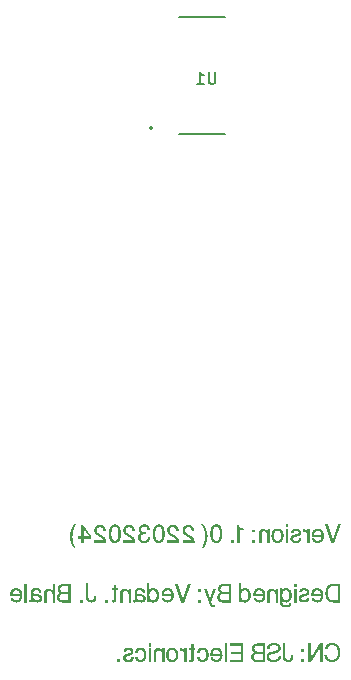
<source format=gbr>
%TF.GenerationSoftware,KiCad,Pcbnew,7.0.10-7.0.10~ubuntu22.04.1*%
%TF.CreationDate,2024-03-22T22:41:02+05:30*%
%TF.ProjectId,LEd_Display,4c45645f-4469-4737-906c-61792e6b6963,rev?*%
%TF.SameCoordinates,Original*%
%TF.FileFunction,Legend,Bot*%
%TF.FilePolarity,Positive*%
%FSLAX46Y46*%
G04 Gerber Fmt 4.6, Leading zero omitted, Abs format (unit mm)*
G04 Created by KiCad (PCBNEW 7.0.10-7.0.10~ubuntu22.04.1) date 2024-03-22 22:41:02*
%MOMM*%
%LPD*%
G01*
G04 APERTURE LIST*
%ADD10C,0.300000*%
%ADD11C,0.150000*%
%ADD12C,0.200000*%
%ADD13C,0.127000*%
G04 APERTURE END LIST*
D10*
G36*
X228915788Y-114415000D02*
G01*
X229145498Y-114415000D01*
X229714096Y-112844030D01*
X229475593Y-112844030D01*
X229027163Y-114129968D01*
X228604378Y-112844030D01*
X228368440Y-112844030D01*
X228915788Y-114415000D01*
G37*
G36*
X227788414Y-113196888D02*
G01*
X227811005Y-113198138D01*
X227833179Y-113200220D01*
X227854935Y-113203135D01*
X227876272Y-113206883D01*
X227897192Y-113211464D01*
X227917694Y-113216878D01*
X227937779Y-113223125D01*
X227957445Y-113230205D01*
X227976693Y-113238117D01*
X227995524Y-113246863D01*
X228013937Y-113256441D01*
X228031931Y-113266853D01*
X228049508Y-113278097D01*
X228066667Y-113290174D01*
X228083408Y-113303084D01*
X228095873Y-113313719D01*
X228107942Y-113324695D01*
X228119615Y-113336013D01*
X228130893Y-113347672D01*
X228141774Y-113359672D01*
X228152261Y-113372013D01*
X228162351Y-113384696D01*
X228172046Y-113397720D01*
X228181345Y-113411086D01*
X228190248Y-113424793D01*
X228198756Y-113438841D01*
X228206867Y-113453230D01*
X228214584Y-113467961D01*
X228221904Y-113483033D01*
X228228829Y-113498447D01*
X228235358Y-113514201D01*
X228241491Y-113530297D01*
X228247229Y-113546735D01*
X228252571Y-113563513D01*
X228257517Y-113580633D01*
X228262068Y-113598095D01*
X228266223Y-113615897D01*
X228269982Y-113634041D01*
X228273345Y-113652527D01*
X228276313Y-113671353D01*
X228278885Y-113690521D01*
X228281062Y-113710031D01*
X228282842Y-113729881D01*
X228284227Y-113750073D01*
X228285216Y-113770606D01*
X228285810Y-113791481D01*
X228286008Y-113812697D01*
X228285683Y-113839361D01*
X228284708Y-113865499D01*
X228283084Y-113891110D01*
X228280810Y-113916195D01*
X228277886Y-113940752D01*
X228274313Y-113964784D01*
X228270090Y-113988288D01*
X228265217Y-114011266D01*
X228259694Y-114033717D01*
X228253522Y-114055642D01*
X228246700Y-114077040D01*
X228239228Y-114097911D01*
X228231106Y-114118256D01*
X228222335Y-114138074D01*
X228212914Y-114157365D01*
X228202843Y-114176130D01*
X228194035Y-114190826D01*
X228184920Y-114205056D01*
X228175499Y-114218819D01*
X228165772Y-114232115D01*
X228155738Y-114244945D01*
X228145398Y-114257308D01*
X228134752Y-114269205D01*
X228123800Y-114280635D01*
X228112542Y-114291599D01*
X228100977Y-114302096D01*
X228089106Y-114312127D01*
X228076928Y-114321691D01*
X228064445Y-114330789D01*
X228051655Y-114339420D01*
X228038559Y-114347584D01*
X228025157Y-114355282D01*
X228011448Y-114362514D01*
X227997433Y-114369278D01*
X227983112Y-114375577D01*
X227968485Y-114381408D01*
X227953551Y-114386774D01*
X227938311Y-114391672D01*
X227922765Y-114396105D01*
X227906912Y-114400070D01*
X227890754Y-114403569D01*
X227874289Y-114406602D01*
X227857518Y-114409168D01*
X227840440Y-114411267D01*
X227823057Y-114412900D01*
X227805367Y-114414066D01*
X227787370Y-114414766D01*
X227769068Y-114415000D01*
X227754539Y-114414846D01*
X227733047Y-114414042D01*
X227711915Y-114412549D01*
X227691144Y-114410367D01*
X227670733Y-114407496D01*
X227650684Y-114403936D01*
X227630994Y-114399687D01*
X227611666Y-114394748D01*
X227592698Y-114389121D01*
X227574091Y-114382804D01*
X227555844Y-114375799D01*
X227541864Y-114369784D01*
X227528226Y-114363418D01*
X227514931Y-114356701D01*
X227489365Y-114342212D01*
X227465168Y-114326318D01*
X227442339Y-114309019D01*
X227420878Y-114290314D01*
X227400785Y-114270204D01*
X227382061Y-114248689D01*
X227364704Y-114225768D01*
X227348716Y-114201442D01*
X227341235Y-114188752D01*
X227334095Y-114175711D01*
X227327298Y-114162318D01*
X227320843Y-114148574D01*
X227314730Y-114134479D01*
X227308959Y-114120032D01*
X227303531Y-114105234D01*
X227298444Y-114090085D01*
X227293699Y-114074584D01*
X227289296Y-114058732D01*
X227285235Y-114042529D01*
X227281516Y-114025974D01*
X227278140Y-114009068D01*
X227472313Y-114009068D01*
X227482411Y-114035598D01*
X227493562Y-114060416D01*
X227505766Y-114083523D01*
X227519024Y-114104918D01*
X227533335Y-114124601D01*
X227548700Y-114142573D01*
X227565117Y-114158834D01*
X227582588Y-114173382D01*
X227601113Y-114186219D01*
X227620690Y-114197345D01*
X227641321Y-114206759D01*
X227663005Y-114214461D01*
X227685743Y-114220451D01*
X227709534Y-114224731D01*
X227734378Y-114227298D01*
X227760275Y-114228154D01*
X227781433Y-114227616D01*
X227801949Y-114226001D01*
X227821824Y-114223311D01*
X227841058Y-114219544D01*
X227859651Y-114214701D01*
X227877603Y-114208782D01*
X227894914Y-114201787D01*
X227911584Y-114193715D01*
X227927612Y-114184568D01*
X227942999Y-114174344D01*
X227957745Y-114163044D01*
X227971851Y-114150668D01*
X227985314Y-114137215D01*
X227998137Y-114122687D01*
X228010319Y-114107082D01*
X228021859Y-114090401D01*
X228028647Y-114080246D01*
X228038008Y-114064197D01*
X228046383Y-114047170D01*
X228053773Y-114029164D01*
X228060177Y-114010178D01*
X228065596Y-113990214D01*
X228070030Y-113969272D01*
X228072439Y-113954766D01*
X228074410Y-113939825D01*
X228075942Y-113924449D01*
X228077037Y-113908638D01*
X228077694Y-113892392D01*
X228077913Y-113875711D01*
X227257257Y-113875711D01*
X227257302Y-113859884D01*
X227257436Y-113844321D01*
X227257660Y-113829023D01*
X227257973Y-113813990D01*
X227258867Y-113784718D01*
X227260119Y-113756506D01*
X227261729Y-113729352D01*
X227262489Y-113719274D01*
X227457658Y-113719274D01*
X228073150Y-113711580D01*
X228072141Y-113700014D01*
X228070107Y-113682911D01*
X228067449Y-113666105D01*
X228064165Y-113649595D01*
X228060257Y-113633381D01*
X228055725Y-113617464D01*
X228050567Y-113601843D01*
X228044785Y-113586518D01*
X228038379Y-113571489D01*
X228031347Y-113556756D01*
X228023691Y-113542320D01*
X228012674Y-113523066D01*
X228000965Y-113505054D01*
X227988563Y-113488284D01*
X227975468Y-113472756D01*
X227961681Y-113458471D01*
X227947201Y-113445428D01*
X227932028Y-113433627D01*
X227916163Y-113423068D01*
X227899605Y-113413752D01*
X227882355Y-113405677D01*
X227864411Y-113398845D01*
X227845775Y-113393255D01*
X227826447Y-113388908D01*
X227806426Y-113385802D01*
X227785712Y-113383939D01*
X227764305Y-113383318D01*
X227752018Y-113383555D01*
X227733876Y-113384802D01*
X227716082Y-113387119D01*
X227698637Y-113390504D01*
X227681538Y-113394958D01*
X227664788Y-113400482D01*
X227648385Y-113407074D01*
X227632330Y-113414736D01*
X227616623Y-113423466D01*
X227601264Y-113433266D01*
X227586252Y-113444134D01*
X227571612Y-113456251D01*
X227557916Y-113468973D01*
X227545165Y-113482298D01*
X227533358Y-113496227D01*
X227522496Y-113510760D01*
X227512579Y-113525896D01*
X227503605Y-113541637D01*
X227495577Y-113557982D01*
X227488493Y-113574931D01*
X227482353Y-113592483D01*
X227477159Y-113610640D01*
X227472908Y-113629400D01*
X227469602Y-113648764D01*
X227467241Y-113668733D01*
X227465824Y-113689305D01*
X227465352Y-113710481D01*
X227457658Y-113719274D01*
X227262489Y-113719274D01*
X227263697Y-113703257D01*
X227266023Y-113678221D01*
X227268706Y-113654244D01*
X227271747Y-113631326D01*
X227275146Y-113609468D01*
X227278903Y-113588668D01*
X227283017Y-113568927D01*
X227287489Y-113550245D01*
X227292319Y-113532623D01*
X227297507Y-113516059D01*
X227303053Y-113500554D01*
X227310094Y-113483976D01*
X227317661Y-113467765D01*
X227325756Y-113451919D01*
X227334377Y-113436441D01*
X227343524Y-113421328D01*
X227353199Y-113406582D01*
X227363400Y-113392202D01*
X227374127Y-113378189D01*
X227383005Y-113367009D01*
X227401409Y-113345714D01*
X227420678Y-113325839D01*
X227440811Y-113307383D01*
X227461808Y-113290347D01*
X227483669Y-113274731D01*
X227506395Y-113260534D01*
X227529986Y-113247757D01*
X227554441Y-113236400D01*
X227579760Y-113226462D01*
X227605943Y-113217944D01*
X227632991Y-113210846D01*
X227660904Y-113205167D01*
X227689681Y-113200908D01*
X227704393Y-113199311D01*
X227719322Y-113198069D01*
X227734466Y-113197182D01*
X227749827Y-113196649D01*
X227765404Y-113196472D01*
X227788414Y-113196888D01*
G37*
G36*
X227090195Y-113266081D02*
G01*
X226896388Y-113266081D01*
X226896388Y-113445966D01*
X226883474Y-113425843D01*
X226870376Y-113406782D01*
X226857096Y-113388783D01*
X226843632Y-113371846D01*
X226829985Y-113355971D01*
X226816154Y-113341157D01*
X226802141Y-113327406D01*
X226787944Y-113314716D01*
X226773565Y-113303088D01*
X226759002Y-113292522D01*
X226744255Y-113283018D01*
X226729326Y-113274576D01*
X226714214Y-113267196D01*
X226698918Y-113260878D01*
X226683439Y-113255621D01*
X226667777Y-113251427D01*
X226652779Y-113247580D01*
X226637460Y-113244832D01*
X226621821Y-113243183D01*
X226605861Y-113242634D01*
X226590476Y-113243213D01*
X226574904Y-113244466D01*
X226559044Y-113246097D01*
X226544057Y-113247850D01*
X226527459Y-113249961D01*
X226527459Y-113453660D01*
X226547046Y-113453830D01*
X226565870Y-113454341D01*
X226583934Y-113455192D01*
X226601236Y-113456384D01*
X226617777Y-113457917D01*
X226633556Y-113459791D01*
X226648574Y-113462004D01*
X226669674Y-113465964D01*
X226689060Y-113470690D01*
X226706734Y-113476182D01*
X226722694Y-113482441D01*
X226736942Y-113489466D01*
X226749476Y-113497257D01*
X226764131Y-113505317D01*
X226778416Y-113516900D01*
X226791780Y-113529577D01*
X226804222Y-113543347D01*
X226815742Y-113558211D01*
X226826341Y-113574168D01*
X226836018Y-113591218D01*
X226844774Y-113609362D01*
X226852608Y-113628599D01*
X226859520Y-113648929D01*
X226865511Y-113670353D01*
X226870580Y-113692870D01*
X226874727Y-113716480D01*
X226877953Y-113741184D01*
X226880257Y-113766981D01*
X226881639Y-113793872D01*
X226882100Y-113821856D01*
X226882100Y-114415000D01*
X227090195Y-114415000D01*
X227090195Y-113266081D01*
G37*
G36*
X225507501Y-113561737D02*
G01*
X225715596Y-113561737D01*
X225716388Y-113540132D01*
X225718762Y-113519920D01*
X225722719Y-113501102D01*
X225728259Y-113483679D01*
X225735381Y-113467649D01*
X225744087Y-113453013D01*
X225754375Y-113439771D01*
X225766246Y-113427923D01*
X225779700Y-113417468D01*
X225794737Y-113408408D01*
X225811356Y-113400741D01*
X225829558Y-113394469D01*
X225849343Y-113389590D01*
X225870711Y-113386106D01*
X225893662Y-113384015D01*
X225918196Y-113383318D01*
X225938248Y-113383690D01*
X225957374Y-113384806D01*
X225975572Y-113386667D01*
X225992842Y-113389271D01*
X226009186Y-113392620D01*
X226024602Y-113396713D01*
X226039090Y-113401550D01*
X226052651Y-113407131D01*
X226071254Y-113416899D01*
X226087771Y-113428340D01*
X226102201Y-113441457D01*
X226114544Y-113456247D01*
X226124801Y-113472712D01*
X226127756Y-113478572D01*
X226133366Y-113493250D01*
X226137373Y-113508340D01*
X226139777Y-113523841D01*
X226140579Y-113539755D01*
X226139426Y-113555466D01*
X226135968Y-113570448D01*
X226130204Y-113584703D01*
X226122135Y-113598230D01*
X226111760Y-113611030D01*
X226099079Y-113623102D01*
X226084093Y-113634446D01*
X226066802Y-113645062D01*
X226047205Y-113654951D01*
X226032860Y-113661139D01*
X226017490Y-113667004D01*
X226009420Y-113669815D01*
X225994170Y-113674646D01*
X225978463Y-113679248D01*
X225962297Y-113683622D01*
X225947776Y-113687261D01*
X225945673Y-113687766D01*
X225777878Y-113726601D01*
X225762119Y-113730628D01*
X225746760Y-113734831D01*
X225731802Y-113739212D01*
X225717245Y-113743769D01*
X225703088Y-113748502D01*
X225675977Y-113758500D01*
X225650469Y-113769205D01*
X225626564Y-113780617D01*
X225604261Y-113792735D01*
X225583562Y-113805561D01*
X225564465Y-113819093D01*
X225546971Y-113833333D01*
X225531080Y-113848279D01*
X225516792Y-113863933D01*
X225504107Y-113880293D01*
X225493024Y-113897361D01*
X225483544Y-113915135D01*
X225475668Y-113933617D01*
X225472330Y-113943122D01*
X225468108Y-113958081D01*
X225464602Y-113973648D01*
X225461812Y-113989823D01*
X225459737Y-114006606D01*
X225458377Y-114023998D01*
X225457733Y-114041998D01*
X225457676Y-114049368D01*
X225458418Y-114075125D01*
X225460647Y-114100006D01*
X225464360Y-114124012D01*
X225469560Y-114147141D01*
X225476244Y-114169395D01*
X225484415Y-114190773D01*
X225494070Y-114211275D01*
X225505211Y-114230901D01*
X225517838Y-114249652D01*
X225531950Y-114267526D01*
X225547548Y-114284525D01*
X225564631Y-114300648D01*
X225583200Y-114315895D01*
X225603254Y-114330266D01*
X225624794Y-114343762D01*
X225647819Y-114356381D01*
X225662200Y-114363480D01*
X225676950Y-114370120D01*
X225692070Y-114376302D01*
X225707559Y-114382027D01*
X225723417Y-114387293D01*
X225739645Y-114392102D01*
X225756241Y-114396452D01*
X225773207Y-114400345D01*
X225790542Y-114403780D01*
X225808246Y-114406756D01*
X225826320Y-114409275D01*
X225844762Y-114411336D01*
X225863574Y-114412939D01*
X225882756Y-114414084D01*
X225902306Y-114414771D01*
X225922226Y-114415000D01*
X225948019Y-114414651D01*
X225973056Y-114413604D01*
X225997335Y-114411860D01*
X226020858Y-114409418D01*
X226043623Y-114406279D01*
X226065631Y-114402442D01*
X226086883Y-114397907D01*
X226107377Y-114392674D01*
X226127114Y-114386744D01*
X226146094Y-114380116D01*
X226164317Y-114372791D01*
X226181783Y-114364768D01*
X226198492Y-114356047D01*
X226214444Y-114346628D01*
X226229639Y-114336512D01*
X226244077Y-114325698D01*
X226257757Y-114314187D01*
X226270681Y-114301978D01*
X226282848Y-114289071D01*
X226294257Y-114275466D01*
X226304910Y-114261164D01*
X226314805Y-114246164D01*
X226323943Y-114230467D01*
X226332325Y-114214072D01*
X226339949Y-114196979D01*
X226346816Y-114179188D01*
X226352926Y-114160700D01*
X226358279Y-114141514D01*
X226362875Y-114121631D01*
X226366714Y-114101050D01*
X226369796Y-114079771D01*
X226372121Y-114057794D01*
X226372121Y-114042101D01*
X226372121Y-114026903D01*
X226372121Y-114010900D01*
X226166591Y-114010900D01*
X226163921Y-114030353D01*
X226160859Y-114048595D01*
X226157404Y-114065627D01*
X226153556Y-114081448D01*
X226149315Y-114096058D01*
X226143050Y-114113655D01*
X226136086Y-114129099D01*
X226128424Y-114142392D01*
X226117864Y-114155980D01*
X226105013Y-114168878D01*
X226090777Y-114180508D01*
X226075157Y-114190869D01*
X226058152Y-114199961D01*
X226039763Y-114207784D01*
X226019989Y-114214339D01*
X225998830Y-114219625D01*
X225983955Y-114222445D01*
X225968465Y-114224700D01*
X225952359Y-114226392D01*
X225935638Y-114227519D01*
X225918302Y-114228083D01*
X225909403Y-114228154D01*
X225888823Y-114227783D01*
X225869126Y-114226671D01*
X225850309Y-114224818D01*
X225832375Y-114222223D01*
X225815322Y-114218887D01*
X225799150Y-114214810D01*
X225783860Y-114209991D01*
X225769452Y-114204432D01*
X225755925Y-114198130D01*
X225737287Y-114187289D01*
X225720634Y-114174779D01*
X225705963Y-114160601D01*
X225693277Y-114144756D01*
X225685921Y-114133265D01*
X225678069Y-114119288D01*
X225672146Y-114104925D01*
X225668152Y-114090176D01*
X225666085Y-114075042D01*
X225665771Y-114066221D01*
X225666692Y-114049779D01*
X225669454Y-114034253D01*
X225674059Y-114019640D01*
X225680505Y-114005942D01*
X225688794Y-113993159D01*
X225698924Y-113981290D01*
X225710896Y-113970336D01*
X225724709Y-113960296D01*
X225740365Y-113951170D01*
X225757863Y-113942959D01*
X225770551Y-113937993D01*
X225785501Y-113933637D01*
X225801089Y-113929222D01*
X225815481Y-113925249D01*
X225826605Y-113922240D01*
X225990003Y-113881207D01*
X226005757Y-113877132D01*
X226021144Y-113872968D01*
X226036165Y-113868714D01*
X226050819Y-113864371D01*
X226065108Y-113859939D01*
X226092585Y-113850805D01*
X226118597Y-113841314D01*
X226143143Y-113831465D01*
X226166224Y-113821259D01*
X226187840Y-113810694D01*
X226207990Y-113799772D01*
X226226674Y-113788492D01*
X226243893Y-113776854D01*
X226259647Y-113764859D01*
X226273935Y-113752505D01*
X226286758Y-113739794D01*
X226298115Y-113726725D01*
X226308007Y-113713299D01*
X226312404Y-113706451D01*
X226320904Y-113690451D01*
X226328272Y-113673410D01*
X226334506Y-113655326D01*
X226338437Y-113641080D01*
X226341731Y-113626247D01*
X226344388Y-113610829D01*
X226346407Y-113594824D01*
X226347788Y-113578234D01*
X226348532Y-113561057D01*
X226348674Y-113549281D01*
X226347967Y-113524030D01*
X226345846Y-113499661D01*
X226342311Y-113476174D01*
X226337362Y-113453568D01*
X226330999Y-113431844D01*
X226323223Y-113411001D01*
X226314032Y-113391040D01*
X226303428Y-113371960D01*
X226291409Y-113353762D01*
X226277977Y-113336446D01*
X226263130Y-113320011D01*
X226246870Y-113304458D01*
X226229196Y-113289786D01*
X226210108Y-113275996D01*
X226189606Y-113263087D01*
X226167690Y-113251060D01*
X226154389Y-113244450D01*
X226140773Y-113238266D01*
X226126843Y-113232509D01*
X226112598Y-113227178D01*
X226098038Y-113222273D01*
X226083163Y-113217795D01*
X226067973Y-113213744D01*
X226052468Y-113210119D01*
X226036649Y-113206920D01*
X226020514Y-113204148D01*
X226004065Y-113201803D01*
X225987301Y-113199884D01*
X225970222Y-113198391D01*
X225952828Y-113197325D01*
X225935120Y-113196685D01*
X225917096Y-113196472D01*
X225897864Y-113196688D01*
X225879093Y-113197336D01*
X225860784Y-113198417D01*
X225842936Y-113199929D01*
X225825550Y-113201874D01*
X225808625Y-113204251D01*
X225792162Y-113207061D01*
X225776161Y-113210302D01*
X225760621Y-113213976D01*
X225745542Y-113218082D01*
X225730925Y-113222620D01*
X225716770Y-113227590D01*
X225703076Y-113232992D01*
X225677072Y-113245094D01*
X225652915Y-113258924D01*
X225630604Y-113274483D01*
X225610139Y-113291771D01*
X225591521Y-113310788D01*
X225574748Y-113331533D01*
X225559822Y-113354007D01*
X225546741Y-113378210D01*
X225535507Y-113404142D01*
X225530582Y-113417756D01*
X225525173Y-113433309D01*
X225520484Y-113449561D01*
X225516517Y-113466511D01*
X225513271Y-113484159D01*
X225510747Y-113502506D01*
X225508944Y-113521552D01*
X225508065Y-113536294D01*
X225507591Y-113551429D01*
X225507501Y-113561737D01*
G37*
G36*
X225064933Y-112844030D02*
G01*
X225064933Y-113101950D01*
X225273028Y-113101950D01*
X225273028Y-112844030D01*
X225064933Y-112844030D01*
G37*
G36*
X225064933Y-113266081D02*
G01*
X225064933Y-114415000D01*
X225273028Y-114415000D01*
X225273028Y-113266081D01*
X225064933Y-113266081D01*
G37*
G36*
X224384553Y-113196791D02*
G01*
X224404670Y-113197748D01*
X224424430Y-113199344D01*
X224443831Y-113201578D01*
X224462875Y-113204450D01*
X224481561Y-113207961D01*
X224499889Y-113212110D01*
X224517860Y-113216897D01*
X224535472Y-113222322D01*
X224552727Y-113228386D01*
X224569624Y-113235088D01*
X224586164Y-113242428D01*
X224602345Y-113250406D01*
X224618169Y-113259023D01*
X224633635Y-113268278D01*
X224648743Y-113278171D01*
X224662899Y-113287937D01*
X224676604Y-113298139D01*
X224689861Y-113308777D01*
X224702668Y-113319851D01*
X224715025Y-113331360D01*
X224726934Y-113343305D01*
X224738392Y-113355686D01*
X224749402Y-113368503D01*
X224759962Y-113381755D01*
X224770073Y-113395444D01*
X224779734Y-113409567D01*
X224788946Y-113424127D01*
X224797709Y-113439123D01*
X224806022Y-113454554D01*
X224813886Y-113470421D01*
X224821301Y-113486724D01*
X224828266Y-113503463D01*
X224834782Y-113520637D01*
X224840849Y-113538247D01*
X224846466Y-113556293D01*
X224851633Y-113574775D01*
X224856352Y-113593692D01*
X224860621Y-113613046D01*
X224864440Y-113632835D01*
X224867811Y-113653059D01*
X224870732Y-113673720D01*
X224873203Y-113694816D01*
X224875225Y-113716349D01*
X224876798Y-113738316D01*
X224877921Y-113760720D01*
X224878595Y-113783560D01*
X224878820Y-113806835D01*
X224878537Y-113832022D01*
X224877687Y-113856752D01*
X224876270Y-113881024D01*
X224874286Y-113904837D01*
X224871736Y-113928193D01*
X224868619Y-113951091D01*
X224864936Y-113973531D01*
X224860685Y-113995512D01*
X224855868Y-114017036D01*
X224850484Y-114038102D01*
X224844534Y-114058710D01*
X224838016Y-114078860D01*
X224830932Y-114098552D01*
X224823282Y-114117786D01*
X224815064Y-114136563D01*
X224806280Y-114154881D01*
X224797971Y-114170884D01*
X224789303Y-114186380D01*
X224780274Y-114201367D01*
X224770886Y-114215846D01*
X224761137Y-114229817D01*
X224751029Y-114243281D01*
X224740561Y-114256236D01*
X224729733Y-114268683D01*
X224718545Y-114280622D01*
X224706997Y-114292053D01*
X224695089Y-114302976D01*
X224682821Y-114313391D01*
X224670193Y-114323298D01*
X224657206Y-114332696D01*
X224643858Y-114341587D01*
X224630150Y-114349970D01*
X224616083Y-114357845D01*
X224601656Y-114365211D01*
X224586868Y-114372070D01*
X224571721Y-114378420D01*
X224556214Y-114384263D01*
X224540347Y-114389597D01*
X224524120Y-114394424D01*
X224507533Y-114398742D01*
X224490586Y-114402552D01*
X224473279Y-114405855D01*
X224455613Y-114408649D01*
X224437586Y-114410935D01*
X224419199Y-114412713D01*
X224400453Y-114413983D01*
X224381346Y-114414745D01*
X224361880Y-114415000D01*
X224340644Y-114414663D01*
X224319800Y-114413654D01*
X224299348Y-114411973D01*
X224279288Y-114409619D01*
X224259620Y-114406592D01*
X224240345Y-114402892D01*
X224221461Y-114398520D01*
X224202970Y-114393476D01*
X224184870Y-114387758D01*
X224167163Y-114381368D01*
X224149848Y-114374306D01*
X224132925Y-114366571D01*
X224116395Y-114358163D01*
X224100256Y-114349083D01*
X224084510Y-114339330D01*
X224069155Y-114328904D01*
X224055496Y-114319174D01*
X224042270Y-114309036D01*
X224029478Y-114298489D01*
X224017120Y-114287533D01*
X224005195Y-114276169D01*
X223993704Y-114264397D01*
X223982647Y-114252215D01*
X223972023Y-114239626D01*
X223961833Y-114226627D01*
X223952076Y-114213220D01*
X223942753Y-114199405D01*
X223933864Y-114185180D01*
X223925408Y-114170548D01*
X223917386Y-114155506D01*
X223909797Y-114140056D01*
X223902643Y-114124198D01*
X223895921Y-114107931D01*
X223889634Y-114091255D01*
X223883780Y-114074171D01*
X223878359Y-114056678D01*
X223873373Y-114038777D01*
X223868820Y-114020467D01*
X223864700Y-114001748D01*
X223861014Y-113982621D01*
X223857762Y-113963085D01*
X223854944Y-113943141D01*
X223852559Y-113922788D01*
X223850607Y-113902027D01*
X223849090Y-113880856D01*
X223848006Y-113859278D01*
X223847355Y-113837291D01*
X223847138Y-113814895D01*
X223847168Y-113811964D01*
X224055233Y-113811964D01*
X224055276Y-113820467D01*
X224055620Y-113837245D01*
X224056307Y-113853720D01*
X224057337Y-113869892D01*
X224058711Y-113885760D01*
X224060428Y-113901325D01*
X224062489Y-113916586D01*
X224064893Y-113931544D01*
X224067641Y-113946198D01*
X224072407Y-113967611D01*
X224077945Y-113988342D01*
X224084256Y-114008390D01*
X224091340Y-114027755D01*
X224099197Y-114046437D01*
X224109458Y-114068442D01*
X224120549Y-114089027D01*
X224132470Y-114108192D01*
X224145221Y-114125938D01*
X224158803Y-114142264D01*
X224173214Y-114157171D01*
X224188455Y-114170657D01*
X224204527Y-114182725D01*
X224221428Y-114193372D01*
X224239160Y-114202600D01*
X224257721Y-114210408D01*
X224277113Y-114216796D01*
X224297334Y-114221765D01*
X224318386Y-114225314D01*
X224340268Y-114227444D01*
X224362979Y-114228154D01*
X224378654Y-114227809D01*
X224393943Y-114226776D01*
X224408845Y-114225053D01*
X224423361Y-114222641D01*
X224442114Y-114218353D01*
X224460180Y-114212841D01*
X224477560Y-114206103D01*
X224494252Y-114198140D01*
X224510258Y-114188953D01*
X224520130Y-114182567D01*
X224538935Y-114168714D01*
X224556486Y-114153418D01*
X224572784Y-114136680D01*
X224587827Y-114118499D01*
X224601618Y-114098876D01*
X224614154Y-114077810D01*
X224625437Y-114055301D01*
X224635466Y-114031350D01*
X224644242Y-114005957D01*
X224651764Y-113979120D01*
X224658032Y-113950842D01*
X224660696Y-113936161D01*
X224663047Y-113921120D01*
X224665084Y-113905719D01*
X224666808Y-113889957D01*
X224668218Y-113873834D01*
X224669315Y-113857350D01*
X224670098Y-113840506D01*
X224670569Y-113823301D01*
X224670725Y-113805736D01*
X224670686Y-113797321D01*
X224670371Y-113780697D01*
X224669741Y-113764348D01*
X224668797Y-113748274D01*
X224667537Y-113732474D01*
X224665963Y-113716950D01*
X224664074Y-113701700D01*
X224661870Y-113686725D01*
X224659352Y-113672024D01*
X224654983Y-113650489D01*
X224649906Y-113629572D01*
X224644121Y-113609273D01*
X224637627Y-113589592D01*
X224630425Y-113570530D01*
X224620407Y-113547860D01*
X224609497Y-113526652D01*
X224597693Y-113506907D01*
X224584996Y-113488625D01*
X224571406Y-113471805D01*
X224556923Y-113456447D01*
X224541547Y-113442553D01*
X224525279Y-113430121D01*
X224508117Y-113419151D01*
X224490062Y-113409644D01*
X224471114Y-113401600D01*
X224451273Y-113395018D01*
X224430539Y-113389899D01*
X224408912Y-113386243D01*
X224386392Y-113384049D01*
X224362979Y-113383318D01*
X224343963Y-113383810D01*
X224325381Y-113385287D01*
X224307235Y-113387748D01*
X224289523Y-113391195D01*
X224272247Y-113395625D01*
X224255406Y-113401041D01*
X224238999Y-113407441D01*
X224223028Y-113414825D01*
X224202709Y-113427496D01*
X224183701Y-113441787D01*
X224166004Y-113457698D01*
X224149618Y-113475229D01*
X224134543Y-113494380D01*
X224120778Y-113515152D01*
X224108325Y-113537543D01*
X224097182Y-113561554D01*
X224087350Y-113587185D01*
X224078829Y-113614436D01*
X224075061Y-113628669D01*
X224071619Y-113643308D01*
X224068506Y-113658351D01*
X224065720Y-113673799D01*
X224063263Y-113689652D01*
X224061132Y-113705910D01*
X224059330Y-113722573D01*
X224057855Y-113739641D01*
X224056708Y-113757114D01*
X224055889Y-113774993D01*
X224055397Y-113793276D01*
X224055233Y-113811964D01*
X223847168Y-113811964D01*
X223847383Y-113790788D01*
X223848117Y-113767101D01*
X223849341Y-113743836D01*
X223851054Y-113720991D01*
X223853256Y-113698567D01*
X223855948Y-113676564D01*
X223859130Y-113654981D01*
X223862800Y-113633819D01*
X223866961Y-113613078D01*
X223871610Y-113592758D01*
X223876749Y-113572858D01*
X223882378Y-113553379D01*
X223888496Y-113534321D01*
X223895103Y-113515684D01*
X223902200Y-113497467D01*
X223909787Y-113479672D01*
X223917839Y-113462248D01*
X223926287Y-113445378D01*
X223935132Y-113429061D01*
X223944374Y-113413297D01*
X223954012Y-113398086D01*
X223964046Y-113383428D01*
X223974476Y-113369323D01*
X223985303Y-113355772D01*
X223996527Y-113342773D01*
X224008147Y-113330328D01*
X224020163Y-113318436D01*
X224032576Y-113307097D01*
X224045385Y-113296311D01*
X224058591Y-113286078D01*
X224072193Y-113276398D01*
X224086191Y-113267272D01*
X224100586Y-113258698D01*
X224115377Y-113250678D01*
X224130565Y-113243211D01*
X224146149Y-113236297D01*
X224162129Y-113229936D01*
X224178506Y-113224128D01*
X224195280Y-113218873D01*
X224212449Y-113214172D01*
X224230016Y-113210023D01*
X224247978Y-113206428D01*
X224266337Y-113203386D01*
X224285093Y-113200897D01*
X224304244Y-113198961D01*
X224323793Y-113197578D01*
X224343737Y-113196748D01*
X224364078Y-113196472D01*
X224384553Y-113196791D01*
G37*
G36*
X223721109Y-113266081D02*
G01*
X223527302Y-113266081D01*
X223527302Y-113440837D01*
X223515119Y-113421730D01*
X223502384Y-113403611D01*
X223489096Y-113386479D01*
X223475256Y-113370335D01*
X223460863Y-113355178D01*
X223445918Y-113341008D01*
X223430420Y-113327826D01*
X223414371Y-113315632D01*
X223397768Y-113304425D01*
X223380614Y-113294205D01*
X223362906Y-113284973D01*
X223344647Y-113276729D01*
X223325835Y-113269471D01*
X223306471Y-113263202D01*
X223286554Y-113257920D01*
X223266085Y-113253625D01*
X223249302Y-113249890D01*
X223234864Y-113247367D01*
X223220014Y-113245382D01*
X223204753Y-113243933D01*
X223189081Y-113243020D01*
X223172997Y-113242645D01*
X223169731Y-113242634D01*
X223141594Y-113243242D01*
X223114519Y-113245067D01*
X223088505Y-113248108D01*
X223063554Y-113252365D01*
X223039664Y-113257839D01*
X223016837Y-113264530D01*
X222995071Y-113272437D01*
X222974367Y-113281560D01*
X222954725Y-113291900D01*
X222936145Y-113303456D01*
X222918627Y-113316229D01*
X222902170Y-113330218D01*
X222886776Y-113345423D01*
X222872443Y-113361845D01*
X222859173Y-113379484D01*
X222846964Y-113398339D01*
X222839762Y-113412023D01*
X222833268Y-113426009D01*
X222827483Y-113440298D01*
X222822406Y-113454890D01*
X222818038Y-113469785D01*
X222814378Y-113484982D01*
X222811426Y-113500482D01*
X222809183Y-113516285D01*
X222807648Y-113532390D01*
X222806821Y-113548798D01*
X222806664Y-113559905D01*
X222806664Y-114415000D01*
X223014759Y-114415000D01*
X223014759Y-113635010D01*
X223015210Y-113618097D01*
X223016562Y-113601888D01*
X223018816Y-113586384D01*
X223021972Y-113571583D01*
X223026029Y-113557487D01*
X223033805Y-113537662D01*
X223043610Y-113519422D01*
X223055443Y-113502766D01*
X223069306Y-113487694D01*
X223085196Y-113474207D01*
X223103116Y-113462304D01*
X223116189Y-113455248D01*
X223130163Y-113448897D01*
X223144144Y-113443303D01*
X223158607Y-113438657D01*
X223173553Y-113434960D01*
X223188982Y-113432210D01*
X223204894Y-113430409D01*
X223221289Y-113429555D01*
X223227983Y-113429480D01*
X223248721Y-113430089D01*
X223268712Y-113431918D01*
X223287956Y-113434966D01*
X223306453Y-113439234D01*
X223324203Y-113444721D01*
X223341206Y-113451427D01*
X223357462Y-113459353D01*
X223372971Y-113468497D01*
X223387733Y-113478862D01*
X223401748Y-113490445D01*
X223415016Y-113503248D01*
X223427537Y-113517270D01*
X223439311Y-113532511D01*
X223450337Y-113548972D01*
X223460617Y-113566652D01*
X223470150Y-113585551D01*
X223477810Y-113602118D01*
X223484717Y-113619258D01*
X223490870Y-113636971D01*
X223496270Y-113655257D01*
X223500917Y-113674117D01*
X223504810Y-113693550D01*
X223507949Y-113713555D01*
X223510335Y-113734134D01*
X223511968Y-113755287D01*
X223512847Y-113777012D01*
X223513014Y-113791814D01*
X223513014Y-114415000D01*
X223721109Y-114415000D01*
X223721109Y-113266081D01*
G37*
G36*
X222229274Y-113289528D02*
G01*
X222229274Y-113524002D01*
X222487194Y-113524002D01*
X222487194Y-113289528D01*
X222229274Y-113289528D01*
G37*
G36*
X222229274Y-114180526D02*
G01*
X222229274Y-114415000D01*
X222487194Y-114415000D01*
X222487194Y-114180526D01*
X222229274Y-114180526D01*
G37*
G36*
X221163886Y-113345949D02*
G01*
X221492149Y-113345949D01*
X221492149Y-113189511D01*
X221465250Y-113185956D01*
X221439598Y-113182252D01*
X221415195Y-113178400D01*
X221392040Y-113174398D01*
X221370132Y-113170248D01*
X221349473Y-113165949D01*
X221330061Y-113161501D01*
X221311898Y-113156905D01*
X221294982Y-113152159D01*
X221279314Y-113147265D01*
X221264894Y-113142221D01*
X221245604Y-113134377D01*
X221229122Y-113126199D01*
X221215448Y-113117685D01*
X221211514Y-113114773D01*
X221196527Y-113102167D01*
X221185693Y-113090595D01*
X221175207Y-113077206D01*
X221165068Y-113062001D01*
X221155277Y-113044980D01*
X221145834Y-113026143D01*
X221139731Y-113012576D01*
X221133784Y-112998202D01*
X221127991Y-112983021D01*
X221122352Y-112967033D01*
X221116868Y-112950237D01*
X221111539Y-112932635D01*
X221108932Y-112923531D01*
X221096109Y-112890924D01*
X220955792Y-112890924D01*
X220955792Y-114415000D01*
X221163886Y-114415000D01*
X221163886Y-113345949D01*
G37*
G36*
X220419434Y-114180526D02*
G01*
X220419434Y-114415000D01*
X220677355Y-114415000D01*
X220677355Y-114180526D01*
X220419434Y-114180526D01*
G37*
G36*
X219235920Y-112844692D02*
G01*
X219260727Y-112846680D01*
X219284853Y-112849993D01*
X219308297Y-112854631D01*
X219331060Y-112860595D01*
X219353142Y-112867883D01*
X219374543Y-112876497D01*
X219395263Y-112886436D01*
X219415301Y-112897700D01*
X219434659Y-112910290D01*
X219453335Y-112924205D01*
X219471329Y-112939445D01*
X219488643Y-112956010D01*
X219505275Y-112973900D01*
X219521226Y-112993115D01*
X219536496Y-113013656D01*
X219545557Y-113026235D01*
X219554331Y-113039243D01*
X219562817Y-113052679D01*
X219571015Y-113066544D01*
X219578925Y-113080838D01*
X219586548Y-113095560D01*
X219593883Y-113110711D01*
X219600931Y-113126290D01*
X219607691Y-113142298D01*
X219614163Y-113158735D01*
X219620347Y-113175600D01*
X219626244Y-113192894D01*
X219631853Y-113210617D01*
X219637175Y-113228768D01*
X219642209Y-113247348D01*
X219646955Y-113266356D01*
X219651414Y-113285793D01*
X219655585Y-113305659D01*
X219659468Y-113325953D01*
X219663064Y-113346676D01*
X219666372Y-113367827D01*
X219669392Y-113389407D01*
X219672125Y-113411416D01*
X219674570Y-113433853D01*
X219676727Y-113456719D01*
X219678597Y-113480014D01*
X219680179Y-113503737D01*
X219681474Y-113527888D01*
X219682480Y-113552469D01*
X219683199Y-113577478D01*
X219683631Y-113602916D01*
X219683775Y-113628782D01*
X219683669Y-113651109D01*
X219683351Y-113673118D01*
X219682822Y-113694809D01*
X219682080Y-113716183D01*
X219681127Y-113737238D01*
X219679962Y-113757977D01*
X219678586Y-113778397D01*
X219676997Y-113798500D01*
X219675197Y-113818285D01*
X219673185Y-113837753D01*
X219670961Y-113856902D01*
X219668525Y-113875734D01*
X219665877Y-113894248D01*
X219663018Y-113912445D01*
X219659947Y-113930324D01*
X219656664Y-113947885D01*
X219650519Y-113976624D01*
X219643810Y-114004450D01*
X219636535Y-114031364D01*
X219628694Y-114057365D01*
X219620289Y-114082454D01*
X219611318Y-114106631D01*
X219601781Y-114129895D01*
X219591680Y-114152248D01*
X219581013Y-114173687D01*
X219569781Y-114194215D01*
X219557984Y-114213830D01*
X219545621Y-114232533D01*
X219532693Y-114250323D01*
X219519200Y-114267202D01*
X219505141Y-114283167D01*
X219490518Y-114298221D01*
X219475329Y-114312362D01*
X219459574Y-114325591D01*
X219443255Y-114337907D01*
X219426370Y-114349312D01*
X219408919Y-114359803D01*
X219390904Y-114369383D01*
X219372323Y-114378050D01*
X219353177Y-114385805D01*
X219333465Y-114392647D01*
X219313189Y-114398578D01*
X219292347Y-114403595D01*
X219270940Y-114407701D01*
X219248967Y-114410894D01*
X219226429Y-114413175D01*
X219203326Y-114414543D01*
X219179658Y-114415000D01*
X219165631Y-114414829D01*
X219144887Y-114413935D01*
X219124497Y-114412275D01*
X219104461Y-114409848D01*
X219084779Y-114406655D01*
X219065452Y-114402695D01*
X219046478Y-114397969D01*
X219027859Y-114392477D01*
X219009594Y-114386218D01*
X218991684Y-114379193D01*
X218974127Y-114371402D01*
X218955757Y-114361640D01*
X218937970Y-114351039D01*
X218920766Y-114339598D01*
X218904146Y-114327318D01*
X218888109Y-114314199D01*
X218872654Y-114300240D01*
X218857783Y-114285442D01*
X218843495Y-114269805D01*
X218829791Y-114253328D01*
X218816669Y-114236012D01*
X218804131Y-114217857D01*
X218792176Y-114198862D01*
X218780804Y-114179028D01*
X218770015Y-114158354D01*
X218759809Y-114136841D01*
X218750187Y-114114489D01*
X218741148Y-114091298D01*
X218732692Y-114067267D01*
X218724819Y-114042397D01*
X218717529Y-114016687D01*
X218710823Y-113990138D01*
X218704699Y-113962750D01*
X218699159Y-113934522D01*
X218694202Y-113905455D01*
X218689828Y-113875549D01*
X218686038Y-113844804D01*
X218682830Y-113813219D01*
X218680206Y-113780794D01*
X218678165Y-113747531D01*
X218676707Y-113713428D01*
X218675832Y-113678485D01*
X218675540Y-113642704D01*
X218675666Y-113619623D01*
X218883635Y-113619623D01*
X218883682Y-113634329D01*
X218883930Y-113656066D01*
X218884391Y-113677417D01*
X218885064Y-113698381D01*
X218885949Y-113718959D01*
X218887047Y-113739150D01*
X218888358Y-113758956D01*
X218889881Y-113778374D01*
X218891617Y-113797407D01*
X218893565Y-113816053D01*
X218895725Y-113834312D01*
X218898602Y-113858543D01*
X218901873Y-113882004D01*
X218905540Y-113904696D01*
X218909601Y-113926619D01*
X218914058Y-113947772D01*
X218918909Y-113968157D01*
X218924156Y-113987772D01*
X218929797Y-114006618D01*
X218935834Y-114024695D01*
X218942265Y-114042002D01*
X218949091Y-114058540D01*
X218956313Y-114074309D01*
X218963929Y-114089309D01*
X218971940Y-114103540D01*
X218980347Y-114117001D01*
X218989148Y-114129693D01*
X218998344Y-114141616D01*
X219007936Y-114152770D01*
X219028303Y-114172770D01*
X219050251Y-114189693D01*
X219073778Y-114203539D01*
X219098886Y-114214308D01*
X219125573Y-114222000D01*
X219153840Y-114226615D01*
X219168566Y-114227769D01*
X219183688Y-114228154D01*
X219201652Y-114227565D01*
X219219046Y-114225800D01*
X219235870Y-114222857D01*
X219252123Y-114218737D01*
X219267806Y-114213440D01*
X219282919Y-114206966D01*
X219297462Y-114199315D01*
X219311434Y-114190487D01*
X219324836Y-114180482D01*
X219337668Y-114169299D01*
X219349929Y-114156940D01*
X219361620Y-114143403D01*
X219372741Y-114128690D01*
X219383292Y-114112799D01*
X219393272Y-114095731D01*
X219402682Y-114077486D01*
X219411521Y-114058064D01*
X219419791Y-114037465D01*
X219427490Y-114015689D01*
X219434618Y-113992736D01*
X219441177Y-113968606D01*
X219447165Y-113943298D01*
X219452583Y-113916814D01*
X219457430Y-113889152D01*
X219461708Y-113860314D01*
X219465415Y-113830298D01*
X219468551Y-113799105D01*
X219471118Y-113766735D01*
X219473114Y-113733188D01*
X219474539Y-113698464D01*
X219475395Y-113662563D01*
X219475680Y-113625484D01*
X219475391Y-113588902D01*
X219474524Y-113553481D01*
X219473078Y-113519221D01*
X219471055Y-113486123D01*
X219468453Y-113454186D01*
X219465273Y-113423410D01*
X219461515Y-113393796D01*
X219457178Y-113365343D01*
X219452264Y-113338051D01*
X219446771Y-113311921D01*
X219440701Y-113286952D01*
X219434052Y-113263145D01*
X219426825Y-113240498D01*
X219419019Y-113219013D01*
X219410636Y-113198690D01*
X219401674Y-113179528D01*
X219392135Y-113161527D01*
X219382017Y-113144687D01*
X219371320Y-113129009D01*
X219360046Y-113114492D01*
X219348194Y-113101137D01*
X219335763Y-113088943D01*
X219322754Y-113077910D01*
X219309167Y-113068038D01*
X219295002Y-113059328D01*
X219280259Y-113051780D01*
X219264937Y-113045392D01*
X219249038Y-113040166D01*
X219232560Y-113036101D01*
X219215504Y-113033198D01*
X219197870Y-113031456D01*
X219179658Y-113030875D01*
X219161445Y-113031450D01*
X219143811Y-113033175D01*
X219126755Y-113036050D01*
X219110277Y-113040074D01*
X219094378Y-113045249D01*
X219079056Y-113051573D01*
X219064313Y-113059048D01*
X219050148Y-113067672D01*
X219036561Y-113077446D01*
X219023552Y-113088370D01*
X219011121Y-113100444D01*
X218999269Y-113113668D01*
X218987995Y-113128042D01*
X218977299Y-113143565D01*
X218967181Y-113160239D01*
X218957641Y-113178062D01*
X218948679Y-113197035D01*
X218940296Y-113217159D01*
X218932490Y-113238432D01*
X218925263Y-113260855D01*
X218918614Y-113284428D01*
X218912544Y-113309150D01*
X218907051Y-113335023D01*
X218902137Y-113362046D01*
X218897800Y-113390218D01*
X218894042Y-113419541D01*
X218890862Y-113450013D01*
X218888261Y-113481635D01*
X218886237Y-113514407D01*
X218884792Y-113548329D01*
X218883924Y-113583401D01*
X218883635Y-113619623D01*
X218675666Y-113619623D01*
X218675684Y-113616269D01*
X218676116Y-113590272D01*
X218676835Y-113564712D01*
X218677842Y-113539589D01*
X218679136Y-113514904D01*
X218680718Y-113490655D01*
X218682588Y-113466844D01*
X218684745Y-113443470D01*
X218687190Y-113420533D01*
X218689923Y-113398034D01*
X218692943Y-113375971D01*
X218696251Y-113354346D01*
X218699847Y-113333158D01*
X218703730Y-113312408D01*
X218707901Y-113292094D01*
X218712360Y-113272218D01*
X218717106Y-113252779D01*
X218722140Y-113233777D01*
X218727462Y-113215212D01*
X218733071Y-113197084D01*
X218738968Y-113179394D01*
X218745152Y-113162141D01*
X218751625Y-113145325D01*
X218758384Y-113128946D01*
X218765432Y-113113005D01*
X218772767Y-113097501D01*
X218780390Y-113082434D01*
X218788300Y-113067804D01*
X218796498Y-113053611D01*
X218804984Y-113039856D01*
X218813758Y-113026537D01*
X218822819Y-113013656D01*
X218839712Y-112993115D01*
X218857326Y-112973900D01*
X218875661Y-112956010D01*
X218894718Y-112939445D01*
X218914496Y-112924205D01*
X218934995Y-112910290D01*
X218956215Y-112897700D01*
X218978157Y-112886436D01*
X219000820Y-112876497D01*
X219024205Y-112867883D01*
X219048310Y-112860595D01*
X219073137Y-112854631D01*
X219098685Y-112849993D01*
X219124955Y-112846680D01*
X219151946Y-112844692D01*
X219179658Y-112844030D01*
X219210432Y-112844030D01*
X219235920Y-112844692D01*
G37*
G36*
X218073604Y-112832306D02*
G01*
X217925226Y-112832306D01*
X217943980Y-112857877D01*
X217962137Y-112883664D01*
X217979700Y-112909668D01*
X217996667Y-112935890D01*
X218013039Y-112962328D01*
X218028816Y-112988982D01*
X218043997Y-113015854D01*
X218058583Y-113042942D01*
X218072573Y-113070248D01*
X218085969Y-113097770D01*
X218098768Y-113125509D01*
X218110973Y-113153464D01*
X218122582Y-113181637D01*
X218133596Y-113210026D01*
X218144014Y-113238632D01*
X218153838Y-113267455D01*
X218163065Y-113296495D01*
X218171698Y-113325751D01*
X218179735Y-113355225D01*
X218187177Y-113384915D01*
X218194023Y-113414822D01*
X218200274Y-113444946D01*
X218205930Y-113475286D01*
X218210990Y-113505844D01*
X218215455Y-113536618D01*
X218219325Y-113567609D01*
X218222600Y-113598817D01*
X218225279Y-113630242D01*
X218227362Y-113661883D01*
X218228851Y-113693741D01*
X218229744Y-113725816D01*
X218230041Y-113758108D01*
X218230041Y-113775054D01*
X218230041Y-113791820D01*
X218230041Y-113808405D01*
X218230041Y-113824810D01*
X218230041Y-113841034D01*
X218230041Y-113846402D01*
X218230041Y-113862476D01*
X218230041Y-113878551D01*
X218230041Y-113894625D01*
X218230041Y-113903555D01*
X218229788Y-113928356D01*
X218229027Y-113953345D01*
X218227758Y-113978522D01*
X218225983Y-114003887D01*
X218223700Y-114029441D01*
X218220909Y-114055183D01*
X218217612Y-114081112D01*
X218213807Y-114107231D01*
X218209495Y-114133537D01*
X218204675Y-114160031D01*
X218199348Y-114186714D01*
X218193514Y-114213585D01*
X218187172Y-114240644D01*
X218180323Y-114267891D01*
X218172967Y-114295327D01*
X218165103Y-114322950D01*
X218156732Y-114350762D01*
X218147854Y-114378762D01*
X218138469Y-114406951D01*
X218128576Y-114435327D01*
X218118175Y-114463892D01*
X218107268Y-114492644D01*
X218095853Y-114521585D01*
X218083931Y-114550715D01*
X218071501Y-114580032D01*
X218058564Y-114609537D01*
X218045120Y-114639231D01*
X218031169Y-114669113D01*
X218016710Y-114699183D01*
X218001743Y-114729442D01*
X217986270Y-114759888D01*
X217970289Y-114790523D01*
X217962929Y-114804766D01*
X217955364Y-114817448D01*
X217946640Y-114830569D01*
X217936756Y-114844127D01*
X217927635Y-114855760D01*
X217923761Y-114860498D01*
X218073237Y-114860498D01*
X218088916Y-114840417D01*
X218104263Y-114820154D01*
X218119276Y-114799708D01*
X218133957Y-114779080D01*
X218148305Y-114758269D01*
X218162320Y-114737276D01*
X218176002Y-114716100D01*
X218189352Y-114694742D01*
X218202369Y-114673201D01*
X218215053Y-114651478D01*
X218227405Y-114629572D01*
X218239424Y-114607484D01*
X218251110Y-114585213D01*
X218262463Y-114562760D01*
X218273484Y-114540125D01*
X218284172Y-114517307D01*
X218294527Y-114494306D01*
X218304549Y-114471123D01*
X218314239Y-114447758D01*
X218323596Y-114424210D01*
X218332620Y-114400480D01*
X218341312Y-114376567D01*
X218349670Y-114352472D01*
X218357696Y-114328194D01*
X218365390Y-114303734D01*
X218372750Y-114279091D01*
X218379778Y-114254266D01*
X218386473Y-114229259D01*
X218392836Y-114204068D01*
X218398865Y-114178696D01*
X218404562Y-114153141D01*
X218409926Y-114127404D01*
X218413342Y-114109133D01*
X218416538Y-114090956D01*
X218419513Y-114072874D01*
X218422268Y-114054886D01*
X218424803Y-114036993D01*
X218427117Y-114019194D01*
X218429210Y-114001490D01*
X218431084Y-113983880D01*
X218432737Y-113966365D01*
X218434169Y-113948944D01*
X218435381Y-113931618D01*
X218436373Y-113914386D01*
X218437145Y-113897248D01*
X218437695Y-113880205D01*
X218438026Y-113863256D01*
X218438136Y-113846402D01*
X218437934Y-113822270D01*
X218437326Y-113798142D01*
X218436314Y-113774019D01*
X218434896Y-113749900D01*
X218433074Y-113725785D01*
X218430846Y-113701674D01*
X218428214Y-113677568D01*
X218425176Y-113653466D01*
X218421734Y-113629368D01*
X218417886Y-113605274D01*
X218413634Y-113581185D01*
X218408976Y-113557100D01*
X218403913Y-113533020D01*
X218398446Y-113508943D01*
X218392573Y-113484871D01*
X218386296Y-113460804D01*
X218379613Y-113436740D01*
X218372526Y-113412681D01*
X218365033Y-113388626D01*
X218357135Y-113364576D01*
X218348833Y-113340530D01*
X218340125Y-113316488D01*
X218331013Y-113292450D01*
X218321495Y-113268417D01*
X218311572Y-113244388D01*
X218301245Y-113220363D01*
X218290512Y-113196342D01*
X218279375Y-113172326D01*
X218267832Y-113148314D01*
X218255884Y-113124307D01*
X218243532Y-113100303D01*
X218230774Y-113076304D01*
X218222132Y-113060153D01*
X218213332Y-113044122D01*
X218204374Y-113028211D01*
X218195260Y-113012420D01*
X218185987Y-112996749D01*
X218176558Y-112981199D01*
X218166971Y-112965768D01*
X218157226Y-112950458D01*
X218147325Y-112935269D01*
X218137265Y-112920199D01*
X218127049Y-112905250D01*
X218116675Y-112890420D01*
X218106143Y-112875711D01*
X218095454Y-112861123D01*
X218084608Y-112846654D01*
X218073604Y-112832306D01*
G37*
G36*
X216319085Y-114203974D02*
G01*
X216319085Y-114415000D01*
X217350767Y-114415000D01*
X217350644Y-114397208D01*
X217350276Y-114379693D01*
X217349663Y-114362452D01*
X217348804Y-114345488D01*
X217347699Y-114328798D01*
X217346349Y-114312385D01*
X217344754Y-114296246D01*
X217342913Y-114280384D01*
X217340827Y-114264796D01*
X217338495Y-114249484D01*
X217335918Y-114234448D01*
X217333096Y-114219687D01*
X217330028Y-114205202D01*
X217323156Y-114177058D01*
X217315302Y-114150015D01*
X217306466Y-114124075D01*
X217296649Y-114099237D01*
X217285849Y-114075500D01*
X217274069Y-114052866D01*
X217261306Y-114031333D01*
X217247562Y-114010903D01*
X217232835Y-113991574D01*
X217225104Y-113982323D01*
X217210867Y-113966192D01*
X217196001Y-113950221D01*
X217180505Y-113934410D01*
X217164379Y-113918759D01*
X217147624Y-113903269D01*
X217130239Y-113887939D01*
X217112224Y-113872769D01*
X217093579Y-113857759D01*
X217074305Y-113842910D01*
X217054401Y-113828221D01*
X217033868Y-113813693D01*
X217012704Y-113799324D01*
X216990912Y-113785116D01*
X216968489Y-113771068D01*
X216945437Y-113757181D01*
X216921755Y-113743454D01*
X216725750Y-113633911D01*
X216701704Y-113619395D01*
X216679210Y-113604424D01*
X216658267Y-113588998D01*
X216638876Y-113573117D01*
X216621035Y-113556781D01*
X216604746Y-113539990D01*
X216590009Y-113522744D01*
X216576823Y-113505042D01*
X216565188Y-113486886D01*
X216555104Y-113468274D01*
X216546572Y-113449207D01*
X216539591Y-113429686D01*
X216534161Y-113409709D01*
X216530283Y-113389277D01*
X216527956Y-113368390D01*
X216527180Y-113347048D01*
X216527653Y-113328997D01*
X216529069Y-113311482D01*
X216531431Y-113294502D01*
X216534737Y-113278057D01*
X216538987Y-113262147D01*
X216544182Y-113246773D01*
X216550321Y-113231933D01*
X216557405Y-113217629D01*
X216565434Y-113203861D01*
X216574407Y-113190627D01*
X216584324Y-113177929D01*
X216595187Y-113165766D01*
X216606993Y-113154138D01*
X216619744Y-113143046D01*
X216633440Y-113132488D01*
X216648080Y-113122466D01*
X216661191Y-113114479D01*
X216674695Y-113107277D01*
X216688591Y-113100860D01*
X216702881Y-113095229D01*
X216717563Y-113090384D01*
X216732638Y-113086325D01*
X216748105Y-113083051D01*
X216763966Y-113080563D01*
X216780220Y-113078861D01*
X216796866Y-113077945D01*
X216808182Y-113077770D01*
X216826634Y-113078216D01*
X216844532Y-113079556D01*
X216861874Y-113081788D01*
X216878661Y-113084914D01*
X216894893Y-113088933D01*
X216910569Y-113093844D01*
X216925690Y-113099649D01*
X216940256Y-113106346D01*
X216954267Y-113113937D01*
X216967722Y-113122421D01*
X216980622Y-113131797D01*
X216992967Y-113142067D01*
X217004756Y-113153230D01*
X217015990Y-113165285D01*
X217026669Y-113178234D01*
X217036793Y-113192076D01*
X217052547Y-113216256D01*
X217059749Y-113229299D01*
X217066242Y-113243836D01*
X217072028Y-113259867D01*
X217077104Y-113277393D01*
X217081473Y-113296412D01*
X217085133Y-113316926D01*
X217088085Y-113338933D01*
X217089659Y-113354435D01*
X217090918Y-113370601D01*
X217091863Y-113387431D01*
X217092492Y-113404925D01*
X217092807Y-113423083D01*
X217092847Y-113432411D01*
X217300942Y-113432411D01*
X217300620Y-113404537D01*
X217299654Y-113377519D01*
X217298044Y-113351357D01*
X217295790Y-113326050D01*
X217292892Y-113301600D01*
X217289350Y-113278005D01*
X217285164Y-113255266D01*
X217280334Y-113233383D01*
X217274860Y-113212356D01*
X217268742Y-113192184D01*
X217261980Y-113172869D01*
X217254574Y-113154409D01*
X217246524Y-113136805D01*
X217237830Y-113120056D01*
X217228492Y-113104164D01*
X217218510Y-113089127D01*
X217209675Y-113076933D01*
X217200572Y-113065126D01*
X217191202Y-113053706D01*
X217171659Y-113032028D01*
X217151045Y-113011898D01*
X217129361Y-112993316D01*
X217106606Y-112976283D01*
X217082781Y-112960798D01*
X217057885Y-112946862D01*
X217031919Y-112934475D01*
X217004883Y-112923635D01*
X216990963Y-112918796D01*
X216976776Y-112914345D01*
X216962321Y-112910280D01*
X216947598Y-112906602D01*
X216932608Y-112903312D01*
X216917350Y-112900408D01*
X216901825Y-112897892D01*
X216886032Y-112895763D01*
X216869971Y-112894021D01*
X216853643Y-112892666D01*
X216837047Y-112891698D01*
X216820184Y-112891118D01*
X216803053Y-112890924D01*
X216777021Y-112891396D01*
X216751590Y-112892813D01*
X216726760Y-112895175D01*
X216702531Y-112898480D01*
X216678904Y-112902731D01*
X216655877Y-112907926D01*
X216633452Y-112914065D01*
X216611627Y-112921149D01*
X216590404Y-112929178D01*
X216569782Y-112938151D01*
X216549760Y-112948068D01*
X216530340Y-112958931D01*
X216511521Y-112970737D01*
X216493303Y-112983488D01*
X216475686Y-112997184D01*
X216458670Y-113011824D01*
X216441767Y-113028265D01*
X216425955Y-113045255D01*
X216411233Y-113062795D01*
X216397602Y-113080884D01*
X216385061Y-113099523D01*
X216373611Y-113118711D01*
X216363251Y-113138449D01*
X216353982Y-113158736D01*
X216345803Y-113179573D01*
X216338714Y-113200960D01*
X216332717Y-113222896D01*
X216327809Y-113245382D01*
X216323993Y-113268417D01*
X216321266Y-113292001D01*
X216319631Y-113316136D01*
X216319085Y-113340819D01*
X216319396Y-113358552D01*
X216320328Y-113376073D01*
X216321880Y-113393385D01*
X216324054Y-113410486D01*
X216326849Y-113427377D01*
X216330265Y-113444057D01*
X216334302Y-113460527D01*
X216338961Y-113476786D01*
X216344240Y-113492836D01*
X216350140Y-113508674D01*
X216356662Y-113524303D01*
X216363805Y-113539721D01*
X216371568Y-113554929D01*
X216379953Y-113569926D01*
X216388959Y-113584713D01*
X216398586Y-113599289D01*
X216408835Y-113613656D01*
X216419704Y-113627811D01*
X216431194Y-113641757D01*
X216443306Y-113655492D01*
X216456038Y-113669017D01*
X216469392Y-113682331D01*
X216483367Y-113695435D01*
X216497963Y-113708329D01*
X216513180Y-113721012D01*
X216529018Y-113733485D01*
X216545477Y-113745747D01*
X216562557Y-113757799D01*
X216580259Y-113769641D01*
X216598581Y-113781272D01*
X216617525Y-113792693D01*
X216637090Y-113803904D01*
X216844818Y-113917477D01*
X216867324Y-113931177D01*
X216888770Y-113944800D01*
X216909158Y-113958345D01*
X216928487Y-113971813D01*
X216946756Y-113985204D01*
X216963967Y-113998518D01*
X216980118Y-114011754D01*
X216995211Y-114024913D01*
X217009244Y-114037995D01*
X217022219Y-114050999D01*
X217034134Y-114063927D01*
X217044990Y-114076777D01*
X217054788Y-114089549D01*
X217063526Y-114102245D01*
X217071205Y-114114863D01*
X217077826Y-114127404D01*
X217084631Y-114142598D01*
X217090482Y-114157405D01*
X217095381Y-114171827D01*
X217099892Y-114188163D01*
X217103105Y-114203974D01*
X216319085Y-114203974D01*
G37*
G36*
X215014829Y-114203974D02*
G01*
X215014829Y-114415000D01*
X216046510Y-114415000D01*
X216046388Y-114397208D01*
X216046019Y-114379693D01*
X216045406Y-114362452D01*
X216044547Y-114345488D01*
X216043442Y-114328798D01*
X216042092Y-114312385D01*
X216040497Y-114296246D01*
X216038656Y-114280384D01*
X216036570Y-114264796D01*
X216034239Y-114249484D01*
X216031661Y-114234448D01*
X216028839Y-114219687D01*
X216025771Y-114205202D01*
X216018899Y-114177058D01*
X216011045Y-114150015D01*
X216002209Y-114124075D01*
X215992392Y-114099237D01*
X215981593Y-114075500D01*
X215969812Y-114052866D01*
X215957049Y-114031333D01*
X215943305Y-114010903D01*
X215928579Y-113991574D01*
X215920847Y-113982323D01*
X215906611Y-113966192D01*
X215891744Y-113950221D01*
X215876248Y-113934410D01*
X215860122Y-113918759D01*
X215843367Y-113903269D01*
X215825982Y-113887939D01*
X215807967Y-113872769D01*
X215789323Y-113857759D01*
X215770048Y-113842910D01*
X215750145Y-113828221D01*
X215729611Y-113813693D01*
X215708448Y-113799324D01*
X215686655Y-113785116D01*
X215664232Y-113771068D01*
X215641180Y-113757181D01*
X215617498Y-113743454D01*
X215421493Y-113633911D01*
X215397447Y-113619395D01*
X215374953Y-113604424D01*
X215354010Y-113588998D01*
X215334619Y-113573117D01*
X215316779Y-113556781D01*
X215300490Y-113539990D01*
X215285752Y-113522744D01*
X215272566Y-113505042D01*
X215260931Y-113486886D01*
X215250847Y-113468274D01*
X215242315Y-113449207D01*
X215235334Y-113429686D01*
X215229904Y-113409709D01*
X215226026Y-113389277D01*
X215223699Y-113368390D01*
X215222923Y-113347048D01*
X215223396Y-113328997D01*
X215224813Y-113311482D01*
X215227174Y-113294502D01*
X215230480Y-113278057D01*
X215234730Y-113262147D01*
X215239925Y-113246773D01*
X215246064Y-113231933D01*
X215253148Y-113217629D01*
X215261177Y-113203861D01*
X215270150Y-113190627D01*
X215280068Y-113177929D01*
X215290930Y-113165766D01*
X215302736Y-113154138D01*
X215315488Y-113143046D01*
X215329183Y-113132488D01*
X215343824Y-113122466D01*
X215356934Y-113114479D01*
X215370438Y-113107277D01*
X215384334Y-113100860D01*
X215398624Y-113095229D01*
X215413306Y-113090384D01*
X215428381Y-113086325D01*
X215443849Y-113083051D01*
X215459709Y-113080563D01*
X215475963Y-113078861D01*
X215492609Y-113077945D01*
X215503925Y-113077770D01*
X215522378Y-113078216D01*
X215540275Y-113079556D01*
X215557617Y-113081788D01*
X215574404Y-113084914D01*
X215590636Y-113088933D01*
X215606312Y-113093844D01*
X215621433Y-113099649D01*
X215635999Y-113106346D01*
X215650010Y-113113937D01*
X215663465Y-113122421D01*
X215676365Y-113131797D01*
X215688710Y-113142067D01*
X215700499Y-113153230D01*
X215711734Y-113165285D01*
X215722412Y-113178234D01*
X215732536Y-113192076D01*
X215748290Y-113216256D01*
X215755492Y-113229299D01*
X215761986Y-113243836D01*
X215767771Y-113259867D01*
X215772848Y-113277393D01*
X215777216Y-113296412D01*
X215780876Y-113316926D01*
X215783828Y-113338933D01*
X215785402Y-113354435D01*
X215786661Y-113370601D01*
X215787606Y-113387431D01*
X215788236Y-113404925D01*
X215788551Y-113423083D01*
X215788590Y-113432411D01*
X215996685Y-113432411D01*
X215996363Y-113404537D01*
X215995397Y-113377519D01*
X215993787Y-113351357D01*
X215991533Y-113326050D01*
X215988635Y-113301600D01*
X215985093Y-113278005D01*
X215980907Y-113255266D01*
X215976077Y-113233383D01*
X215970603Y-113212356D01*
X215964485Y-113192184D01*
X215957723Y-113172869D01*
X215950317Y-113154409D01*
X215942267Y-113136805D01*
X215933573Y-113120056D01*
X215924235Y-113104164D01*
X215914253Y-113089127D01*
X215905418Y-113076933D01*
X215896315Y-113065126D01*
X215886945Y-113053706D01*
X215867402Y-113032028D01*
X215846788Y-113011898D01*
X215825104Y-112993316D01*
X215802349Y-112976283D01*
X215778524Y-112960798D01*
X215753629Y-112946862D01*
X215727662Y-112934475D01*
X215700626Y-112923635D01*
X215686706Y-112918796D01*
X215672519Y-112914345D01*
X215658064Y-112910280D01*
X215643341Y-112906602D01*
X215628351Y-112903312D01*
X215613094Y-112900408D01*
X215597568Y-112897892D01*
X215581775Y-112895763D01*
X215565714Y-112894021D01*
X215549386Y-112892666D01*
X215532790Y-112891698D01*
X215515927Y-112891118D01*
X215498796Y-112890924D01*
X215472764Y-112891396D01*
X215447333Y-112892813D01*
X215422503Y-112895175D01*
X215398275Y-112898480D01*
X215374647Y-112902731D01*
X215351620Y-112907926D01*
X215329195Y-112914065D01*
X215307370Y-112921149D01*
X215286147Y-112929178D01*
X215265525Y-112938151D01*
X215245503Y-112948068D01*
X215226083Y-112958931D01*
X215207264Y-112970737D01*
X215189046Y-112983488D01*
X215171429Y-112997184D01*
X215154413Y-113011824D01*
X215137510Y-113028265D01*
X215121698Y-113045255D01*
X215106976Y-113062795D01*
X215093345Y-113080884D01*
X215080804Y-113099523D01*
X215069354Y-113118711D01*
X215058994Y-113138449D01*
X215049725Y-113158736D01*
X215041546Y-113179573D01*
X215034458Y-113200960D01*
X215028460Y-113222896D01*
X215023553Y-113245382D01*
X215019736Y-113268417D01*
X215017010Y-113292001D01*
X215015374Y-113316136D01*
X215014829Y-113340819D01*
X215015139Y-113358552D01*
X215016071Y-113376073D01*
X215017623Y-113393385D01*
X215019797Y-113410486D01*
X215022592Y-113427377D01*
X215026008Y-113444057D01*
X215030046Y-113460527D01*
X215034704Y-113476786D01*
X215039983Y-113492836D01*
X215045884Y-113508674D01*
X215052405Y-113524303D01*
X215059548Y-113539721D01*
X215067312Y-113554929D01*
X215075697Y-113569926D01*
X215084702Y-113584713D01*
X215094330Y-113599289D01*
X215104578Y-113613656D01*
X215115447Y-113627811D01*
X215126937Y-113641757D01*
X215139049Y-113655492D01*
X215151782Y-113669017D01*
X215165135Y-113682331D01*
X215179110Y-113695435D01*
X215193706Y-113708329D01*
X215208923Y-113721012D01*
X215224761Y-113733485D01*
X215241220Y-113745747D01*
X215258300Y-113757799D01*
X215276002Y-113769641D01*
X215294324Y-113781272D01*
X215313268Y-113792693D01*
X215332833Y-113803904D01*
X215540561Y-113917477D01*
X215563067Y-113931177D01*
X215584514Y-113944800D01*
X215604901Y-113958345D01*
X215624230Y-113971813D01*
X215642499Y-113985204D01*
X215659710Y-113998518D01*
X215675861Y-114011754D01*
X215690954Y-114024913D01*
X215704987Y-114037995D01*
X215717962Y-114050999D01*
X215729877Y-114063927D01*
X215740734Y-114076777D01*
X215750531Y-114089549D01*
X215759269Y-114102245D01*
X215766949Y-114114863D01*
X215773569Y-114127404D01*
X215780374Y-114142598D01*
X215786226Y-114157405D01*
X215791124Y-114171827D01*
X215795635Y-114188163D01*
X215798848Y-114203974D01*
X215014829Y-114203974D01*
G37*
G36*
X214364741Y-112844692D02*
G01*
X214389548Y-112846680D01*
X214413673Y-112849993D01*
X214437118Y-112854631D01*
X214459881Y-112860595D01*
X214481963Y-112867883D01*
X214503364Y-112876497D01*
X214524084Y-112886436D01*
X214544122Y-112897700D01*
X214563479Y-112910290D01*
X214582155Y-112924205D01*
X214600150Y-112939445D01*
X214617464Y-112956010D01*
X214634096Y-112973900D01*
X214650047Y-112993115D01*
X214665317Y-113013656D01*
X214674378Y-113026235D01*
X214683152Y-113039243D01*
X214691637Y-113052679D01*
X214699835Y-113066544D01*
X214707746Y-113080838D01*
X214715369Y-113095560D01*
X214722704Y-113110711D01*
X214729751Y-113126290D01*
X214736511Y-113142298D01*
X214742983Y-113158735D01*
X214749168Y-113175600D01*
X214755065Y-113192894D01*
X214760674Y-113210617D01*
X214765996Y-113228768D01*
X214771030Y-113247348D01*
X214775776Y-113266356D01*
X214780234Y-113285793D01*
X214784405Y-113305659D01*
X214788289Y-113325953D01*
X214791884Y-113346676D01*
X214795192Y-113367827D01*
X214798213Y-113389407D01*
X214800945Y-113411416D01*
X214803391Y-113433853D01*
X214805548Y-113456719D01*
X214807418Y-113480014D01*
X214809000Y-113503737D01*
X214810294Y-113527888D01*
X214811301Y-113552469D01*
X214812020Y-113577478D01*
X214812452Y-113602916D01*
X214812595Y-113628782D01*
X214812490Y-113651109D01*
X214812172Y-113673118D01*
X214811642Y-113694809D01*
X214810901Y-113716183D01*
X214809948Y-113737238D01*
X214808783Y-113757977D01*
X214807406Y-113778397D01*
X214805818Y-113798500D01*
X214804017Y-113818285D01*
X214802005Y-113837753D01*
X214799781Y-113856902D01*
X214797346Y-113875734D01*
X214794698Y-113894248D01*
X214791839Y-113912445D01*
X214788767Y-113930324D01*
X214785484Y-113947885D01*
X214779340Y-113976624D01*
X214772630Y-114004450D01*
X214765355Y-114031364D01*
X214757515Y-114057365D01*
X214749109Y-114082454D01*
X214740138Y-114106631D01*
X214730602Y-114129895D01*
X214720501Y-114152248D01*
X214709834Y-114173687D01*
X214698602Y-114194215D01*
X214686804Y-114213830D01*
X214674442Y-114232533D01*
X214661514Y-114250323D01*
X214648021Y-114267202D01*
X214633962Y-114283167D01*
X214619338Y-114298221D01*
X214604149Y-114312362D01*
X214588395Y-114325591D01*
X214572075Y-114337907D01*
X214555190Y-114349312D01*
X214537740Y-114359803D01*
X214519724Y-114369383D01*
X214501144Y-114378050D01*
X214481997Y-114385805D01*
X214462286Y-114392647D01*
X214442009Y-114398578D01*
X214421167Y-114403595D01*
X214399760Y-114407701D01*
X214377788Y-114410894D01*
X214355250Y-114413175D01*
X214332147Y-114414543D01*
X214308478Y-114415000D01*
X214294452Y-114414829D01*
X214273708Y-114413935D01*
X214253317Y-114412275D01*
X214233282Y-114409848D01*
X214213600Y-114406655D01*
X214194272Y-114402695D01*
X214175299Y-114397969D01*
X214156680Y-114392477D01*
X214138415Y-114386218D01*
X214120504Y-114379193D01*
X214102948Y-114371402D01*
X214084578Y-114361640D01*
X214066791Y-114351039D01*
X214049587Y-114339598D01*
X214032967Y-114327318D01*
X214016929Y-114314199D01*
X214001475Y-114300240D01*
X213986604Y-114285442D01*
X213972316Y-114269805D01*
X213958611Y-114253328D01*
X213945490Y-114236012D01*
X213932952Y-114217857D01*
X213920996Y-114198862D01*
X213909625Y-114179028D01*
X213898836Y-114158354D01*
X213888630Y-114136841D01*
X213879008Y-114114489D01*
X213869968Y-114091298D01*
X213861512Y-114067267D01*
X213853639Y-114042397D01*
X213846350Y-114016687D01*
X213839643Y-113990138D01*
X213833520Y-113962750D01*
X213827980Y-113934522D01*
X213823023Y-113905455D01*
X213818649Y-113875549D01*
X213814858Y-113844804D01*
X213811651Y-113813219D01*
X213809026Y-113780794D01*
X213806985Y-113747531D01*
X213805527Y-113713428D01*
X213804653Y-113678485D01*
X213804361Y-113642704D01*
X213804487Y-113619623D01*
X214012456Y-113619623D01*
X214012503Y-113634329D01*
X214012751Y-113656066D01*
X214013212Y-113677417D01*
X214013884Y-113698381D01*
X214014770Y-113718959D01*
X214015868Y-113739150D01*
X214017179Y-113758956D01*
X214018702Y-113778374D01*
X214020437Y-113797407D01*
X214022385Y-113816053D01*
X214024546Y-113834312D01*
X214027422Y-113858543D01*
X214030694Y-113882004D01*
X214034360Y-113904696D01*
X214038422Y-113926619D01*
X214042878Y-113947772D01*
X214047730Y-113968157D01*
X214052976Y-113987772D01*
X214058618Y-114006618D01*
X214064654Y-114024695D01*
X214071086Y-114042002D01*
X214077912Y-114058540D01*
X214085133Y-114074309D01*
X214092750Y-114089309D01*
X214100761Y-114103540D01*
X214109167Y-114117001D01*
X214117969Y-114129693D01*
X214127165Y-114141616D01*
X214136756Y-114152770D01*
X214157124Y-114172770D01*
X214179071Y-114189693D01*
X214202599Y-114203539D01*
X214227706Y-114214308D01*
X214254394Y-114222000D01*
X214282661Y-114226615D01*
X214297387Y-114227769D01*
X214312508Y-114228154D01*
X214330473Y-114227565D01*
X214347867Y-114225800D01*
X214364690Y-114222857D01*
X214380944Y-114218737D01*
X214396627Y-114213440D01*
X214411740Y-114206966D01*
X214426283Y-114199315D01*
X214440255Y-114190487D01*
X214453657Y-114180482D01*
X214466489Y-114169299D01*
X214478750Y-114156940D01*
X214490441Y-114143403D01*
X214501562Y-114128690D01*
X214512112Y-114112799D01*
X214522093Y-114095731D01*
X214531502Y-114077486D01*
X214540342Y-114058064D01*
X214548611Y-114037465D01*
X214556310Y-114015689D01*
X214563439Y-113992736D01*
X214569998Y-113968606D01*
X214575986Y-113943298D01*
X214581403Y-113916814D01*
X214586251Y-113889152D01*
X214590528Y-113860314D01*
X214594235Y-113830298D01*
X214597372Y-113799105D01*
X214599938Y-113766735D01*
X214601934Y-113733188D01*
X214603360Y-113698464D01*
X214604215Y-113662563D01*
X214604501Y-113625484D01*
X214604211Y-113588902D01*
X214603344Y-113553481D01*
X214601899Y-113519221D01*
X214599875Y-113486123D01*
X214597273Y-113454186D01*
X214594094Y-113423410D01*
X214590335Y-113393796D01*
X214585999Y-113365343D01*
X214581085Y-113338051D01*
X214575592Y-113311921D01*
X214569521Y-113286952D01*
X214562872Y-113263145D01*
X214555645Y-113240498D01*
X214547840Y-113219013D01*
X214539457Y-113198690D01*
X214530495Y-113179528D01*
X214520955Y-113161527D01*
X214510837Y-113144687D01*
X214500141Y-113129009D01*
X214488867Y-113114492D01*
X214477014Y-113101137D01*
X214464584Y-113088943D01*
X214451575Y-113077910D01*
X214437988Y-113068038D01*
X214423823Y-113059328D01*
X214409080Y-113051780D01*
X214393758Y-113045392D01*
X214377858Y-113040166D01*
X214361381Y-113036101D01*
X214344325Y-113033198D01*
X214326691Y-113031456D01*
X214308478Y-113030875D01*
X214290266Y-113031450D01*
X214272632Y-113033175D01*
X214255576Y-113036050D01*
X214239098Y-113040074D01*
X214223198Y-113045249D01*
X214207877Y-113051573D01*
X214193134Y-113059048D01*
X214178968Y-113067672D01*
X214165381Y-113077446D01*
X214152373Y-113088370D01*
X214139942Y-113100444D01*
X214128090Y-113113668D01*
X214116815Y-113128042D01*
X214106119Y-113143565D01*
X214096001Y-113160239D01*
X214086461Y-113178062D01*
X214077500Y-113197035D01*
X214069116Y-113217159D01*
X214061311Y-113238432D01*
X214054084Y-113260855D01*
X214047435Y-113284428D01*
X214041364Y-113309150D01*
X214035872Y-113335023D01*
X214030957Y-113362046D01*
X214026621Y-113390218D01*
X214022863Y-113419541D01*
X214019683Y-113450013D01*
X214017081Y-113481635D01*
X214015058Y-113514407D01*
X214013612Y-113548329D01*
X214012745Y-113583401D01*
X214012456Y-113619623D01*
X213804487Y-113619623D01*
X213804505Y-113616269D01*
X213804936Y-113590272D01*
X213805655Y-113564712D01*
X213806662Y-113539589D01*
X213807957Y-113514904D01*
X213809539Y-113490655D01*
X213811408Y-113466844D01*
X213813566Y-113443470D01*
X213816011Y-113420533D01*
X213818744Y-113398034D01*
X213821764Y-113375971D01*
X213825072Y-113354346D01*
X213828668Y-113333158D01*
X213832551Y-113312408D01*
X213836722Y-113292094D01*
X213841181Y-113272218D01*
X213845927Y-113252779D01*
X213850961Y-113233777D01*
X213856282Y-113215212D01*
X213861892Y-113197084D01*
X213867789Y-113179394D01*
X213873973Y-113162141D01*
X213880445Y-113145325D01*
X213887205Y-113128946D01*
X213894253Y-113113005D01*
X213901588Y-113097501D01*
X213909211Y-113082434D01*
X213917121Y-113067804D01*
X213925319Y-113053611D01*
X213933805Y-113039856D01*
X213942578Y-113026537D01*
X213951639Y-113013656D01*
X213968532Y-112993115D01*
X213986146Y-112973900D01*
X214004482Y-112956010D01*
X214023538Y-112939445D01*
X214043316Y-112924205D01*
X214063816Y-112910290D01*
X214085036Y-112897700D01*
X214106978Y-112886436D01*
X214129641Y-112876497D01*
X214153025Y-112867883D01*
X214177131Y-112860595D01*
X214201958Y-112854631D01*
X214227506Y-112849993D01*
X214253775Y-112846680D01*
X214280766Y-112844692D01*
X214308478Y-112844030D01*
X214339253Y-112844030D01*
X214364741Y-112844692D01*
G37*
G36*
X213191434Y-113687400D02*
G01*
X213191434Y-113500554D01*
X213168045Y-113500431D01*
X213145598Y-113500062D01*
X213124093Y-113499447D01*
X213103529Y-113498585D01*
X213083907Y-113497477D01*
X213065227Y-113496124D01*
X213047488Y-113494524D01*
X213030691Y-113492677D01*
X213014836Y-113490585D01*
X212999922Y-113488247D01*
X212979318Y-113484278D01*
X212960832Y-113479755D01*
X212944464Y-113474678D01*
X212930216Y-113469047D01*
X212916108Y-113462201D01*
X212902910Y-113454667D01*
X212890623Y-113446447D01*
X212873898Y-113432828D01*
X212859221Y-113417664D01*
X212846592Y-113400955D01*
X212836012Y-113382699D01*
X212827479Y-113362899D01*
X212822928Y-113348839D01*
X212819287Y-113334093D01*
X212816556Y-113318660D01*
X212814736Y-113302540D01*
X212813826Y-113285733D01*
X212813712Y-113277072D01*
X212814277Y-113255743D01*
X212815973Y-113235352D01*
X212818800Y-113215901D01*
X212822757Y-113197388D01*
X212827844Y-113179814D01*
X212834062Y-113163179D01*
X212841411Y-113147482D01*
X212849890Y-113132725D01*
X212859500Y-113118906D01*
X212870241Y-113106026D01*
X212882112Y-113094085D01*
X212895114Y-113083082D01*
X212909246Y-113073019D01*
X212924509Y-113063894D01*
X212940902Y-113055708D01*
X212958426Y-113048461D01*
X212974469Y-113043395D01*
X212991227Y-113039187D01*
X213008701Y-113035838D01*
X213026890Y-113033348D01*
X213041957Y-113031974D01*
X213057482Y-113031150D01*
X213073464Y-113030875D01*
X213093716Y-113031300D01*
X213113255Y-113032575D01*
X213132081Y-113034701D01*
X213150195Y-113037676D01*
X213167596Y-113041501D01*
X213184284Y-113046177D01*
X213200259Y-113051702D01*
X213215522Y-113058078D01*
X213230072Y-113065304D01*
X213243910Y-113073379D01*
X213257034Y-113082305D01*
X213269446Y-113092081D01*
X213281146Y-113102707D01*
X213292132Y-113114183D01*
X213302406Y-113126509D01*
X213311967Y-113139685D01*
X213319447Y-113152811D01*
X213321859Y-113157637D01*
X213329845Y-113173689D01*
X213336766Y-113192167D01*
X213341258Y-113207619D01*
X213345151Y-113224436D01*
X213348445Y-113242618D01*
X213351140Y-113262166D01*
X213353236Y-113283078D01*
X213354301Y-113297779D01*
X213355099Y-113313086D01*
X213355632Y-113329000D01*
X213355898Y-113345521D01*
X213355931Y-113354009D01*
X213564026Y-113354009D01*
X213563619Y-113322633D01*
X213562399Y-113292253D01*
X213560365Y-113262870D01*
X213557517Y-113234482D01*
X213553856Y-113207091D01*
X213549381Y-113180695D01*
X213544093Y-113155296D01*
X213537991Y-113130893D01*
X213531076Y-113107485D01*
X213523347Y-113085074D01*
X213514804Y-113063659D01*
X213505448Y-113043240D01*
X213495278Y-113023817D01*
X213484295Y-113005390D01*
X213472498Y-112987959D01*
X213459887Y-112971524D01*
X213446463Y-112956085D01*
X213432225Y-112941643D01*
X213417174Y-112928196D01*
X213401309Y-112915745D01*
X213384630Y-112904291D01*
X213367138Y-112893832D01*
X213348832Y-112884370D01*
X213329713Y-112875903D01*
X213309780Y-112868433D01*
X213289034Y-112861958D01*
X213267474Y-112856480D01*
X213245100Y-112851998D01*
X213221913Y-112848512D01*
X213197912Y-112846022D01*
X213173098Y-112844528D01*
X213147470Y-112844030D01*
X213132751Y-112844030D01*
X213116408Y-112844030D01*
X213099591Y-112844030D01*
X213083306Y-112844030D01*
X213077494Y-112844030D01*
X213062521Y-112844030D01*
X213047615Y-112844030D01*
X213046720Y-112844030D01*
X213030258Y-112844230D01*
X213014076Y-112844829D01*
X212998173Y-112845829D01*
X212982549Y-112847229D01*
X212967204Y-112849029D01*
X212952138Y-112851229D01*
X212937351Y-112853829D01*
X212922843Y-112856829D01*
X212894664Y-112864029D01*
X212867602Y-112872829D01*
X212841656Y-112883229D01*
X212816826Y-112895229D01*
X212793113Y-112908829D01*
X212770515Y-112924029D01*
X212749034Y-112940828D01*
X212728670Y-112959228D01*
X212709421Y-112979228D01*
X212691289Y-113000828D01*
X212674273Y-113024027D01*
X212658374Y-113048827D01*
X212648945Y-113066276D01*
X212640445Y-113084415D01*
X212632871Y-113103242D01*
X212626225Y-113122758D01*
X212620506Y-113142964D01*
X212615715Y-113163858D01*
X212611851Y-113185442D01*
X212609790Y-113200214D01*
X212608142Y-113215292D01*
X212606905Y-113230677D01*
X212606081Y-113246367D01*
X212605669Y-113262364D01*
X212605617Y-113270478D01*
X212605797Y-113285313D01*
X212607234Y-113314007D01*
X212610107Y-113341398D01*
X212614418Y-113367487D01*
X212620165Y-113392274D01*
X212627349Y-113415758D01*
X212635970Y-113437941D01*
X212646028Y-113458821D01*
X212657523Y-113478398D01*
X212670454Y-113496673D01*
X212684823Y-113513646D01*
X212700628Y-113529317D01*
X212717870Y-113543685D01*
X212736549Y-113556751D01*
X212756664Y-113568515D01*
X212778217Y-113578977D01*
X212789532Y-113583719D01*
X212768465Y-113591643D01*
X212748402Y-113600394D01*
X212729344Y-113609973D01*
X212711290Y-113620378D01*
X212694241Y-113631611D01*
X212678197Y-113643671D01*
X212663158Y-113656558D01*
X212649123Y-113670273D01*
X212636093Y-113684814D01*
X212624067Y-113700183D01*
X212613046Y-113716379D01*
X212603030Y-113733402D01*
X212594018Y-113751252D01*
X212586011Y-113769929D01*
X212579008Y-113789434D01*
X212573011Y-113809766D01*
X212568894Y-113827615D01*
X212566104Y-113842539D01*
X212563760Y-113858035D01*
X212561862Y-113874103D01*
X212560411Y-113890744D01*
X212559406Y-113907958D01*
X212558848Y-113925744D01*
X212558722Y-113939459D01*
X212558924Y-113955769D01*
X212559527Y-113971820D01*
X212560532Y-113987612D01*
X212561940Y-114003143D01*
X212563749Y-114018415D01*
X212565961Y-114033427D01*
X212568575Y-114048179D01*
X212571591Y-114062672D01*
X212578830Y-114090877D01*
X212587677Y-114118044D01*
X212598132Y-114144172D01*
X212610197Y-114169261D01*
X212623869Y-114193310D01*
X212639151Y-114216321D01*
X212656041Y-114238293D01*
X212674539Y-114259226D01*
X212694646Y-114279120D01*
X212716362Y-114297975D01*
X212739686Y-114315791D01*
X212751952Y-114324309D01*
X212764619Y-114332568D01*
X212781304Y-114342550D01*
X212798388Y-114351888D01*
X212815869Y-114360582D01*
X212833748Y-114368632D01*
X212852024Y-114376038D01*
X212870699Y-114382800D01*
X212889771Y-114388918D01*
X212909241Y-114394392D01*
X212929110Y-114399222D01*
X212949376Y-114403408D01*
X212970039Y-114406950D01*
X212991101Y-114409848D01*
X213012560Y-114412102D01*
X213034418Y-114413712D01*
X213056673Y-114414678D01*
X213079326Y-114415000D01*
X213099255Y-114414784D01*
X213118789Y-114414139D01*
X213137927Y-114413064D01*
X213156669Y-114411559D01*
X213175015Y-114409624D01*
X213192966Y-114407259D01*
X213210521Y-114404463D01*
X213227681Y-114401238D01*
X213244444Y-114397583D01*
X213260812Y-114393497D01*
X213276785Y-114388982D01*
X213292361Y-114384036D01*
X213307542Y-114378660D01*
X213322327Y-114372855D01*
X213336717Y-114366619D01*
X213350710Y-114359953D01*
X213364308Y-114352857D01*
X213377511Y-114345332D01*
X213390317Y-114337376D01*
X213402728Y-114328990D01*
X213414744Y-114320174D01*
X213426363Y-114310928D01*
X213437587Y-114301252D01*
X213448415Y-114291145D01*
X213458848Y-114280609D01*
X213468884Y-114269643D01*
X213478525Y-114258247D01*
X213487771Y-114246420D01*
X213496620Y-114234164D01*
X213505074Y-114221478D01*
X213513133Y-114208361D01*
X213520795Y-114194815D01*
X213529224Y-114181653D01*
X213537110Y-114167904D01*
X213544451Y-114153569D01*
X213551249Y-114138646D01*
X213557503Y-114123137D01*
X213563213Y-114107042D01*
X213568379Y-114090359D01*
X213573002Y-114073090D01*
X213577081Y-114055234D01*
X213580615Y-114036791D01*
X213583606Y-114017762D01*
X213586054Y-113998146D01*
X213587957Y-113977943D01*
X213589317Y-113957153D01*
X213590132Y-113935776D01*
X213590404Y-113913813D01*
X213382309Y-113913813D01*
X213382082Y-113930818D01*
X213381401Y-113947347D01*
X213380265Y-113963401D01*
X213378674Y-113978980D01*
X213376630Y-113994084D01*
X213374131Y-114008713D01*
X213367769Y-114036545D01*
X213359590Y-114062477D01*
X213349594Y-114086508D01*
X213337780Y-114108639D01*
X213324149Y-114128869D01*
X213308700Y-114147199D01*
X213291434Y-114163628D01*
X213272350Y-114178156D01*
X213251449Y-114190785D01*
X213228730Y-114201512D01*
X213204193Y-114210339D01*
X213177839Y-114217266D01*
X213149668Y-114222292D01*
X213134015Y-114224284D01*
X213118928Y-114225864D01*
X213102043Y-114227186D01*
X213085929Y-114227948D01*
X213072732Y-114228154D01*
X213046256Y-114227543D01*
X213020960Y-114225709D01*
X212996843Y-114222654D01*
X212973905Y-114218376D01*
X212952146Y-114212877D01*
X212931567Y-114206155D01*
X212912167Y-114198211D01*
X212893946Y-114189044D01*
X212876904Y-114178656D01*
X212861042Y-114167045D01*
X212846358Y-114154213D01*
X212832855Y-114140158D01*
X212820530Y-114124880D01*
X212809384Y-114108381D01*
X212799418Y-114090660D01*
X212790631Y-114071716D01*
X212785050Y-114057376D01*
X212780213Y-114042567D01*
X212776120Y-114027289D01*
X212772771Y-114011541D01*
X212770166Y-113995324D01*
X212768306Y-113978637D01*
X212767189Y-113961481D01*
X212766817Y-113943855D01*
X212767119Y-113928077D01*
X212768022Y-113912800D01*
X212769529Y-113898024D01*
X212774349Y-113869974D01*
X212781579Y-113843928D01*
X212791219Y-113819885D01*
X212803268Y-113797846D01*
X212817728Y-113777810D01*
X212834598Y-113759778D01*
X212853878Y-113743750D01*
X212875568Y-113729725D01*
X212899668Y-113717704D01*
X212926178Y-113707686D01*
X212940337Y-113703428D01*
X212955098Y-113699672D01*
X212970462Y-113696416D01*
X212986428Y-113693661D01*
X213002996Y-113691407D01*
X213020168Y-113689654D01*
X213037941Y-113688402D01*
X213056317Y-113687651D01*
X213075296Y-113687400D01*
X213156995Y-113687400D01*
X213191434Y-113687400D01*
G37*
G36*
X211302826Y-114203974D02*
G01*
X211302826Y-114415000D01*
X212334508Y-114415000D01*
X212334385Y-114397208D01*
X212334017Y-114379693D01*
X212333403Y-114362452D01*
X212332544Y-114345488D01*
X212331440Y-114328798D01*
X212330090Y-114312385D01*
X212328494Y-114296246D01*
X212326654Y-114280384D01*
X212324567Y-114264796D01*
X212322236Y-114249484D01*
X212319659Y-114234448D01*
X212316836Y-114219687D01*
X212313768Y-114205202D01*
X212306896Y-114177058D01*
X212299042Y-114150015D01*
X212290206Y-114124075D01*
X212280389Y-114099237D01*
X212269590Y-114075500D01*
X212257809Y-114052866D01*
X212245046Y-114031333D01*
X212231302Y-114010903D01*
X212216576Y-113991574D01*
X212208845Y-113982323D01*
X212194608Y-113966192D01*
X212179742Y-113950221D01*
X212164245Y-113934410D01*
X212148120Y-113918759D01*
X212131364Y-113903269D01*
X212113979Y-113887939D01*
X212095964Y-113872769D01*
X212077320Y-113857759D01*
X212058046Y-113842910D01*
X212038142Y-113828221D01*
X212017608Y-113813693D01*
X211996445Y-113799324D01*
X211974652Y-113785116D01*
X211952229Y-113771068D01*
X211929177Y-113757181D01*
X211905495Y-113743454D01*
X211709490Y-113633911D01*
X211685445Y-113619395D01*
X211662950Y-113604424D01*
X211642007Y-113588998D01*
X211622616Y-113573117D01*
X211604776Y-113556781D01*
X211588487Y-113539990D01*
X211573749Y-113522744D01*
X211560563Y-113505042D01*
X211548928Y-113486886D01*
X211538844Y-113468274D01*
X211530312Y-113449207D01*
X211523331Y-113429686D01*
X211517902Y-113409709D01*
X211514023Y-113389277D01*
X211511696Y-113368390D01*
X211510921Y-113347048D01*
X211511393Y-113328997D01*
X211512810Y-113311482D01*
X211515171Y-113294502D01*
X211518477Y-113278057D01*
X211522727Y-113262147D01*
X211527922Y-113246773D01*
X211534062Y-113231933D01*
X211541146Y-113217629D01*
X211549174Y-113203861D01*
X211558147Y-113190627D01*
X211568065Y-113177929D01*
X211578927Y-113165766D01*
X211590734Y-113154138D01*
X211603485Y-113143046D01*
X211617181Y-113132488D01*
X211631821Y-113122466D01*
X211644932Y-113114479D01*
X211658435Y-113107277D01*
X211672332Y-113100860D01*
X211686621Y-113095229D01*
X211701303Y-113090384D01*
X211716378Y-113086325D01*
X211731846Y-113083051D01*
X211747706Y-113080563D01*
X211763960Y-113078861D01*
X211780606Y-113077945D01*
X211791922Y-113077770D01*
X211810375Y-113078216D01*
X211828272Y-113079556D01*
X211845614Y-113081788D01*
X211862401Y-113084914D01*
X211878633Y-113088933D01*
X211894309Y-113093844D01*
X211909431Y-113099649D01*
X211923996Y-113106346D01*
X211938007Y-113113937D01*
X211951462Y-113122421D01*
X211964362Y-113131797D01*
X211976707Y-113142067D01*
X211988497Y-113153230D01*
X211999731Y-113165285D01*
X212010410Y-113178234D01*
X212020533Y-113192076D01*
X212036287Y-113216256D01*
X212043489Y-113229299D01*
X212049983Y-113243836D01*
X212055768Y-113259867D01*
X212060845Y-113277393D01*
X212065213Y-113296412D01*
X212068873Y-113316926D01*
X212071825Y-113338933D01*
X212073399Y-113354435D01*
X212074659Y-113370601D01*
X212075603Y-113387431D01*
X212076233Y-113404925D01*
X212076548Y-113423083D01*
X212076587Y-113432411D01*
X212284682Y-113432411D01*
X212284360Y-113404537D01*
X212283394Y-113377519D01*
X212281784Y-113351357D01*
X212279530Y-113326050D01*
X212276632Y-113301600D01*
X212273090Y-113278005D01*
X212268904Y-113255266D01*
X212264074Y-113233383D01*
X212258600Y-113212356D01*
X212252482Y-113192184D01*
X212245720Y-113172869D01*
X212238314Y-113154409D01*
X212230264Y-113136805D01*
X212221570Y-113120056D01*
X212212232Y-113104164D01*
X212202250Y-113089127D01*
X212193415Y-113076933D01*
X212184312Y-113065126D01*
X212174942Y-113053706D01*
X212155399Y-113032028D01*
X212134785Y-113011898D01*
X212113101Y-112993316D01*
X212090346Y-112976283D01*
X212066521Y-112960798D01*
X212041626Y-112946862D01*
X212015660Y-112934475D01*
X211988623Y-112923635D01*
X211974703Y-112918796D01*
X211960516Y-112914345D01*
X211946061Y-112910280D01*
X211931339Y-112906602D01*
X211916349Y-112903312D01*
X211901091Y-112900408D01*
X211885565Y-112897892D01*
X211869772Y-112895763D01*
X211853712Y-112894021D01*
X211837383Y-112892666D01*
X211820788Y-112891698D01*
X211803924Y-112891118D01*
X211786793Y-112890924D01*
X211760761Y-112891396D01*
X211735330Y-112892813D01*
X211710500Y-112895175D01*
X211686272Y-112898480D01*
X211662644Y-112902731D01*
X211639618Y-112907926D01*
X211617192Y-112914065D01*
X211595368Y-112921149D01*
X211574144Y-112929178D01*
X211553522Y-112938151D01*
X211533501Y-112948068D01*
X211514081Y-112958931D01*
X211495261Y-112970737D01*
X211477043Y-112983488D01*
X211459426Y-112997184D01*
X211442411Y-113011824D01*
X211425508Y-113028265D01*
X211409695Y-113045255D01*
X211394974Y-113062795D01*
X211381342Y-113080884D01*
X211368801Y-113099523D01*
X211357351Y-113118711D01*
X211346991Y-113138449D01*
X211337722Y-113158736D01*
X211329543Y-113179573D01*
X211322455Y-113200960D01*
X211316457Y-113222896D01*
X211311550Y-113245382D01*
X211307733Y-113268417D01*
X211305007Y-113292001D01*
X211303371Y-113316136D01*
X211302826Y-113340819D01*
X211303136Y-113358552D01*
X211304068Y-113376073D01*
X211305621Y-113393385D01*
X211307795Y-113410486D01*
X211310590Y-113427377D01*
X211314006Y-113444057D01*
X211318043Y-113460527D01*
X211322701Y-113476786D01*
X211327980Y-113492836D01*
X211333881Y-113508674D01*
X211340402Y-113524303D01*
X211347545Y-113539721D01*
X211355309Y-113554929D01*
X211363694Y-113569926D01*
X211372700Y-113584713D01*
X211382327Y-113599289D01*
X211392575Y-113613656D01*
X211403444Y-113627811D01*
X211414935Y-113641757D01*
X211427046Y-113655492D01*
X211439779Y-113669017D01*
X211453132Y-113682331D01*
X211467107Y-113695435D01*
X211481703Y-113708329D01*
X211496920Y-113721012D01*
X211512758Y-113733485D01*
X211529217Y-113745747D01*
X211546298Y-113757799D01*
X211563999Y-113769641D01*
X211582322Y-113781272D01*
X211601265Y-113792693D01*
X211620830Y-113803904D01*
X211828558Y-113917477D01*
X211851064Y-113931177D01*
X211872511Y-113944800D01*
X211892898Y-113958345D01*
X211912227Y-113971813D01*
X211930496Y-113985204D01*
X211947707Y-113998518D01*
X211963859Y-114011754D01*
X211978951Y-114024913D01*
X211992984Y-114037995D01*
X212005959Y-114050999D01*
X212017874Y-114063927D01*
X212028731Y-114076777D01*
X212038528Y-114089549D01*
X212047266Y-114102245D01*
X212054946Y-114114863D01*
X212061566Y-114127404D01*
X212068371Y-114142598D01*
X212074223Y-114157405D01*
X212079122Y-114171827D01*
X212083632Y-114188163D01*
X212086845Y-114203974D01*
X211302826Y-114203974D01*
G37*
G36*
X210652738Y-112844692D02*
G01*
X210677545Y-112846680D01*
X210701671Y-112849993D01*
X210725115Y-112854631D01*
X210747878Y-112860595D01*
X210769960Y-112867883D01*
X210791361Y-112876497D01*
X210812081Y-112886436D01*
X210832119Y-112897700D01*
X210851476Y-112910290D01*
X210870152Y-112924205D01*
X210888147Y-112939445D01*
X210905461Y-112956010D01*
X210922093Y-112973900D01*
X210938044Y-112993115D01*
X210953314Y-113013656D01*
X210962375Y-113026235D01*
X210971149Y-113039243D01*
X210979634Y-113052679D01*
X210987833Y-113066544D01*
X210995743Y-113080838D01*
X211003366Y-113095560D01*
X211010701Y-113110711D01*
X211017749Y-113126290D01*
X211024508Y-113142298D01*
X211030981Y-113158735D01*
X211037165Y-113175600D01*
X211043062Y-113192894D01*
X211048671Y-113210617D01*
X211053993Y-113228768D01*
X211059027Y-113247348D01*
X211063773Y-113266356D01*
X211068232Y-113285793D01*
X211072403Y-113305659D01*
X211076286Y-113325953D01*
X211079882Y-113346676D01*
X211083190Y-113367827D01*
X211086210Y-113389407D01*
X211088943Y-113411416D01*
X211091388Y-113433853D01*
X211093545Y-113456719D01*
X211095415Y-113480014D01*
X211096997Y-113503737D01*
X211098291Y-113527888D01*
X211099298Y-113552469D01*
X211100017Y-113577478D01*
X211100449Y-113602916D01*
X211100593Y-113628782D01*
X211100487Y-113651109D01*
X211100169Y-113673118D01*
X211099640Y-113694809D01*
X211098898Y-113716183D01*
X211097945Y-113737238D01*
X211096780Y-113757977D01*
X211095403Y-113778397D01*
X211093815Y-113798500D01*
X211092015Y-113818285D01*
X211090002Y-113837753D01*
X211087778Y-113856902D01*
X211085343Y-113875734D01*
X211082695Y-113894248D01*
X211079836Y-113912445D01*
X211076765Y-113930324D01*
X211073482Y-113947885D01*
X211067337Y-113976624D01*
X211060627Y-114004450D01*
X211053352Y-114031364D01*
X211045512Y-114057365D01*
X211037106Y-114082454D01*
X211028136Y-114106631D01*
X211018599Y-114129895D01*
X211008498Y-114152248D01*
X210997831Y-114173687D01*
X210986599Y-114194215D01*
X210974802Y-114213830D01*
X210962439Y-114232533D01*
X210949511Y-114250323D01*
X210936018Y-114267202D01*
X210921959Y-114283167D01*
X210907336Y-114298221D01*
X210892146Y-114312362D01*
X210876392Y-114325591D01*
X210860072Y-114337907D01*
X210843187Y-114349312D01*
X210825737Y-114359803D01*
X210807722Y-114369383D01*
X210789141Y-114378050D01*
X210769995Y-114385805D01*
X210750283Y-114392647D01*
X210730007Y-114398578D01*
X210709165Y-114403595D01*
X210687757Y-114407701D01*
X210665785Y-114410894D01*
X210643247Y-114413175D01*
X210620144Y-114414543D01*
X210596475Y-114415000D01*
X210582449Y-114414829D01*
X210561705Y-114413935D01*
X210541315Y-114412275D01*
X210521279Y-114409848D01*
X210501597Y-114406655D01*
X210482270Y-114402695D01*
X210463296Y-114397969D01*
X210444677Y-114392477D01*
X210426412Y-114386218D01*
X210408502Y-114379193D01*
X210390945Y-114371402D01*
X210372575Y-114361640D01*
X210354788Y-114351039D01*
X210337584Y-114339598D01*
X210320964Y-114327318D01*
X210304926Y-114314199D01*
X210289472Y-114300240D01*
X210274601Y-114285442D01*
X210260313Y-114269805D01*
X210246609Y-114253328D01*
X210233487Y-114236012D01*
X210220949Y-114217857D01*
X210208994Y-114198862D01*
X210197622Y-114179028D01*
X210186833Y-114158354D01*
X210176627Y-114136841D01*
X210167005Y-114114489D01*
X210157966Y-114091298D01*
X210149510Y-114067267D01*
X210141637Y-114042397D01*
X210134347Y-114016687D01*
X210127640Y-113990138D01*
X210121517Y-113962750D01*
X210115977Y-113934522D01*
X210111020Y-113905455D01*
X210106646Y-113875549D01*
X210102855Y-113844804D01*
X210099648Y-113813219D01*
X210097024Y-113780794D01*
X210094982Y-113747531D01*
X210093525Y-113713428D01*
X210092650Y-113678485D01*
X210092358Y-113642704D01*
X210092484Y-113619623D01*
X210300453Y-113619623D01*
X210300500Y-113634329D01*
X210300748Y-113656066D01*
X210301209Y-113677417D01*
X210301882Y-113698381D01*
X210302767Y-113718959D01*
X210303865Y-113739150D01*
X210305176Y-113758956D01*
X210306699Y-113778374D01*
X210308434Y-113797407D01*
X210310382Y-113816053D01*
X210312543Y-113834312D01*
X210315420Y-113858543D01*
X210318691Y-113882004D01*
X210322358Y-113904696D01*
X210326419Y-113926619D01*
X210330876Y-113947772D01*
X210335727Y-113968157D01*
X210340974Y-113987772D01*
X210346615Y-114006618D01*
X210352651Y-114024695D01*
X210359083Y-114042002D01*
X210365909Y-114058540D01*
X210373131Y-114074309D01*
X210380747Y-114089309D01*
X210388758Y-114103540D01*
X210397165Y-114117001D01*
X210405966Y-114129693D01*
X210415162Y-114141616D01*
X210424754Y-114152770D01*
X210445121Y-114172770D01*
X210467069Y-114189693D01*
X210490596Y-114203539D01*
X210515704Y-114214308D01*
X210542391Y-114222000D01*
X210570658Y-114226615D01*
X210585384Y-114227769D01*
X210600505Y-114228154D01*
X210618470Y-114227565D01*
X210635864Y-114225800D01*
X210652688Y-114222857D01*
X210668941Y-114218737D01*
X210684624Y-114213440D01*
X210699737Y-114206966D01*
X210714280Y-114199315D01*
X210728252Y-114190487D01*
X210741654Y-114180482D01*
X210754486Y-114169299D01*
X210766747Y-114156940D01*
X210778438Y-114143403D01*
X210789559Y-114128690D01*
X210800110Y-114112799D01*
X210810090Y-114095731D01*
X210819500Y-114077486D01*
X210828339Y-114058064D01*
X210836609Y-114037465D01*
X210844308Y-114015689D01*
X210851436Y-113992736D01*
X210857995Y-113968606D01*
X210863983Y-113943298D01*
X210869401Y-113916814D01*
X210874248Y-113889152D01*
X210878525Y-113860314D01*
X210882232Y-113830298D01*
X210885369Y-113799105D01*
X210887935Y-113766735D01*
X210889931Y-113733188D01*
X210891357Y-113698464D01*
X210892213Y-113662563D01*
X210892498Y-113625484D01*
X210892209Y-113588902D01*
X210891341Y-113553481D01*
X210889896Y-113519221D01*
X210887872Y-113486123D01*
X210885271Y-113454186D01*
X210882091Y-113423410D01*
X210878333Y-113393796D01*
X210873996Y-113365343D01*
X210869082Y-113338051D01*
X210863589Y-113311921D01*
X210857519Y-113286952D01*
X210850870Y-113263145D01*
X210843643Y-113240498D01*
X210835837Y-113219013D01*
X210827454Y-113198690D01*
X210818492Y-113179528D01*
X210808952Y-113161527D01*
X210798834Y-113144687D01*
X210788138Y-113129009D01*
X210776864Y-113114492D01*
X210765012Y-113101137D01*
X210752581Y-113088943D01*
X210739572Y-113077910D01*
X210725985Y-113068038D01*
X210711820Y-113059328D01*
X210697077Y-113051780D01*
X210681755Y-113045392D01*
X210665856Y-113040166D01*
X210649378Y-113036101D01*
X210632322Y-113033198D01*
X210614688Y-113031456D01*
X210596475Y-113030875D01*
X210578263Y-113031450D01*
X210560629Y-113033175D01*
X210543573Y-113036050D01*
X210527095Y-113040074D01*
X210511196Y-113045249D01*
X210495874Y-113051573D01*
X210481131Y-113059048D01*
X210466966Y-113067672D01*
X210453379Y-113077446D01*
X210440370Y-113088370D01*
X210427939Y-113100444D01*
X210416087Y-113113668D01*
X210404813Y-113128042D01*
X210394116Y-113143565D01*
X210383998Y-113160239D01*
X210374459Y-113178062D01*
X210365497Y-113197035D01*
X210357114Y-113217159D01*
X210349308Y-113238432D01*
X210342081Y-113260855D01*
X210335432Y-113284428D01*
X210329362Y-113309150D01*
X210323869Y-113335023D01*
X210318954Y-113362046D01*
X210314618Y-113390218D01*
X210310860Y-113419541D01*
X210307680Y-113450013D01*
X210305078Y-113481635D01*
X210303055Y-113514407D01*
X210301609Y-113548329D01*
X210300742Y-113583401D01*
X210300453Y-113619623D01*
X210092484Y-113619623D01*
X210092502Y-113616269D01*
X210092933Y-113590272D01*
X210093653Y-113564712D01*
X210094659Y-113539589D01*
X210095954Y-113514904D01*
X210097536Y-113490655D01*
X210099406Y-113466844D01*
X210101563Y-113443470D01*
X210104008Y-113420533D01*
X210106741Y-113398034D01*
X210109761Y-113375971D01*
X210113069Y-113354346D01*
X210116665Y-113333158D01*
X210120548Y-113312408D01*
X210124719Y-113292094D01*
X210129178Y-113272218D01*
X210133924Y-113252779D01*
X210138958Y-113233777D01*
X210144280Y-113215212D01*
X210149889Y-113197084D01*
X210155786Y-113179394D01*
X210161970Y-113162141D01*
X210168442Y-113145325D01*
X210175202Y-113128946D01*
X210182250Y-113113005D01*
X210189585Y-113097501D01*
X210197208Y-113082434D01*
X210205118Y-113067804D01*
X210213316Y-113053611D01*
X210221802Y-113039856D01*
X210230576Y-113026537D01*
X210239637Y-113013656D01*
X210256529Y-112993115D01*
X210274144Y-112973900D01*
X210292479Y-112956010D01*
X210311536Y-112939445D01*
X210331314Y-112924205D01*
X210351813Y-112910290D01*
X210373033Y-112897700D01*
X210394975Y-112886436D01*
X210417638Y-112876497D01*
X210441022Y-112867883D01*
X210465128Y-112860595D01*
X210489955Y-112854631D01*
X210515503Y-112849993D01*
X210541773Y-112846680D01*
X210568763Y-112844692D01*
X210596475Y-112844030D01*
X210627250Y-112844030D01*
X210652738Y-112844692D01*
G37*
G36*
X208846720Y-114203974D02*
G01*
X208846720Y-114415000D01*
X209878401Y-114415000D01*
X209878279Y-114397208D01*
X209877911Y-114379693D01*
X209877297Y-114362452D01*
X209876438Y-114345488D01*
X209875334Y-114328798D01*
X209873984Y-114312385D01*
X209872388Y-114296246D01*
X209870548Y-114280384D01*
X209868461Y-114264796D01*
X209866130Y-114249484D01*
X209863553Y-114234448D01*
X209860730Y-114219687D01*
X209857662Y-114205202D01*
X209850790Y-114177058D01*
X209842936Y-114150015D01*
X209834100Y-114124075D01*
X209824283Y-114099237D01*
X209813484Y-114075500D01*
X209801703Y-114052866D01*
X209788940Y-114031333D01*
X209775196Y-114010903D01*
X209760470Y-113991574D01*
X209752739Y-113982323D01*
X209738502Y-113966192D01*
X209723635Y-113950221D01*
X209708139Y-113934410D01*
X209692014Y-113918759D01*
X209675258Y-113903269D01*
X209657873Y-113887939D01*
X209639858Y-113872769D01*
X209621214Y-113857759D01*
X209601940Y-113842910D01*
X209582036Y-113828221D01*
X209561502Y-113813693D01*
X209540339Y-113799324D01*
X209518546Y-113785116D01*
X209496123Y-113771068D01*
X209473071Y-113757181D01*
X209449389Y-113743454D01*
X209253384Y-113633911D01*
X209229338Y-113619395D01*
X209206844Y-113604424D01*
X209185901Y-113588998D01*
X209166510Y-113573117D01*
X209148670Y-113556781D01*
X209132381Y-113539990D01*
X209117643Y-113522744D01*
X209104457Y-113505042D01*
X209092822Y-113486886D01*
X209082738Y-113468274D01*
X209074206Y-113449207D01*
X209067225Y-113429686D01*
X209061796Y-113409709D01*
X209057917Y-113389277D01*
X209055590Y-113368390D01*
X209054815Y-113347048D01*
X209055287Y-113328997D01*
X209056704Y-113311482D01*
X209059065Y-113294502D01*
X209062371Y-113278057D01*
X209066621Y-113262147D01*
X209071816Y-113246773D01*
X209077956Y-113231933D01*
X209085040Y-113217629D01*
X209093068Y-113203861D01*
X209102041Y-113190627D01*
X209111959Y-113177929D01*
X209122821Y-113165766D01*
X209134628Y-113154138D01*
X209147379Y-113143046D01*
X209161075Y-113132488D01*
X209175715Y-113122466D01*
X209188826Y-113114479D01*
X209202329Y-113107277D01*
X209216226Y-113100860D01*
X209230515Y-113095229D01*
X209245197Y-113090384D01*
X209260272Y-113086325D01*
X209275740Y-113083051D01*
X209291600Y-113080563D01*
X209307854Y-113078861D01*
X209324500Y-113077945D01*
X209335816Y-113077770D01*
X209354269Y-113078216D01*
X209372166Y-113079556D01*
X209389508Y-113081788D01*
X209406295Y-113084914D01*
X209422527Y-113088933D01*
X209438203Y-113093844D01*
X209453324Y-113099649D01*
X209467890Y-113106346D01*
X209481901Y-113113937D01*
X209495356Y-113122421D01*
X209508256Y-113131797D01*
X209520601Y-113142067D01*
X209532390Y-113153230D01*
X209543625Y-113165285D01*
X209554304Y-113178234D01*
X209564427Y-113192076D01*
X209580181Y-113216256D01*
X209587383Y-113229299D01*
X209593877Y-113243836D01*
X209599662Y-113259867D01*
X209604739Y-113277393D01*
X209609107Y-113296412D01*
X209612767Y-113316926D01*
X209615719Y-113338933D01*
X209617293Y-113354435D01*
X209618553Y-113370601D01*
X209619497Y-113387431D01*
X209620127Y-113404925D01*
X209620442Y-113423083D01*
X209620481Y-113432411D01*
X209828576Y-113432411D01*
X209828254Y-113404537D01*
X209827288Y-113377519D01*
X209825678Y-113351357D01*
X209823424Y-113326050D01*
X209820526Y-113301600D01*
X209816984Y-113278005D01*
X209812798Y-113255266D01*
X209807968Y-113233383D01*
X209802494Y-113212356D01*
X209796376Y-113192184D01*
X209789614Y-113172869D01*
X209782208Y-113154409D01*
X209774158Y-113136805D01*
X209765464Y-113120056D01*
X209756126Y-113104164D01*
X209746144Y-113089127D01*
X209737309Y-113076933D01*
X209728206Y-113065126D01*
X209718836Y-113053706D01*
X209699293Y-113032028D01*
X209678679Y-113011898D01*
X209656995Y-112993316D01*
X209634240Y-112976283D01*
X209610415Y-112960798D01*
X209585520Y-112946862D01*
X209559554Y-112934475D01*
X209532517Y-112923635D01*
X209518597Y-112918796D01*
X209504410Y-112914345D01*
X209489955Y-112910280D01*
X209475233Y-112906602D01*
X209460242Y-112903312D01*
X209444985Y-112900408D01*
X209429459Y-112897892D01*
X209413666Y-112895763D01*
X209397606Y-112894021D01*
X209381277Y-112892666D01*
X209364681Y-112891698D01*
X209347818Y-112891118D01*
X209330687Y-112890924D01*
X209304655Y-112891396D01*
X209279224Y-112892813D01*
X209254394Y-112895175D01*
X209230166Y-112898480D01*
X209206538Y-112902731D01*
X209183511Y-112907926D01*
X209161086Y-112914065D01*
X209139262Y-112921149D01*
X209118038Y-112929178D01*
X209097416Y-112938151D01*
X209077395Y-112948068D01*
X209057974Y-112958931D01*
X209039155Y-112970737D01*
X209020937Y-112983488D01*
X209003320Y-112997184D01*
X208986304Y-113011824D01*
X208969402Y-113028265D01*
X208953589Y-113045255D01*
X208938867Y-113062795D01*
X208925236Y-113080884D01*
X208912695Y-113099523D01*
X208901245Y-113118711D01*
X208890885Y-113138449D01*
X208881616Y-113158736D01*
X208873437Y-113179573D01*
X208866349Y-113200960D01*
X208860351Y-113222896D01*
X208855444Y-113245382D01*
X208851627Y-113268417D01*
X208848901Y-113292001D01*
X208847265Y-113316136D01*
X208846720Y-113340819D01*
X208847030Y-113358552D01*
X208847962Y-113376073D01*
X208849515Y-113393385D01*
X208851688Y-113410486D01*
X208854483Y-113427377D01*
X208857900Y-113444057D01*
X208861937Y-113460527D01*
X208866595Y-113476786D01*
X208871874Y-113492836D01*
X208877775Y-113508674D01*
X208884296Y-113524303D01*
X208891439Y-113539721D01*
X208899203Y-113554929D01*
X208907588Y-113569926D01*
X208916594Y-113584713D01*
X208926221Y-113599289D01*
X208936469Y-113613656D01*
X208947338Y-113627811D01*
X208958829Y-113641757D01*
X208970940Y-113655492D01*
X208983673Y-113669017D01*
X208997026Y-113682331D01*
X209011001Y-113695435D01*
X209025597Y-113708329D01*
X209040814Y-113721012D01*
X209056652Y-113733485D01*
X209073111Y-113745747D01*
X209090192Y-113757799D01*
X209107893Y-113769641D01*
X209126216Y-113781272D01*
X209145159Y-113792693D01*
X209164724Y-113803904D01*
X209372452Y-113917477D01*
X209394958Y-113931177D01*
X209416405Y-113944800D01*
X209436792Y-113958345D01*
X209456121Y-113971813D01*
X209474390Y-113985204D01*
X209491601Y-113998518D01*
X209507752Y-114011754D01*
X209522845Y-114024913D01*
X209536878Y-114037995D01*
X209549853Y-114050999D01*
X209561768Y-114063927D01*
X209572625Y-114076777D01*
X209582422Y-114089549D01*
X209591160Y-114102245D01*
X209598840Y-114114863D01*
X209605460Y-114127404D01*
X209612265Y-114142598D01*
X209618117Y-114157405D01*
X209623016Y-114171827D01*
X209627526Y-114188163D01*
X209630739Y-114203974D01*
X208846720Y-114203974D01*
G37*
G36*
X208574145Y-113830282D02*
G01*
X208574145Y-114039110D01*
X207941067Y-114039110D01*
X207941067Y-114415000D01*
X207732972Y-114415000D01*
X207732972Y-114039110D01*
X207507292Y-114039110D01*
X207507292Y-113852264D01*
X207732972Y-113852264D01*
X207732972Y-113252526D01*
X207941067Y-113252526D01*
X207941067Y-113852264D01*
X208376308Y-113852264D01*
X207941067Y-113252526D01*
X207732972Y-113252526D01*
X207732972Y-112890924D01*
X207887212Y-112890924D01*
X208574145Y-113830282D01*
G37*
G36*
X207159979Y-114860498D02*
G01*
X207304692Y-114860498D01*
X207286142Y-114832732D01*
X207268181Y-114804890D01*
X207250808Y-114776973D01*
X207234024Y-114748981D01*
X207217829Y-114720913D01*
X207202224Y-114692771D01*
X207187207Y-114664553D01*
X207172778Y-114636261D01*
X207158939Y-114607893D01*
X207145689Y-114579450D01*
X207133028Y-114550932D01*
X207120955Y-114522339D01*
X207109471Y-114493670D01*
X207098577Y-114464927D01*
X207088271Y-114436108D01*
X207078554Y-114407214D01*
X207069426Y-114378245D01*
X207060887Y-114349201D01*
X207052937Y-114320082D01*
X207045576Y-114290888D01*
X207038803Y-114261618D01*
X207032620Y-114232274D01*
X207027025Y-114202854D01*
X207022020Y-114173359D01*
X207017603Y-114143789D01*
X207013775Y-114114144D01*
X207010536Y-114084424D01*
X207007886Y-114054629D01*
X207005825Y-114024758D01*
X207004352Y-113994813D01*
X207003469Y-113964792D01*
X207003175Y-113934696D01*
X207003175Y-113919505D01*
X207003175Y-113904660D01*
X207003175Y-113891465D01*
X207003175Y-113876317D01*
X207003175Y-113861602D01*
X207003175Y-113848600D01*
X207003428Y-113820038D01*
X207004186Y-113791410D01*
X207005451Y-113762719D01*
X207007222Y-113733963D01*
X207009498Y-113705142D01*
X207012281Y-113676257D01*
X207015569Y-113647308D01*
X207019363Y-113618295D01*
X207023664Y-113589217D01*
X207028470Y-113560074D01*
X207033781Y-113530867D01*
X207039599Y-113501596D01*
X207045923Y-113472261D01*
X207052753Y-113442860D01*
X207060088Y-113413396D01*
X207067930Y-113383867D01*
X207076277Y-113354274D01*
X207085130Y-113324616D01*
X207094489Y-113294894D01*
X207104354Y-113265108D01*
X207114725Y-113235257D01*
X207125602Y-113205342D01*
X207136985Y-113175362D01*
X207148873Y-113145318D01*
X207161268Y-113115210D01*
X207174168Y-113085037D01*
X207187574Y-113054800D01*
X207201486Y-113024498D01*
X207215905Y-112994132D01*
X207230829Y-112963702D01*
X207246258Y-112933207D01*
X207262194Y-112902648D01*
X207269368Y-112889682D01*
X207276877Y-112876613D01*
X207284721Y-112863441D01*
X207292900Y-112850166D01*
X207301414Y-112836788D01*
X207304326Y-112832306D01*
X207159979Y-112832306D01*
X207144277Y-112852542D01*
X207128911Y-112872952D01*
X207113878Y-112893535D01*
X207099179Y-112914291D01*
X207084815Y-112935221D01*
X207070785Y-112956323D01*
X207057089Y-112977599D01*
X207043727Y-112999047D01*
X207030699Y-113020669D01*
X207018005Y-113042464D01*
X207005646Y-113064433D01*
X206993621Y-113086574D01*
X206981929Y-113108889D01*
X206970573Y-113131376D01*
X206959550Y-113154037D01*
X206948861Y-113176871D01*
X206938507Y-113199879D01*
X206928486Y-113223059D01*
X206918800Y-113246413D01*
X206909448Y-113269939D01*
X206900431Y-113293639D01*
X206891747Y-113317512D01*
X206883398Y-113341559D01*
X206875382Y-113365778D01*
X206867701Y-113390171D01*
X206860354Y-113414736D01*
X206853341Y-113439475D01*
X206846663Y-113464387D01*
X206840318Y-113489472D01*
X206834308Y-113514731D01*
X206828632Y-113540162D01*
X206823290Y-113565767D01*
X206819874Y-113584045D01*
X206816678Y-113602243D01*
X206813703Y-113620361D01*
X206810948Y-113638399D01*
X206808413Y-113656356D01*
X206806099Y-113674234D01*
X206804006Y-113692031D01*
X206802132Y-113709748D01*
X206800479Y-113727385D01*
X206799047Y-113744942D01*
X206797835Y-113762419D01*
X206796843Y-113779815D01*
X206796072Y-113797132D01*
X206795521Y-113814368D01*
X206795190Y-113831524D01*
X206795080Y-113848600D01*
X206795280Y-113872619D01*
X206795881Y-113896637D01*
X206796883Y-113920653D01*
X206798285Y-113944668D01*
X206800089Y-113968681D01*
X206802293Y-113992693D01*
X206804897Y-114016704D01*
X206807903Y-114040713D01*
X206811309Y-114064720D01*
X206815115Y-114088726D01*
X206819323Y-114112731D01*
X206823931Y-114136734D01*
X206828940Y-114160736D01*
X206834349Y-114184737D01*
X206840160Y-114208736D01*
X206846371Y-114232733D01*
X206852982Y-114256729D01*
X206859995Y-114280724D01*
X206867408Y-114304717D01*
X206875222Y-114328709D01*
X206883437Y-114352700D01*
X206892052Y-114376689D01*
X206901068Y-114400676D01*
X206910484Y-114424662D01*
X206920302Y-114448647D01*
X206930520Y-114472630D01*
X206941139Y-114496612D01*
X206952158Y-114520593D01*
X206963579Y-114544572D01*
X206975400Y-114568549D01*
X206987621Y-114592525D01*
X207000244Y-114616500D01*
X207009154Y-114632737D01*
X207018207Y-114648843D01*
X207027403Y-114664817D01*
X207036743Y-114680659D01*
X207046225Y-114696370D01*
X207055851Y-114711949D01*
X207065620Y-114727397D01*
X207075532Y-114742712D01*
X207085587Y-114757896D01*
X207095785Y-114772949D01*
X207106126Y-114787870D01*
X207116610Y-114802659D01*
X207127238Y-114817316D01*
X207138008Y-114831842D01*
X207148922Y-114846236D01*
X207159979Y-114860498D01*
G37*
G36*
X229656210Y-119455000D02*
G01*
X229053541Y-119455000D01*
X229024977Y-119454489D01*
X228996989Y-119452956D01*
X228969576Y-119450401D01*
X228942739Y-119446825D01*
X228916476Y-119442227D01*
X228890789Y-119436607D01*
X228865678Y-119429965D01*
X228841141Y-119422301D01*
X228817180Y-119413616D01*
X228793794Y-119403909D01*
X228770984Y-119393180D01*
X228748749Y-119381429D01*
X228727089Y-119368656D01*
X228706004Y-119354862D01*
X228685495Y-119340046D01*
X228665561Y-119324207D01*
X228650234Y-119310967D01*
X228635393Y-119297257D01*
X228621039Y-119283077D01*
X228607172Y-119268428D01*
X228593791Y-119253310D01*
X228580897Y-119237723D01*
X228568489Y-119221666D01*
X228556568Y-119205139D01*
X228545133Y-119188143D01*
X228534185Y-119170678D01*
X228523724Y-119152743D01*
X228513749Y-119134339D01*
X228504261Y-119115466D01*
X228495259Y-119096123D01*
X228486744Y-119076311D01*
X228478715Y-119056029D01*
X228471174Y-119035278D01*
X228464118Y-119014057D01*
X228457549Y-118992367D01*
X228451467Y-118970208D01*
X228445871Y-118947579D01*
X228440762Y-118924481D01*
X228436140Y-118900914D01*
X228432004Y-118876877D01*
X228428355Y-118852370D01*
X228425192Y-118827395D01*
X228422516Y-118801949D01*
X228420326Y-118776035D01*
X228418623Y-118749651D01*
X228417407Y-118722798D01*
X228416677Y-118695475D01*
X228416456Y-118670247D01*
X228624528Y-118670247D01*
X228624546Y-118677777D01*
X228624689Y-118692681D01*
X228624976Y-118707376D01*
X228625673Y-118729026D01*
X228626693Y-118750206D01*
X228628035Y-118770916D01*
X228629698Y-118791156D01*
X228631684Y-118810925D01*
X228633992Y-118830225D01*
X228636621Y-118849054D01*
X228639573Y-118867414D01*
X228642847Y-118885303D01*
X228648073Y-118908857D01*
X228653860Y-118931664D01*
X228660209Y-118953723D01*
X228667118Y-118975034D01*
X228674589Y-118995597D01*
X228682620Y-119015412D01*
X228691212Y-119034480D01*
X228700366Y-119052800D01*
X228710080Y-119070372D01*
X228720356Y-119087197D01*
X228731192Y-119103274D01*
X228742589Y-119118603D01*
X228754548Y-119133184D01*
X228767067Y-119147017D01*
X228780147Y-119160103D01*
X228793789Y-119172441D01*
X228807991Y-119184031D01*
X228822754Y-119194874D01*
X228838079Y-119204968D01*
X228853964Y-119214315D01*
X228870410Y-119222915D01*
X228887418Y-119230766D01*
X228904986Y-119237870D01*
X228923115Y-119244226D01*
X228941806Y-119249834D01*
X228961057Y-119254694D01*
X228980869Y-119258807D01*
X229001243Y-119262172D01*
X229022177Y-119264789D01*
X229043672Y-119266658D01*
X229065728Y-119267780D01*
X229088346Y-119268154D01*
X229448115Y-119268154D01*
X229448115Y-118071608D01*
X229088346Y-118071608D01*
X229081217Y-118071647D01*
X229063534Y-118072081D01*
X229046048Y-118072999D01*
X229028758Y-118074400D01*
X229011665Y-118076283D01*
X228994769Y-118078650D01*
X228978070Y-118081500D01*
X228956319Y-118086245D01*
X228935258Y-118091871D01*
X228914888Y-118098378D01*
X228895209Y-118105766D01*
X228876220Y-118114034D01*
X228857921Y-118123184D01*
X228840313Y-118133214D01*
X228823396Y-118144125D01*
X228807169Y-118155917D01*
X228791632Y-118168590D01*
X228776786Y-118182144D01*
X228762631Y-118196578D01*
X228749166Y-118211894D01*
X228736391Y-118228090D01*
X228724307Y-118245167D01*
X228712914Y-118263125D01*
X228702211Y-118281964D01*
X228692199Y-118301683D01*
X228682877Y-118322284D01*
X228674245Y-118343765D01*
X228666304Y-118366127D01*
X228659054Y-118389370D01*
X228652494Y-118413494D01*
X228646625Y-118438499D01*
X228641446Y-118464385D01*
X228636958Y-118491151D01*
X228633160Y-118518798D01*
X228630053Y-118547326D01*
X228627636Y-118576735D01*
X228625909Y-118607025D01*
X228624874Y-118638196D01*
X228624528Y-118670247D01*
X228416456Y-118670247D01*
X228416434Y-118667683D01*
X228416550Y-118649096D01*
X228416900Y-118630707D01*
X228417483Y-118612514D01*
X228418300Y-118594519D01*
X228419349Y-118576720D01*
X228420632Y-118559117D01*
X228422149Y-118541712D01*
X228423898Y-118524503D01*
X228425881Y-118507491D01*
X228428097Y-118490676D01*
X228430546Y-118474057D01*
X228433229Y-118457636D01*
X228436145Y-118441411D01*
X228439294Y-118425383D01*
X228442677Y-118409552D01*
X228446292Y-118393917D01*
X228450141Y-118378479D01*
X228454223Y-118363238D01*
X228458539Y-118348194D01*
X228463088Y-118333347D01*
X228467870Y-118318696D01*
X228472885Y-118304242D01*
X228478134Y-118289985D01*
X228483616Y-118275925D01*
X228489331Y-118262061D01*
X228495279Y-118248395D01*
X228501461Y-118234925D01*
X228507876Y-118221651D01*
X228521406Y-118195695D01*
X228535868Y-118170526D01*
X228546622Y-118152945D01*
X228557726Y-118135922D01*
X228569179Y-118119457D01*
X228580983Y-118103550D01*
X228593136Y-118088202D01*
X228605639Y-118073411D01*
X228618492Y-118059179D01*
X228631695Y-118045505D01*
X228645248Y-118032388D01*
X228659151Y-118019830D01*
X228673404Y-118007831D01*
X228688007Y-117996389D01*
X228702959Y-117985505D01*
X228718262Y-117975180D01*
X228733914Y-117965412D01*
X228749917Y-117956203D01*
X228766269Y-117947552D01*
X228782971Y-117939459D01*
X228800023Y-117931924D01*
X228817425Y-117924948D01*
X228835177Y-117918529D01*
X228853279Y-117912669D01*
X228871730Y-117907367D01*
X228890532Y-117902622D01*
X228909683Y-117898436D01*
X228929185Y-117894809D01*
X228949036Y-117891739D01*
X228969237Y-117889227D01*
X228989788Y-117887274D01*
X229010689Y-117885879D01*
X229031940Y-117885041D01*
X229053541Y-117884762D01*
X229656210Y-117884762D01*
X229656210Y-119455000D01*
G37*
G36*
X227744450Y-118236888D02*
G01*
X227767041Y-118238138D01*
X227789215Y-118240220D01*
X227810971Y-118243135D01*
X227832309Y-118246883D01*
X227853229Y-118251464D01*
X227873731Y-118256878D01*
X227893815Y-118263125D01*
X227913481Y-118270205D01*
X227932730Y-118278117D01*
X227951560Y-118286863D01*
X227969973Y-118296441D01*
X227987968Y-118306853D01*
X228005545Y-118318097D01*
X228022704Y-118330174D01*
X228039445Y-118343084D01*
X228051909Y-118353719D01*
X228063978Y-118364695D01*
X228075651Y-118376013D01*
X228086929Y-118387672D01*
X228097811Y-118399672D01*
X228108297Y-118412013D01*
X228118387Y-118424696D01*
X228128082Y-118437720D01*
X228137381Y-118451086D01*
X228146284Y-118464793D01*
X228154792Y-118478841D01*
X228162904Y-118493230D01*
X228170620Y-118507961D01*
X228177940Y-118523033D01*
X228184865Y-118538447D01*
X228191394Y-118554201D01*
X228197528Y-118570297D01*
X228203265Y-118586735D01*
X228208607Y-118603513D01*
X228213554Y-118620633D01*
X228218104Y-118638095D01*
X228222259Y-118655897D01*
X228226018Y-118674041D01*
X228229382Y-118692527D01*
X228232349Y-118711353D01*
X228234922Y-118730521D01*
X228237098Y-118750031D01*
X228238879Y-118769881D01*
X228240264Y-118790073D01*
X228241253Y-118810606D01*
X228241846Y-118831481D01*
X228242044Y-118852697D01*
X228241719Y-118879361D01*
X228240745Y-118905499D01*
X228239120Y-118931110D01*
X228236846Y-118956195D01*
X228233923Y-118980752D01*
X228230349Y-119004784D01*
X228226126Y-119028288D01*
X228221253Y-119051266D01*
X228215730Y-119073717D01*
X228209558Y-119095642D01*
X228202736Y-119117040D01*
X228195264Y-119137911D01*
X228187142Y-119158256D01*
X228178371Y-119178074D01*
X228168950Y-119197365D01*
X228158879Y-119216130D01*
X228150071Y-119230826D01*
X228140956Y-119245056D01*
X228131535Y-119258819D01*
X228121808Y-119272115D01*
X228111774Y-119284945D01*
X228101435Y-119297308D01*
X228090789Y-119309205D01*
X228079836Y-119320635D01*
X228068578Y-119331599D01*
X228057013Y-119342096D01*
X228045142Y-119352127D01*
X228032965Y-119361691D01*
X228020481Y-119370789D01*
X228007691Y-119379420D01*
X227994595Y-119387584D01*
X227981193Y-119395282D01*
X227967484Y-119402514D01*
X227953469Y-119409278D01*
X227939148Y-119415577D01*
X227924521Y-119421408D01*
X227909587Y-119426774D01*
X227894347Y-119431672D01*
X227878801Y-119436105D01*
X227862949Y-119440070D01*
X227846790Y-119443569D01*
X227830325Y-119446602D01*
X227813554Y-119449168D01*
X227796477Y-119451267D01*
X227779093Y-119452900D01*
X227761403Y-119454066D01*
X227743407Y-119454766D01*
X227725104Y-119455000D01*
X227710576Y-119454846D01*
X227689083Y-119454042D01*
X227667951Y-119452549D01*
X227647180Y-119450367D01*
X227626770Y-119447496D01*
X227606720Y-119443936D01*
X227587031Y-119439687D01*
X227567702Y-119434748D01*
X227548734Y-119429121D01*
X227530127Y-119422804D01*
X227511880Y-119415799D01*
X227497900Y-119409784D01*
X227484263Y-119403418D01*
X227470967Y-119396701D01*
X227445402Y-119382212D01*
X227421204Y-119366318D01*
X227398375Y-119349019D01*
X227376914Y-119330314D01*
X227356822Y-119310204D01*
X227338097Y-119288689D01*
X227320740Y-119265768D01*
X227304752Y-119241442D01*
X227297271Y-119228752D01*
X227290132Y-119215711D01*
X227283335Y-119202318D01*
X227276880Y-119188574D01*
X227270767Y-119174479D01*
X227264996Y-119160032D01*
X227259567Y-119145234D01*
X227254480Y-119130085D01*
X227249735Y-119114584D01*
X227245332Y-119098732D01*
X227241271Y-119082529D01*
X227237553Y-119065974D01*
X227234176Y-119049068D01*
X227428349Y-119049068D01*
X227438447Y-119075598D01*
X227449598Y-119100416D01*
X227461803Y-119123523D01*
X227475061Y-119144918D01*
X227489372Y-119164601D01*
X227504736Y-119182573D01*
X227521154Y-119198834D01*
X227538625Y-119213382D01*
X227557149Y-119226219D01*
X227576727Y-119237345D01*
X227597358Y-119246759D01*
X227619042Y-119254461D01*
X227641779Y-119260451D01*
X227665570Y-119264731D01*
X227690414Y-119267298D01*
X227716311Y-119268154D01*
X227737469Y-119267616D01*
X227757985Y-119266001D01*
X227777861Y-119263311D01*
X227797095Y-119259544D01*
X227815688Y-119254701D01*
X227833640Y-119248782D01*
X227850950Y-119241787D01*
X227867620Y-119233715D01*
X227883648Y-119224568D01*
X227899036Y-119214344D01*
X227913782Y-119203044D01*
X227927887Y-119190668D01*
X227941351Y-119177215D01*
X227954173Y-119162687D01*
X227966355Y-119147082D01*
X227977896Y-119130401D01*
X227984683Y-119120246D01*
X227994044Y-119104197D01*
X228002419Y-119087170D01*
X228009809Y-119069164D01*
X228016214Y-119050178D01*
X228021633Y-119030214D01*
X228026067Y-119009272D01*
X228028475Y-118994766D01*
X228030446Y-118979825D01*
X228031979Y-118964449D01*
X228033073Y-118948638D01*
X228033730Y-118932392D01*
X228033949Y-118915711D01*
X227213293Y-118915711D01*
X227213338Y-118899884D01*
X227213472Y-118884321D01*
X227213696Y-118869023D01*
X227214009Y-118853990D01*
X227214903Y-118824718D01*
X227216156Y-118796506D01*
X227217766Y-118769352D01*
X227218526Y-118759274D01*
X227413695Y-118759274D01*
X228029187Y-118751580D01*
X228028178Y-118740014D01*
X228026144Y-118722911D01*
X228023485Y-118706105D01*
X228020202Y-118689595D01*
X228016294Y-118673381D01*
X228011761Y-118657464D01*
X228006604Y-118641843D01*
X228000822Y-118626518D01*
X227994415Y-118611489D01*
X227987383Y-118596756D01*
X227979727Y-118582320D01*
X227968711Y-118563066D01*
X227957001Y-118545054D01*
X227944599Y-118528284D01*
X227931505Y-118512756D01*
X227917717Y-118498471D01*
X227903237Y-118485428D01*
X227888065Y-118473627D01*
X227872199Y-118463068D01*
X227855641Y-118453752D01*
X227838391Y-118445677D01*
X227820448Y-118438845D01*
X227801812Y-118433255D01*
X227782483Y-118428908D01*
X227762462Y-118425802D01*
X227741748Y-118423939D01*
X227720341Y-118423318D01*
X227708054Y-118423555D01*
X227689912Y-118424802D01*
X227672119Y-118427119D01*
X227654673Y-118430504D01*
X227637575Y-118434958D01*
X227620824Y-118440482D01*
X227604421Y-118447074D01*
X227588367Y-118454736D01*
X227572659Y-118463466D01*
X227557300Y-118473266D01*
X227542288Y-118484134D01*
X227527648Y-118496251D01*
X227513952Y-118508973D01*
X227501201Y-118522298D01*
X227489395Y-118536227D01*
X227478532Y-118550760D01*
X227468615Y-118565896D01*
X227459642Y-118581637D01*
X227451613Y-118597982D01*
X227444529Y-118614931D01*
X227438390Y-118632483D01*
X227433195Y-118650640D01*
X227428944Y-118669400D01*
X227425639Y-118688764D01*
X227423277Y-118708733D01*
X227421860Y-118729305D01*
X227421388Y-118750481D01*
X227413695Y-118759274D01*
X227218526Y-118759274D01*
X227219733Y-118743257D01*
X227222059Y-118718221D01*
X227224742Y-118694244D01*
X227227783Y-118671326D01*
X227231182Y-118649468D01*
X227234939Y-118628668D01*
X227239053Y-118608927D01*
X227243525Y-118590245D01*
X227248355Y-118572623D01*
X227253543Y-118556059D01*
X227259089Y-118540554D01*
X227266130Y-118523976D01*
X227273698Y-118507765D01*
X227281792Y-118491919D01*
X227290413Y-118476441D01*
X227299561Y-118461328D01*
X227309235Y-118446582D01*
X227319436Y-118432202D01*
X227330163Y-118418189D01*
X227339041Y-118407009D01*
X227357445Y-118385714D01*
X227376714Y-118365839D01*
X227396847Y-118347383D01*
X227417844Y-118330347D01*
X227439706Y-118314731D01*
X227462432Y-118300534D01*
X227486022Y-118287757D01*
X227510477Y-118276400D01*
X227535796Y-118266462D01*
X227561980Y-118257944D01*
X227589028Y-118250846D01*
X227616940Y-118245167D01*
X227645717Y-118240908D01*
X227660429Y-118239311D01*
X227675358Y-118238069D01*
X227690503Y-118237182D01*
X227705864Y-118236649D01*
X227721441Y-118236472D01*
X227744450Y-118236888D01*
G37*
G36*
X226205059Y-118601737D02*
G01*
X226413154Y-118601737D01*
X226413945Y-118580132D01*
X226416319Y-118559920D01*
X226420276Y-118541102D01*
X226425816Y-118523679D01*
X226432939Y-118507649D01*
X226441644Y-118493013D01*
X226451933Y-118479771D01*
X226463804Y-118467923D01*
X226477257Y-118457468D01*
X226492294Y-118448408D01*
X226508914Y-118440741D01*
X226527116Y-118434469D01*
X226546901Y-118429590D01*
X226568269Y-118426106D01*
X226591220Y-118424015D01*
X226615753Y-118423318D01*
X226635806Y-118423690D01*
X226654931Y-118424806D01*
X226673129Y-118426667D01*
X226690400Y-118429271D01*
X226706743Y-118432620D01*
X226722159Y-118436713D01*
X226736648Y-118441550D01*
X226750209Y-118447131D01*
X226768812Y-118456899D01*
X226785328Y-118468340D01*
X226799758Y-118481457D01*
X226812102Y-118496247D01*
X226822358Y-118512712D01*
X226825314Y-118518572D01*
X226830923Y-118533250D01*
X226834931Y-118548340D01*
X226837335Y-118563841D01*
X226838136Y-118579755D01*
X226836984Y-118595466D01*
X226833525Y-118610448D01*
X226827761Y-118624703D01*
X226819692Y-118638230D01*
X226809317Y-118651030D01*
X226796637Y-118663102D01*
X226781651Y-118674446D01*
X226764360Y-118685062D01*
X226744763Y-118694951D01*
X226730417Y-118701139D01*
X226715047Y-118707004D01*
X226706978Y-118709815D01*
X226691728Y-118714646D01*
X226676020Y-118719248D01*
X226659854Y-118723622D01*
X226645334Y-118727261D01*
X226643230Y-118727766D01*
X226475436Y-118766601D01*
X226459676Y-118770628D01*
X226444318Y-118774831D01*
X226429360Y-118779212D01*
X226414802Y-118783769D01*
X226400646Y-118788502D01*
X226373535Y-118798500D01*
X226348027Y-118809205D01*
X226324121Y-118820617D01*
X226301819Y-118832735D01*
X226281119Y-118845561D01*
X226262023Y-118859093D01*
X226244529Y-118873333D01*
X226228638Y-118888279D01*
X226214350Y-118903933D01*
X226201664Y-118920293D01*
X226190582Y-118937361D01*
X226181102Y-118955135D01*
X226173225Y-118973617D01*
X226169888Y-118983122D01*
X226165666Y-118998081D01*
X226162160Y-119013648D01*
X226159369Y-119029823D01*
X226157294Y-119046606D01*
X226155935Y-119063998D01*
X226155291Y-119081998D01*
X226155233Y-119089368D01*
X226155976Y-119115125D01*
X226158204Y-119140006D01*
X226161918Y-119164012D01*
X226167117Y-119187141D01*
X226173802Y-119209395D01*
X226181972Y-119230773D01*
X226191628Y-119251275D01*
X226202769Y-119270901D01*
X226215396Y-119289652D01*
X226229508Y-119307526D01*
X226245106Y-119324525D01*
X226262189Y-119340648D01*
X226280757Y-119355895D01*
X226300812Y-119370266D01*
X226322351Y-119383762D01*
X226345376Y-119396381D01*
X226359758Y-119403480D01*
X226374508Y-119410120D01*
X226389628Y-119416302D01*
X226405117Y-119422027D01*
X226420975Y-119427293D01*
X226437202Y-119432102D01*
X226453799Y-119436452D01*
X226470765Y-119440345D01*
X226488100Y-119443780D01*
X226505804Y-119446756D01*
X226523877Y-119449275D01*
X226542320Y-119451336D01*
X226561132Y-119452939D01*
X226580313Y-119454084D01*
X226599864Y-119454771D01*
X226619783Y-119455000D01*
X226645577Y-119454651D01*
X226670613Y-119453604D01*
X226694893Y-119451860D01*
X226718415Y-119449418D01*
X226741181Y-119446279D01*
X226763189Y-119442442D01*
X226784440Y-119437907D01*
X226804935Y-119432674D01*
X226824672Y-119426744D01*
X226843652Y-119420116D01*
X226861875Y-119412791D01*
X226879341Y-119404768D01*
X226896050Y-119396047D01*
X226912002Y-119386628D01*
X226927196Y-119376512D01*
X226941634Y-119365698D01*
X226955315Y-119354187D01*
X226968239Y-119341978D01*
X226980405Y-119329071D01*
X226991815Y-119315466D01*
X227002467Y-119301164D01*
X227012363Y-119286164D01*
X227021501Y-119270467D01*
X227029882Y-119254072D01*
X227037506Y-119236979D01*
X227044374Y-119219188D01*
X227050484Y-119200700D01*
X227055837Y-119181514D01*
X227060433Y-119161631D01*
X227064272Y-119141050D01*
X227067354Y-119119771D01*
X227069678Y-119097794D01*
X227069678Y-119082101D01*
X227069678Y-119066903D01*
X227069678Y-119050900D01*
X226864148Y-119050900D01*
X226861479Y-119070353D01*
X226858417Y-119088595D01*
X226854961Y-119105627D01*
X226851114Y-119121448D01*
X226846873Y-119136058D01*
X226840607Y-119153655D01*
X226833644Y-119169099D01*
X226825981Y-119182392D01*
X226815422Y-119195980D01*
X226802571Y-119208878D01*
X226788335Y-119220508D01*
X226772715Y-119230869D01*
X226755710Y-119239961D01*
X226737321Y-119247784D01*
X226717547Y-119254339D01*
X226696388Y-119259625D01*
X226681513Y-119262445D01*
X226666023Y-119264700D01*
X226649917Y-119266392D01*
X226633196Y-119267519D01*
X226615859Y-119268083D01*
X226606960Y-119268154D01*
X226586381Y-119267783D01*
X226566683Y-119266671D01*
X226547867Y-119264818D01*
X226529932Y-119262223D01*
X226512879Y-119258887D01*
X226496708Y-119254810D01*
X226481418Y-119249991D01*
X226467009Y-119244432D01*
X226453482Y-119238130D01*
X226434845Y-119227289D01*
X226418191Y-119214779D01*
X226403521Y-119200601D01*
X226390834Y-119184756D01*
X226383478Y-119173265D01*
X226375627Y-119159288D01*
X226369704Y-119144925D01*
X226365709Y-119130176D01*
X226363643Y-119115042D01*
X226363328Y-119106221D01*
X226364249Y-119089779D01*
X226367012Y-119074253D01*
X226371616Y-119059640D01*
X226378063Y-119045942D01*
X226386351Y-119033159D01*
X226396481Y-119021290D01*
X226408453Y-119010336D01*
X226422267Y-119000296D01*
X226437923Y-118991170D01*
X226455420Y-118982959D01*
X226468108Y-118977993D01*
X226483059Y-118973637D01*
X226498647Y-118969222D01*
X226513038Y-118965249D01*
X226524162Y-118962240D01*
X226687561Y-118921207D01*
X226703314Y-118917132D01*
X226718702Y-118912968D01*
X226733722Y-118908714D01*
X226748377Y-118904371D01*
X226762665Y-118899939D01*
X226790143Y-118890805D01*
X226816154Y-118881314D01*
X226840701Y-118871465D01*
X226863782Y-118861259D01*
X226885397Y-118850694D01*
X226905547Y-118839772D01*
X226924232Y-118828492D01*
X226941451Y-118816854D01*
X226957205Y-118804859D01*
X226971493Y-118792505D01*
X226984316Y-118779794D01*
X226995673Y-118766725D01*
X227005565Y-118753299D01*
X227009961Y-118746451D01*
X227018462Y-118730451D01*
X227025829Y-118713410D01*
X227032063Y-118695326D01*
X227035995Y-118681080D01*
X227039289Y-118666247D01*
X227041945Y-118650829D01*
X227043964Y-118634824D01*
X227045346Y-118618234D01*
X227046090Y-118601057D01*
X227046231Y-118589281D01*
X227045524Y-118564030D01*
X227043403Y-118539661D01*
X227039868Y-118516174D01*
X227034920Y-118493568D01*
X227028557Y-118471844D01*
X227020780Y-118451001D01*
X227011590Y-118431040D01*
X227000985Y-118411960D01*
X226988967Y-118393762D01*
X226975534Y-118376446D01*
X226960688Y-118360011D01*
X226944428Y-118344458D01*
X226926753Y-118329786D01*
X226907665Y-118315996D01*
X226887163Y-118303087D01*
X226865247Y-118291060D01*
X226851946Y-118284450D01*
X226838331Y-118278266D01*
X226824400Y-118272509D01*
X226810155Y-118267178D01*
X226795595Y-118262273D01*
X226780720Y-118257795D01*
X226765530Y-118253744D01*
X226750026Y-118250119D01*
X226734206Y-118246920D01*
X226718072Y-118244148D01*
X226701623Y-118241803D01*
X226684859Y-118239884D01*
X226667780Y-118238391D01*
X226650386Y-118237325D01*
X226632677Y-118236685D01*
X226614654Y-118236472D01*
X226595422Y-118236688D01*
X226576651Y-118237336D01*
X226558342Y-118238417D01*
X226540494Y-118239929D01*
X226523108Y-118241874D01*
X226506183Y-118244251D01*
X226489720Y-118247061D01*
X226473718Y-118250302D01*
X226458178Y-118253976D01*
X226443100Y-118258082D01*
X226428483Y-118262620D01*
X226414327Y-118267590D01*
X226400633Y-118272992D01*
X226374630Y-118285094D01*
X226350473Y-118298924D01*
X226328162Y-118314483D01*
X226307697Y-118331771D01*
X226289078Y-118350788D01*
X226272306Y-118371533D01*
X226257379Y-118394007D01*
X226244299Y-118418210D01*
X226233065Y-118444142D01*
X226228140Y-118457756D01*
X226222730Y-118473309D01*
X226218042Y-118489561D01*
X226214075Y-118506511D01*
X226210829Y-118524159D01*
X226208305Y-118542506D01*
X226206501Y-118561552D01*
X226205622Y-118576294D01*
X226205149Y-118591429D01*
X226205059Y-118601737D01*
G37*
G36*
X225762491Y-117884030D02*
G01*
X225762491Y-118141950D01*
X225970586Y-118141950D01*
X225970586Y-117884030D01*
X225762491Y-117884030D01*
G37*
G36*
X225762491Y-118306081D02*
G01*
X225762491Y-119455000D01*
X225970586Y-119455000D01*
X225970586Y-118306081D01*
X225762491Y-118306081D01*
G37*
G36*
X225110382Y-118236940D02*
G01*
X225131966Y-118238344D01*
X225153133Y-118240684D01*
X225173881Y-118243960D01*
X225194211Y-118248171D01*
X225214124Y-118253319D01*
X225233618Y-118259403D01*
X225252695Y-118266422D01*
X225271354Y-118274378D01*
X225289595Y-118283269D01*
X225307418Y-118293097D01*
X225324823Y-118303860D01*
X225341810Y-118315559D01*
X225358380Y-118328195D01*
X225374531Y-118341766D01*
X225390265Y-118356273D01*
X225401715Y-118367099D01*
X225412802Y-118378235D01*
X225423525Y-118389682D01*
X225433885Y-118401439D01*
X225443881Y-118413507D01*
X225453514Y-118425885D01*
X225462783Y-118438574D01*
X225471689Y-118451574D01*
X225480231Y-118464884D01*
X225488410Y-118478504D01*
X225496226Y-118492435D01*
X225503677Y-118506677D01*
X225510766Y-118521229D01*
X225517490Y-118536092D01*
X225523852Y-118551265D01*
X225529849Y-118566749D01*
X225535484Y-118582544D01*
X225540755Y-118598649D01*
X225545662Y-118615064D01*
X225550206Y-118631790D01*
X225554386Y-118648827D01*
X225558203Y-118666174D01*
X225561656Y-118683832D01*
X225564746Y-118701800D01*
X225567472Y-118720079D01*
X225569835Y-118738669D01*
X225571834Y-118757569D01*
X225573470Y-118776779D01*
X225574742Y-118796300D01*
X225575651Y-118816132D01*
X225576196Y-118836274D01*
X225576378Y-118856727D01*
X225576236Y-118874020D01*
X225575812Y-118891096D01*
X225575106Y-118907955D01*
X225574117Y-118924596D01*
X225572845Y-118941019D01*
X225571290Y-118957225D01*
X225569453Y-118973213D01*
X225567333Y-118988984D01*
X225564931Y-119004537D01*
X225562246Y-119019873D01*
X225559278Y-119034991D01*
X225556027Y-119049892D01*
X225552494Y-119064575D01*
X225548679Y-119079041D01*
X225544580Y-119093289D01*
X225540199Y-119107320D01*
X225530589Y-119134728D01*
X225519849Y-119161267D01*
X225507978Y-119186935D01*
X225494976Y-119211734D01*
X225480844Y-119235662D01*
X225465581Y-119258720D01*
X225449188Y-119280908D01*
X225431664Y-119302226D01*
X225419207Y-119314682D01*
X225402473Y-119331674D01*
X225385336Y-119347569D01*
X225367795Y-119362368D01*
X225349850Y-119376071D01*
X225331502Y-119388678D01*
X225312750Y-119400188D01*
X225293595Y-119410602D01*
X225274036Y-119419920D01*
X225254073Y-119428142D01*
X225233707Y-119435267D01*
X225212937Y-119441297D01*
X225191764Y-119446230D01*
X225170187Y-119450066D01*
X225148207Y-119452807D01*
X225125823Y-119454451D01*
X225103035Y-119455000D01*
X225088197Y-119454748D01*
X225073360Y-119453992D01*
X225058522Y-119452733D01*
X225043684Y-119450969D01*
X225023792Y-119447594D01*
X225004323Y-119443236D01*
X224985278Y-119437896D01*
X224966656Y-119431575D01*
X224948458Y-119424272D01*
X224930684Y-119415987D01*
X224913333Y-119406721D01*
X224896406Y-119396473D01*
X224879902Y-119385243D01*
X224863822Y-119373031D01*
X224848166Y-119359838D01*
X224832933Y-119345663D01*
X224818124Y-119330506D01*
X224803738Y-119314367D01*
X224789776Y-119297247D01*
X224776238Y-119279145D01*
X224776238Y-119299295D01*
X224776480Y-119324953D01*
X224777206Y-119349630D01*
X224778415Y-119373325D01*
X224780108Y-119396038D01*
X224782285Y-119417769D01*
X224784945Y-119438519D01*
X224788089Y-119458287D01*
X224791717Y-119477073D01*
X224795829Y-119494877D01*
X224800424Y-119511700D01*
X224805503Y-119527541D01*
X224811066Y-119542400D01*
X224817112Y-119556278D01*
X224827089Y-119575253D01*
X224838154Y-119592020D01*
X224847288Y-119603909D01*
X224857199Y-119615032D01*
X224867885Y-119625388D01*
X224879347Y-119634976D01*
X224891584Y-119643797D01*
X224904597Y-119651852D01*
X224918386Y-119659139D01*
X224932950Y-119665659D01*
X224948291Y-119671412D01*
X224964406Y-119676398D01*
X224981298Y-119680617D01*
X224998965Y-119684069D01*
X225017407Y-119686754D01*
X225036626Y-119688671D01*
X225056620Y-119689822D01*
X225077390Y-119690205D01*
X225092360Y-119689988D01*
X225114114Y-119688846D01*
X225135023Y-119686725D01*
X225155089Y-119683625D01*
X225174312Y-119679546D01*
X225192690Y-119674489D01*
X225210225Y-119668452D01*
X225226917Y-119661437D01*
X225242764Y-119653443D01*
X225257769Y-119644470D01*
X225271929Y-119634518D01*
X225281673Y-119626487D01*
X225293562Y-119614518D01*
X225304193Y-119601105D01*
X225313564Y-119586250D01*
X225321675Y-119569953D01*
X225328527Y-119552213D01*
X225332840Y-119537961D01*
X225336444Y-119522898D01*
X225339340Y-119507023D01*
X225540840Y-119507023D01*
X225539538Y-119519583D01*
X225537166Y-119537950D01*
X225534292Y-119555750D01*
X225530915Y-119572983D01*
X225527036Y-119589650D01*
X225522655Y-119605750D01*
X225517771Y-119621283D01*
X225512385Y-119636250D01*
X225506497Y-119650649D01*
X225500106Y-119664483D01*
X225493213Y-119677749D01*
X225478733Y-119701883D01*
X225462770Y-119724460D01*
X225445325Y-119745481D01*
X225426397Y-119764944D01*
X225405987Y-119782850D01*
X225384094Y-119799199D01*
X225360718Y-119813991D01*
X225335860Y-119827226D01*
X225309519Y-119838903D01*
X225295792Y-119844158D01*
X225281695Y-119849024D01*
X225267227Y-119853501D01*
X225252389Y-119857588D01*
X225237180Y-119861286D01*
X225221600Y-119864595D01*
X225205649Y-119867514D01*
X225189328Y-119870044D01*
X225172636Y-119872185D01*
X225155574Y-119873937D01*
X225138141Y-119875299D01*
X225120337Y-119876273D01*
X225102163Y-119876857D01*
X225083618Y-119877051D01*
X225082063Y-119877051D01*
X225066793Y-119877051D01*
X225052024Y-119877051D01*
X225036357Y-119877051D01*
X225006969Y-119876532D01*
X224978614Y-119874973D01*
X224951293Y-119872376D01*
X224925005Y-119868739D01*
X224899750Y-119864064D01*
X224875529Y-119858349D01*
X224852340Y-119851596D01*
X224830185Y-119843804D01*
X224809064Y-119834972D01*
X224788975Y-119825102D01*
X224769920Y-119814192D01*
X224751898Y-119802244D01*
X224734909Y-119789257D01*
X224718954Y-119775230D01*
X224704031Y-119760165D01*
X224690143Y-119744061D01*
X224686044Y-119739229D01*
X224675997Y-119726550D01*
X224667200Y-119714404D01*
X224658635Y-119701563D01*
X224653068Y-119692647D01*
X224642463Y-119673668D01*
X224632566Y-119653157D01*
X224623375Y-119631115D01*
X224614892Y-119607542D01*
X224607115Y-119582437D01*
X224600045Y-119555802D01*
X224593682Y-119527634D01*
X224590766Y-119512977D01*
X224588027Y-119497936D01*
X224585464Y-119482513D01*
X224583078Y-119466706D01*
X224580869Y-119450517D01*
X224578836Y-119433945D01*
X224576980Y-119416991D01*
X224575301Y-119399653D01*
X224573799Y-119381933D01*
X224572473Y-119363830D01*
X224571325Y-119345344D01*
X224570353Y-119326475D01*
X224569557Y-119307223D01*
X224568939Y-119287589D01*
X224568497Y-119267571D01*
X224568232Y-119247171D01*
X224568143Y-119226388D01*
X224568143Y-118851964D01*
X224776238Y-118851964D01*
X224776387Y-118868178D01*
X224776834Y-118884124D01*
X224777578Y-118899800D01*
X224778620Y-118915208D01*
X224779959Y-118930346D01*
X224781596Y-118945215D01*
X224783531Y-118959815D01*
X224786992Y-118981211D01*
X224791122Y-119002002D01*
X224795922Y-119022187D01*
X224801391Y-119041766D01*
X224807531Y-119060741D01*
X224814340Y-119079110D01*
X224823707Y-119102002D01*
X224833946Y-119123417D01*
X224845059Y-119143355D01*
X224857044Y-119161816D01*
X224869903Y-119178801D01*
X224883634Y-119194308D01*
X224898239Y-119208339D01*
X224913716Y-119220893D01*
X224930067Y-119231970D01*
X224947290Y-119241569D01*
X224965387Y-119249692D01*
X224984356Y-119256338D01*
X225004198Y-119261508D01*
X225024914Y-119265200D01*
X225046502Y-119267415D01*
X225068963Y-119268154D01*
X225088426Y-119267576D01*
X225107248Y-119265841D01*
X225125429Y-119262950D01*
X225142969Y-119258903D01*
X225159867Y-119253700D01*
X225176125Y-119247340D01*
X225191741Y-119239823D01*
X225206716Y-119231151D01*
X225226281Y-119218267D01*
X225244583Y-119203885D01*
X225261624Y-119188007D01*
X225277402Y-119170632D01*
X225291917Y-119151760D01*
X225305171Y-119131391D01*
X225317162Y-119109525D01*
X225327891Y-119086162D01*
X225337358Y-119061302D01*
X225345563Y-119034946D01*
X225352505Y-119007092D01*
X225355503Y-118992604D01*
X225358185Y-118977741D01*
X225360552Y-118962505D01*
X225362603Y-118946894D01*
X225364338Y-118930909D01*
X225365758Y-118914549D01*
X225366863Y-118897816D01*
X225367652Y-118880708D01*
X225368125Y-118863226D01*
X225368283Y-118845369D01*
X225368125Y-118827941D01*
X225367653Y-118810828D01*
X225366866Y-118794030D01*
X225365764Y-118777546D01*
X225364347Y-118761377D01*
X225362616Y-118745524D01*
X225360569Y-118729985D01*
X225358208Y-118714760D01*
X225355532Y-118699851D01*
X225352541Y-118685257D01*
X225347464Y-118663955D01*
X225341678Y-118643362D01*
X225335185Y-118623478D01*
X225327983Y-118604302D01*
X225317706Y-118582386D01*
X225306659Y-118561884D01*
X225294843Y-118542795D01*
X225282256Y-118525121D01*
X225268899Y-118508861D01*
X225254773Y-118494015D01*
X225239876Y-118480582D01*
X225224210Y-118468564D01*
X225207774Y-118457959D01*
X225190568Y-118448769D01*
X225172591Y-118440992D01*
X225153845Y-118434629D01*
X225134329Y-118429680D01*
X225114043Y-118426146D01*
X225092987Y-118424025D01*
X225071161Y-118423318D01*
X225053645Y-118423741D01*
X225036632Y-118425012D01*
X225020122Y-118427130D01*
X225004117Y-118430095D01*
X224988615Y-118433908D01*
X224973617Y-118438568D01*
X224959123Y-118444075D01*
X224945132Y-118450429D01*
X224934741Y-118456211D01*
X224914949Y-118469085D01*
X224896476Y-118483706D01*
X224879323Y-118500072D01*
X224863489Y-118518184D01*
X224848975Y-118538042D01*
X224835780Y-118559646D01*
X224823905Y-118582996D01*
X224813349Y-118608092D01*
X224804112Y-118634934D01*
X224799989Y-118649010D01*
X224796195Y-118663522D01*
X224792732Y-118678470D01*
X224789598Y-118693856D01*
X224786794Y-118709677D01*
X224784320Y-118725935D01*
X224782176Y-118742630D01*
X224780362Y-118759761D01*
X224778877Y-118777329D01*
X224777723Y-118795333D01*
X224776898Y-118813773D01*
X224776403Y-118832650D01*
X224776238Y-118851964D01*
X224568143Y-118851964D01*
X224568143Y-118268712D01*
X224759752Y-118268712D01*
X224759752Y-118402069D01*
X224774302Y-118382016D01*
X224789651Y-118363257D01*
X224805798Y-118345792D01*
X224822744Y-118329620D01*
X224840488Y-118314742D01*
X224859031Y-118301158D01*
X224878372Y-118288868D01*
X224898512Y-118277871D01*
X224919451Y-118268168D01*
X224941188Y-118259759D01*
X224963724Y-118252643D01*
X224987058Y-118246822D01*
X225011191Y-118242294D01*
X225036122Y-118239059D01*
X225061852Y-118237119D01*
X225088381Y-118236472D01*
X225110382Y-118236940D01*
G37*
G36*
X224406943Y-118306081D02*
G01*
X224213136Y-118306081D01*
X224213136Y-118480837D01*
X224200953Y-118461730D01*
X224188218Y-118443611D01*
X224174930Y-118426479D01*
X224161090Y-118410335D01*
X224146697Y-118395178D01*
X224131752Y-118381008D01*
X224116254Y-118367826D01*
X224100204Y-118355632D01*
X224083602Y-118344425D01*
X224066447Y-118334205D01*
X224048740Y-118324973D01*
X224030481Y-118316729D01*
X224011669Y-118309471D01*
X223992304Y-118303202D01*
X223972388Y-118297920D01*
X223951919Y-118293625D01*
X223935136Y-118289890D01*
X223920698Y-118287367D01*
X223905848Y-118285382D01*
X223890587Y-118283933D01*
X223874915Y-118283020D01*
X223858831Y-118282645D01*
X223855565Y-118282634D01*
X223827428Y-118283242D01*
X223800353Y-118285067D01*
X223774339Y-118288108D01*
X223749388Y-118292365D01*
X223725498Y-118297839D01*
X223702671Y-118304530D01*
X223680905Y-118312437D01*
X223660201Y-118321560D01*
X223640559Y-118331900D01*
X223621979Y-118343456D01*
X223604461Y-118356229D01*
X223588004Y-118370218D01*
X223572610Y-118385423D01*
X223558277Y-118401845D01*
X223545007Y-118419484D01*
X223532798Y-118438339D01*
X223525596Y-118452023D01*
X223519102Y-118466009D01*
X223513317Y-118480298D01*
X223508240Y-118494890D01*
X223503872Y-118509785D01*
X223500211Y-118524982D01*
X223497260Y-118540482D01*
X223495017Y-118556285D01*
X223493482Y-118572390D01*
X223492655Y-118588798D01*
X223492498Y-118599905D01*
X223492498Y-119455000D01*
X223700593Y-119455000D01*
X223700593Y-118675010D01*
X223701043Y-118658097D01*
X223702396Y-118641888D01*
X223704650Y-118626384D01*
X223707805Y-118611583D01*
X223711863Y-118597487D01*
X223719639Y-118577662D01*
X223729444Y-118559422D01*
X223741277Y-118542766D01*
X223755139Y-118527694D01*
X223771030Y-118514207D01*
X223788949Y-118502304D01*
X223802023Y-118495248D01*
X223815997Y-118488897D01*
X223829978Y-118483303D01*
X223844441Y-118478657D01*
X223859387Y-118474960D01*
X223874816Y-118472210D01*
X223890728Y-118470409D01*
X223907123Y-118469555D01*
X223913817Y-118469480D01*
X223934555Y-118470089D01*
X223954546Y-118471918D01*
X223973790Y-118474966D01*
X223992287Y-118479234D01*
X224010037Y-118484721D01*
X224027040Y-118491427D01*
X224043296Y-118499353D01*
X224058805Y-118508497D01*
X224073567Y-118518862D01*
X224087582Y-118530445D01*
X224100850Y-118543248D01*
X224113371Y-118557270D01*
X224125144Y-118572511D01*
X224136171Y-118588972D01*
X224146451Y-118606652D01*
X224155983Y-118625551D01*
X224163644Y-118642118D01*
X224170551Y-118659258D01*
X224176704Y-118676971D01*
X224182104Y-118695257D01*
X224186751Y-118714117D01*
X224190644Y-118733550D01*
X224193783Y-118753555D01*
X224196169Y-118774134D01*
X224197802Y-118795287D01*
X224198681Y-118817012D01*
X224198848Y-118831814D01*
X224198848Y-119455000D01*
X224406943Y-119455000D01*
X224406943Y-118306081D01*
G37*
G36*
X222839565Y-118236888D02*
G01*
X222862157Y-118238138D01*
X222884330Y-118240220D01*
X222906086Y-118243135D01*
X222927424Y-118246883D01*
X222948344Y-118251464D01*
X222968846Y-118256878D01*
X222988930Y-118263125D01*
X223008596Y-118270205D01*
X223027845Y-118278117D01*
X223046675Y-118286863D01*
X223065088Y-118296441D01*
X223083083Y-118306853D01*
X223100660Y-118318097D01*
X223117819Y-118330174D01*
X223134560Y-118343084D01*
X223147024Y-118353719D01*
X223159093Y-118364695D01*
X223170767Y-118376013D01*
X223182044Y-118387672D01*
X223192926Y-118399672D01*
X223203412Y-118412013D01*
X223213502Y-118424696D01*
X223223197Y-118437720D01*
X223232496Y-118451086D01*
X223241399Y-118464793D01*
X223249907Y-118478841D01*
X223258019Y-118493230D01*
X223265735Y-118507961D01*
X223273056Y-118523033D01*
X223279980Y-118538447D01*
X223286509Y-118554201D01*
X223292643Y-118570297D01*
X223298381Y-118586735D01*
X223303722Y-118603513D01*
X223308669Y-118620633D01*
X223313219Y-118638095D01*
X223317374Y-118655897D01*
X223321133Y-118674041D01*
X223324497Y-118692527D01*
X223327465Y-118711353D01*
X223330037Y-118730521D01*
X223332213Y-118750031D01*
X223333994Y-118769881D01*
X223335379Y-118790073D01*
X223336368Y-118810606D01*
X223336961Y-118831481D01*
X223337159Y-118852697D01*
X223336834Y-118879361D01*
X223335860Y-118905499D01*
X223334236Y-118931110D01*
X223331962Y-118956195D01*
X223329038Y-118980752D01*
X223325464Y-119004784D01*
X223321241Y-119028288D01*
X223316368Y-119051266D01*
X223310845Y-119073717D01*
X223304673Y-119095642D01*
X223297851Y-119117040D01*
X223290379Y-119137911D01*
X223282258Y-119158256D01*
X223273486Y-119178074D01*
X223264065Y-119197365D01*
X223253995Y-119216130D01*
X223245186Y-119230826D01*
X223236071Y-119245056D01*
X223226650Y-119258819D01*
X223216923Y-119272115D01*
X223206890Y-119284945D01*
X223196550Y-119297308D01*
X223185904Y-119309205D01*
X223174952Y-119320635D01*
X223163693Y-119331599D01*
X223152128Y-119342096D01*
X223140257Y-119352127D01*
X223128080Y-119361691D01*
X223115596Y-119370789D01*
X223102806Y-119379420D01*
X223089710Y-119387584D01*
X223076308Y-119395282D01*
X223062599Y-119402514D01*
X223048584Y-119409278D01*
X223034263Y-119415577D01*
X223019636Y-119421408D01*
X223004702Y-119426774D01*
X222989462Y-119431672D01*
X222973916Y-119436105D01*
X222958064Y-119440070D01*
X222941905Y-119443569D01*
X222925440Y-119446602D01*
X222908669Y-119449168D01*
X222891592Y-119451267D01*
X222874208Y-119452900D01*
X222856518Y-119454066D01*
X222838522Y-119454766D01*
X222820219Y-119455000D01*
X222805691Y-119454846D01*
X222784198Y-119454042D01*
X222763066Y-119452549D01*
X222742295Y-119450367D01*
X222721885Y-119447496D01*
X222701835Y-119443936D01*
X222682146Y-119439687D01*
X222662817Y-119434748D01*
X222643849Y-119429121D01*
X222625242Y-119422804D01*
X222606995Y-119415799D01*
X222593016Y-119409784D01*
X222579378Y-119403418D01*
X222566082Y-119396701D01*
X222540517Y-119382212D01*
X222516319Y-119366318D01*
X222493490Y-119349019D01*
X222472029Y-119330314D01*
X222451937Y-119310204D01*
X222433212Y-119288689D01*
X222415855Y-119265768D01*
X222399867Y-119241442D01*
X222392386Y-119228752D01*
X222385247Y-119215711D01*
X222378450Y-119202318D01*
X222371995Y-119188574D01*
X222365882Y-119174479D01*
X222360111Y-119160032D01*
X222354682Y-119145234D01*
X222349595Y-119130085D01*
X222344850Y-119114584D01*
X222340447Y-119098732D01*
X222336387Y-119082529D01*
X222332668Y-119065974D01*
X222329291Y-119049068D01*
X222523464Y-119049068D01*
X222533562Y-119075598D01*
X222544713Y-119100416D01*
X222556918Y-119123523D01*
X222570176Y-119144918D01*
X222584487Y-119164601D01*
X222599851Y-119182573D01*
X222616269Y-119198834D01*
X222633740Y-119213382D01*
X222652264Y-119226219D01*
X222671842Y-119237345D01*
X222692473Y-119246759D01*
X222714157Y-119254461D01*
X222736894Y-119260451D01*
X222760685Y-119264731D01*
X222785529Y-119267298D01*
X222811427Y-119268154D01*
X222832584Y-119267616D01*
X222853101Y-119266001D01*
X222872976Y-119263311D01*
X222892210Y-119259544D01*
X222910803Y-119254701D01*
X222928755Y-119248782D01*
X222946065Y-119241787D01*
X222962735Y-119233715D01*
X222978763Y-119224568D01*
X222994151Y-119214344D01*
X223008897Y-119203044D01*
X223023002Y-119190668D01*
X223036466Y-119177215D01*
X223049289Y-119162687D01*
X223061470Y-119147082D01*
X223073011Y-119130401D01*
X223079798Y-119120246D01*
X223089159Y-119104197D01*
X223097534Y-119087170D01*
X223104924Y-119069164D01*
X223111329Y-119050178D01*
X223116748Y-119030214D01*
X223121182Y-119009272D01*
X223123590Y-118994766D01*
X223125561Y-118979825D01*
X223127094Y-118964449D01*
X223128189Y-118948638D01*
X223128845Y-118932392D01*
X223129064Y-118915711D01*
X222308408Y-118915711D01*
X222308453Y-118899884D01*
X222308587Y-118884321D01*
X222308811Y-118869023D01*
X222309124Y-118853990D01*
X222310018Y-118824718D01*
X222311271Y-118796506D01*
X222312881Y-118769352D01*
X222313641Y-118759274D01*
X222508810Y-118759274D01*
X223124302Y-118751580D01*
X223123293Y-118740014D01*
X223121259Y-118722911D01*
X223118600Y-118706105D01*
X223115317Y-118689595D01*
X223111409Y-118673381D01*
X223106876Y-118657464D01*
X223101719Y-118641843D01*
X223095937Y-118626518D01*
X223089530Y-118611489D01*
X223082499Y-118596756D01*
X223074842Y-118582320D01*
X223063826Y-118563066D01*
X223052116Y-118545054D01*
X223039714Y-118528284D01*
X223026620Y-118512756D01*
X223012832Y-118498471D01*
X222998352Y-118485428D01*
X222983180Y-118473627D01*
X222967315Y-118463068D01*
X222950757Y-118453752D01*
X222933506Y-118445677D01*
X222915563Y-118438845D01*
X222896927Y-118433255D01*
X222877598Y-118428908D01*
X222857577Y-118425802D01*
X222836863Y-118423939D01*
X222815457Y-118423318D01*
X222803169Y-118423555D01*
X222785028Y-118424802D01*
X222767234Y-118427119D01*
X222749788Y-118430504D01*
X222732690Y-118434958D01*
X222715939Y-118440482D01*
X222699537Y-118447074D01*
X222683482Y-118454736D01*
X222667775Y-118463466D01*
X222652415Y-118473266D01*
X222637404Y-118484134D01*
X222622763Y-118496251D01*
X222609068Y-118508973D01*
X222596316Y-118522298D01*
X222584510Y-118536227D01*
X222573648Y-118550760D01*
X222563730Y-118565896D01*
X222554757Y-118581637D01*
X222546728Y-118597982D01*
X222539644Y-118614931D01*
X222533505Y-118632483D01*
X222528310Y-118650640D01*
X222524060Y-118669400D01*
X222520754Y-118688764D01*
X222518392Y-118708733D01*
X222516976Y-118729305D01*
X222516503Y-118750481D01*
X222508810Y-118759274D01*
X222313641Y-118759274D01*
X222314848Y-118743257D01*
X222317174Y-118718221D01*
X222319857Y-118694244D01*
X222322898Y-118671326D01*
X222326297Y-118649468D01*
X222330054Y-118628668D01*
X222334168Y-118608927D01*
X222338641Y-118590245D01*
X222343471Y-118572623D01*
X222348658Y-118556059D01*
X222354204Y-118540554D01*
X222361245Y-118523976D01*
X222368813Y-118507765D01*
X222376907Y-118491919D01*
X222385528Y-118476441D01*
X222394676Y-118461328D01*
X222404350Y-118446582D01*
X222414551Y-118432202D01*
X222425279Y-118418189D01*
X222434157Y-118407009D01*
X222452561Y-118385714D01*
X222471829Y-118365839D01*
X222491962Y-118347383D01*
X222512959Y-118330347D01*
X222534821Y-118314731D01*
X222557547Y-118300534D01*
X222581137Y-118287757D01*
X222605592Y-118276400D01*
X222630911Y-118266462D01*
X222657095Y-118257944D01*
X222684143Y-118250846D01*
X222712055Y-118245167D01*
X222740832Y-118240908D01*
X222755545Y-118239311D01*
X222770473Y-118238069D01*
X222785618Y-118237182D01*
X222800979Y-118236649D01*
X222816556Y-118236472D01*
X222839565Y-118236888D01*
G37*
G36*
X221273796Y-118378988D02*
G01*
X221286118Y-118361730D01*
X221299544Y-118345586D01*
X221314076Y-118330555D01*
X221329712Y-118316637D01*
X221346453Y-118303833D01*
X221364299Y-118292142D01*
X221383250Y-118281565D01*
X221403306Y-118272101D01*
X221424466Y-118263750D01*
X221446731Y-118256513D01*
X221470101Y-118250389D01*
X221494576Y-118245379D01*
X221520156Y-118241482D01*
X221546840Y-118238699D01*
X221574629Y-118237029D01*
X221603524Y-118236472D01*
X221624860Y-118236871D01*
X221645821Y-118238069D01*
X221666408Y-118240065D01*
X221686620Y-118242860D01*
X221706456Y-118246454D01*
X221725918Y-118250846D01*
X221745005Y-118256037D01*
X221763716Y-118262026D01*
X221782053Y-118268814D01*
X221800015Y-118276400D01*
X221817602Y-118284785D01*
X221834814Y-118293968D01*
X221851651Y-118303950D01*
X221868113Y-118314731D01*
X221884200Y-118326310D01*
X221899912Y-118338688D01*
X221911881Y-118349020D01*
X221923470Y-118359683D01*
X221934679Y-118370678D01*
X221945507Y-118382004D01*
X221955956Y-118393662D01*
X221966025Y-118405651D01*
X221975714Y-118417971D01*
X221985023Y-118430622D01*
X221993952Y-118443605D01*
X222002501Y-118456919D01*
X222010671Y-118470564D01*
X222018460Y-118484541D01*
X222025869Y-118498849D01*
X222032898Y-118513488D01*
X222039548Y-118528458D01*
X222045817Y-118543760D01*
X222051706Y-118559393D01*
X222057216Y-118575357D01*
X222062345Y-118591653D01*
X222067095Y-118608280D01*
X222071464Y-118625238D01*
X222075454Y-118642528D01*
X222079063Y-118660149D01*
X222082293Y-118678101D01*
X222085143Y-118696385D01*
X222087612Y-118714999D01*
X222089702Y-118733946D01*
X222091412Y-118753223D01*
X222092742Y-118772832D01*
X222093692Y-118792772D01*
X222094262Y-118813043D01*
X222094452Y-118833646D01*
X222094125Y-118861255D01*
X222093147Y-118888303D01*
X222091515Y-118914790D01*
X222089231Y-118940716D01*
X222086294Y-118966081D01*
X222082705Y-118990885D01*
X222078463Y-119015128D01*
X222073569Y-119038810D01*
X222068022Y-119061931D01*
X222061822Y-119084491D01*
X222054970Y-119106490D01*
X222047465Y-119127928D01*
X222039308Y-119148805D01*
X222030498Y-119169121D01*
X222021036Y-119188876D01*
X222010921Y-119208070D01*
X222002680Y-119223262D01*
X221994217Y-119237972D01*
X221985530Y-119252199D01*
X221976620Y-119265944D01*
X221967486Y-119279207D01*
X221958130Y-119291987D01*
X221948550Y-119304286D01*
X221938747Y-119316102D01*
X221928721Y-119327435D01*
X221918471Y-119338287D01*
X221907998Y-119348656D01*
X221886383Y-119367947D01*
X221863874Y-119385309D01*
X221840473Y-119400743D01*
X221816178Y-119414246D01*
X221790990Y-119425821D01*
X221764910Y-119435467D01*
X221737936Y-119443184D01*
X221710070Y-119448971D01*
X221681310Y-119452829D01*
X221666595Y-119454035D01*
X221651658Y-119454758D01*
X221636496Y-119455000D01*
X221627626Y-119455000D01*
X221612908Y-119455000D01*
X221597662Y-119455000D01*
X221595995Y-119455000D01*
X221579794Y-119455000D01*
X221564453Y-119455000D01*
X221548569Y-119455000D01*
X221525004Y-119454354D01*
X221502121Y-119452418D01*
X221479919Y-119449191D01*
X221458398Y-119444673D01*
X221437558Y-119438864D01*
X221417399Y-119431764D01*
X221397922Y-119423373D01*
X221379125Y-119413692D01*
X221361010Y-119402720D01*
X221343577Y-119390456D01*
X221326824Y-119376902D01*
X221310753Y-119362057D01*
X221295363Y-119345922D01*
X221280654Y-119328495D01*
X221266626Y-119309778D01*
X221253279Y-119289769D01*
X221253279Y-119408105D01*
X221065701Y-119408105D01*
X221065701Y-118850132D01*
X221273796Y-118850132D01*
X221273843Y-118859160D01*
X221274218Y-118876977D01*
X221274967Y-118894477D01*
X221276092Y-118911659D01*
X221277592Y-118928523D01*
X221279467Y-118945069D01*
X221281717Y-118961298D01*
X221284341Y-118977209D01*
X221287341Y-118992803D01*
X221290715Y-119008078D01*
X221294465Y-119023036D01*
X221298589Y-119037677D01*
X221303089Y-119051999D01*
X221307963Y-119066004D01*
X221313212Y-119079691D01*
X221321789Y-119099626D01*
X221332211Y-119120034D01*
X221343325Y-119139125D01*
X221355131Y-119156899D01*
X221367631Y-119173357D01*
X221380823Y-119188498D01*
X221394707Y-119202323D01*
X221409285Y-119214831D01*
X221424555Y-119226022D01*
X221440517Y-119235896D01*
X221457172Y-119244455D01*
X221474520Y-119251696D01*
X221492561Y-119257621D01*
X221511294Y-119262229D01*
X221530720Y-119265520D01*
X221550839Y-119267495D01*
X221571650Y-119268154D01*
X221583655Y-119267938D01*
X221601347Y-119266803D01*
X221618659Y-119264696D01*
X221635591Y-119261617D01*
X221652143Y-119257565D01*
X221668315Y-119252541D01*
X221684107Y-119246544D01*
X221699519Y-119239575D01*
X221714551Y-119231633D01*
X221729203Y-119222719D01*
X221743475Y-119212833D01*
X221752265Y-119205709D01*
X221769009Y-119190622D01*
X221784637Y-119174416D01*
X221799149Y-119157091D01*
X221812544Y-119138647D01*
X221824823Y-119119084D01*
X221835985Y-119098401D01*
X221846032Y-119076600D01*
X221854962Y-119053679D01*
X221862776Y-119029639D01*
X221869473Y-119004481D01*
X221875055Y-118978203D01*
X221879520Y-118950805D01*
X221882868Y-118922289D01*
X221884124Y-118907611D01*
X221885101Y-118892654D01*
X221885799Y-118877416D01*
X221886217Y-118861899D01*
X221886357Y-118846102D01*
X221886145Y-118827592D01*
X221885510Y-118809431D01*
X221884451Y-118791620D01*
X221882968Y-118774157D01*
X221881062Y-118757044D01*
X221878732Y-118740280D01*
X221875978Y-118723865D01*
X221872801Y-118707800D01*
X221869201Y-118692083D01*
X221865176Y-118676716D01*
X221860728Y-118661698D01*
X221855857Y-118647029D01*
X221850562Y-118632709D01*
X221844843Y-118618739D01*
X221838701Y-118605117D01*
X221832135Y-118591845D01*
X221821422Y-118571438D01*
X221809981Y-118552347D01*
X221797814Y-118534572D01*
X221784920Y-118518114D01*
X221771298Y-118502973D01*
X221756950Y-118489149D01*
X221741875Y-118476641D01*
X221726072Y-118465450D01*
X221709543Y-118455575D01*
X221692287Y-118447017D01*
X221674303Y-118439775D01*
X221655593Y-118433851D01*
X221636156Y-118429243D01*
X221615991Y-118425951D01*
X221595100Y-118423976D01*
X221573482Y-118423318D01*
X221563009Y-118423495D01*
X221547525Y-118424427D01*
X221532312Y-118426157D01*
X221517369Y-118428686D01*
X221502696Y-118432013D01*
X221488294Y-118436139D01*
X221474163Y-118441063D01*
X221460302Y-118446786D01*
X221446711Y-118453308D01*
X221433391Y-118460628D01*
X221420341Y-118468747D01*
X221402596Y-118482816D01*
X221385995Y-118498188D01*
X221370539Y-118514862D01*
X221356228Y-118532838D01*
X221343061Y-118552116D01*
X221331040Y-118572697D01*
X221320164Y-118594580D01*
X221310432Y-118617766D01*
X221301845Y-118642253D01*
X221294404Y-118668043D01*
X221288107Y-118695136D01*
X221282955Y-118723530D01*
X221280808Y-118738216D01*
X221278948Y-118753227D01*
X221277374Y-118768564D01*
X221276086Y-118784227D01*
X221275084Y-118800215D01*
X221274368Y-118816528D01*
X221273939Y-118833167D01*
X221273796Y-118850132D01*
X221065701Y-118850132D01*
X221065701Y-117837135D01*
X221273796Y-117837135D01*
X221273796Y-118378988D01*
G37*
G36*
X220425296Y-119455000D02*
G01*
X219721144Y-119455000D01*
X219694039Y-119454490D01*
X219667678Y-119452962D01*
X219642061Y-119450414D01*
X219617188Y-119446848D01*
X219593060Y-119442263D01*
X219569675Y-119436658D01*
X219547035Y-119430035D01*
X219525139Y-119422393D01*
X219503987Y-119413732D01*
X219483580Y-119404052D01*
X219463916Y-119393353D01*
X219444997Y-119381635D01*
X219426822Y-119368898D01*
X219409391Y-119355142D01*
X219392704Y-119340368D01*
X219376762Y-119324574D01*
X219362121Y-119308311D01*
X219348426Y-119291578D01*
X219335674Y-119274376D01*
X219323868Y-119256705D01*
X219313006Y-119238564D01*
X219303088Y-119219954D01*
X219294115Y-119200874D01*
X219286086Y-119181325D01*
X219279002Y-119161307D01*
X219272863Y-119140819D01*
X219267668Y-119119862D01*
X219263418Y-119098435D01*
X219260112Y-119076539D01*
X219257750Y-119054174D01*
X219256334Y-119031339D01*
X219255920Y-119010966D01*
X219463956Y-119010966D01*
X219464230Y-119024693D01*
X219465665Y-119044726D01*
X219468330Y-119064089D01*
X219472225Y-119082782D01*
X219477350Y-119100805D01*
X219483705Y-119118159D01*
X219491290Y-119134843D01*
X219500106Y-119150857D01*
X219510151Y-119166201D01*
X219521426Y-119180876D01*
X219533932Y-119194881D01*
X219538078Y-119199389D01*
X219551357Y-119212054D01*
X219565899Y-119223432D01*
X219581702Y-119233521D01*
X219598768Y-119242322D01*
X219617096Y-119249836D01*
X219636687Y-119256061D01*
X219657540Y-119260998D01*
X219672143Y-119263574D01*
X219687307Y-119265578D01*
X219703032Y-119267009D01*
X219719318Y-119267867D01*
X219736165Y-119268154D01*
X220217201Y-119268154D01*
X220217201Y-118751580D01*
X219736165Y-118751580D01*
X219719318Y-118751856D01*
X219703032Y-118752685D01*
X219687307Y-118754066D01*
X219672143Y-118755999D01*
X219650449Y-118759935D01*
X219630017Y-118765114D01*
X219610847Y-118771536D01*
X219592939Y-118779201D01*
X219576294Y-118788108D01*
X219560911Y-118798259D01*
X219546790Y-118809652D01*
X219533932Y-118822288D01*
X219525458Y-118831870D01*
X219513773Y-118846794D01*
X219503317Y-118862382D01*
X219494092Y-118878634D01*
X219486097Y-118895548D01*
X219479332Y-118913126D01*
X219473797Y-118931368D01*
X219469491Y-118950272D01*
X219466416Y-118969840D01*
X219464571Y-118990071D01*
X219463956Y-119010966D01*
X219255920Y-119010966D01*
X219255861Y-119008035D01*
X219255916Y-118999617D01*
X219256351Y-118983108D01*
X219257221Y-118967034D01*
X219258526Y-118951395D01*
X219260266Y-118936190D01*
X219262442Y-118921421D01*
X219265772Y-118903572D01*
X219269783Y-118886402D01*
X219275961Y-118865160D01*
X219283321Y-118844665D01*
X219291864Y-118824917D01*
X219301588Y-118805917D01*
X219312495Y-118787663D01*
X219324583Y-118770156D01*
X219337854Y-118753396D01*
X219352307Y-118737383D01*
X219367942Y-118722118D01*
X219384759Y-118707599D01*
X219402758Y-118693828D01*
X219421939Y-118680803D01*
X219442302Y-118668526D01*
X219463847Y-118656995D01*
X219486575Y-118646212D01*
X219510484Y-118636175D01*
X219499147Y-118630229D01*
X219477551Y-118617415D01*
X219457396Y-118603373D01*
X219438680Y-118588103D01*
X219421403Y-118571605D01*
X219405567Y-118553879D01*
X219391170Y-118534925D01*
X219378212Y-118514744D01*
X219366695Y-118493334D01*
X219356617Y-118470697D01*
X219347979Y-118446832D01*
X219340780Y-118421739D01*
X219335021Y-118395418D01*
X219330702Y-118367869D01*
X219327823Y-118339092D01*
X219326923Y-118324243D01*
X219326720Y-118318538D01*
X219534298Y-118318538D01*
X219534379Y-118326332D01*
X219535029Y-118341568D01*
X219536329Y-118356331D01*
X219539496Y-118377591D01*
X219544125Y-118397788D01*
X219550216Y-118416922D01*
X219557769Y-118434994D01*
X219566784Y-118452003D01*
X219577261Y-118467949D01*
X219589200Y-118482833D01*
X219602600Y-118496655D01*
X219617463Y-118509413D01*
X219631239Y-118519300D01*
X219646464Y-118528214D01*
X219663139Y-118536155D01*
X219681262Y-118543125D01*
X219700834Y-118549121D01*
X219721855Y-118554146D01*
X219736674Y-118556955D01*
X219752138Y-118559332D01*
X219768245Y-118561277D01*
X219784996Y-118562789D01*
X219802391Y-118563870D01*
X219820430Y-118564518D01*
X219839113Y-118564734D01*
X220217201Y-118564734D01*
X220217201Y-118071608D01*
X219839113Y-118071608D01*
X219820430Y-118071824D01*
X219802391Y-118072472D01*
X219784996Y-118073553D01*
X219768245Y-118075066D01*
X219752138Y-118077010D01*
X219736674Y-118079388D01*
X219721855Y-118082197D01*
X219700834Y-118087221D01*
X219681262Y-118093218D01*
X219663139Y-118100187D01*
X219646464Y-118108129D01*
X219631239Y-118117043D01*
X219617463Y-118126929D01*
X219607392Y-118135363D01*
X219593504Y-118148898D01*
X219581078Y-118163497D01*
X219570114Y-118179158D01*
X219560612Y-118195881D01*
X219552572Y-118213668D01*
X219545993Y-118232516D01*
X219540877Y-118252428D01*
X219537222Y-118273402D01*
X219535598Y-118287975D01*
X219534623Y-118303020D01*
X219534298Y-118318538D01*
X219326720Y-118318538D01*
X219326383Y-118309088D01*
X219326203Y-118293625D01*
X219326698Y-118271261D01*
X219328184Y-118249415D01*
X219330660Y-118228087D01*
X219334126Y-118207277D01*
X219338582Y-118186986D01*
X219344029Y-118167212D01*
X219350466Y-118147956D01*
X219357894Y-118129219D01*
X219366312Y-118110999D01*
X219375720Y-118093298D01*
X219386118Y-118076115D01*
X219397507Y-118059449D01*
X219409886Y-118043302D01*
X219423255Y-118027673D01*
X219437615Y-118012562D01*
X219452965Y-117997969D01*
X219468157Y-117984260D01*
X219484146Y-117971436D01*
X219500935Y-117959496D01*
X219518522Y-117948441D01*
X219536907Y-117938270D01*
X219556091Y-117928984D01*
X219576074Y-117920581D01*
X219596855Y-117913064D01*
X219618435Y-117906431D01*
X219640813Y-117900682D01*
X219663990Y-117895818D01*
X219687965Y-117891838D01*
X219712739Y-117888742D01*
X219738312Y-117886531D01*
X219764683Y-117885204D01*
X219791852Y-117884762D01*
X220425296Y-117884762D01*
X220425296Y-119455000D01*
G37*
G36*
X218360101Y-118270910D02*
G01*
X218144312Y-118270910D01*
X218646231Y-119637815D01*
X218652386Y-119653303D01*
X218658762Y-119668258D01*
X218665358Y-119682681D01*
X218672174Y-119696571D01*
X218679211Y-119709929D01*
X218686468Y-119722755D01*
X218697767Y-119740995D01*
X218709562Y-119758037D01*
X218721853Y-119773882D01*
X218734639Y-119788528D01*
X218747922Y-119801977D01*
X218761700Y-119814228D01*
X218771161Y-119821730D01*
X218785836Y-119831617D01*
X218800871Y-119840531D01*
X218816267Y-119848472D01*
X218832024Y-119855441D01*
X218848141Y-119861438D01*
X218864619Y-119866462D01*
X218881457Y-119870514D01*
X218898656Y-119873594D01*
X218916216Y-119875701D01*
X218934136Y-119876835D01*
X218946284Y-119877051D01*
X218963394Y-119876565D01*
X218980287Y-119875105D01*
X218996962Y-119872672D01*
X219013420Y-119869266D01*
X219029660Y-119864887D01*
X219045683Y-119859534D01*
X219061488Y-119853209D01*
X219077076Y-119845910D01*
X219077076Y-119674818D01*
X219060034Y-119678424D01*
X219044080Y-119681550D01*
X219029214Y-119684195D01*
X219012160Y-119686824D01*
X218996806Y-119688703D01*
X218980624Y-119689965D01*
X218971196Y-119690205D01*
X218955049Y-119689513D01*
X218939855Y-119687436D01*
X218925614Y-119683975D01*
X218908109Y-119677206D01*
X218892298Y-119667975D01*
X218878181Y-119656283D01*
X218865759Y-119642129D01*
X218857555Y-119629898D01*
X218850303Y-119616283D01*
X218848098Y-119611437D01*
X218841801Y-119598128D01*
X218838572Y-119588356D01*
X218772260Y-119413967D01*
X219153279Y-118270910D01*
X218940055Y-118270910D01*
X218660886Y-119123440D01*
X218360101Y-118270910D01*
G37*
G36*
X217643859Y-118329528D02*
G01*
X217643859Y-118564002D01*
X217901779Y-118564002D01*
X217901779Y-118329528D01*
X217643859Y-118329528D01*
G37*
G36*
X217643859Y-119220526D02*
G01*
X217643859Y-119455000D01*
X217901779Y-119455000D01*
X217901779Y-119220526D01*
X217643859Y-119220526D01*
G37*
G36*
X216213206Y-119455000D02*
G01*
X216442916Y-119455000D01*
X217011514Y-117884030D01*
X216773011Y-117884030D01*
X216324581Y-119169968D01*
X215901796Y-117884030D01*
X215665858Y-117884030D01*
X216213206Y-119455000D01*
G37*
G36*
X215085832Y-118236888D02*
G01*
X215108423Y-118238138D01*
X215130597Y-118240220D01*
X215152353Y-118243135D01*
X215173690Y-118246883D01*
X215194610Y-118251464D01*
X215215112Y-118256878D01*
X215235197Y-118263125D01*
X215254863Y-118270205D01*
X215274111Y-118278117D01*
X215292942Y-118286863D01*
X215311355Y-118296441D01*
X215329349Y-118306853D01*
X215346926Y-118318097D01*
X215364085Y-118330174D01*
X215380826Y-118343084D01*
X215393291Y-118353719D01*
X215405360Y-118364695D01*
X215417033Y-118376013D01*
X215428311Y-118387672D01*
X215439192Y-118399672D01*
X215449679Y-118412013D01*
X215459769Y-118424696D01*
X215469464Y-118437720D01*
X215478763Y-118451086D01*
X215487666Y-118464793D01*
X215496174Y-118478841D01*
X215504285Y-118493230D01*
X215512002Y-118507961D01*
X215519322Y-118523033D01*
X215526247Y-118538447D01*
X215532776Y-118554201D01*
X215538909Y-118570297D01*
X215544647Y-118586735D01*
X215549989Y-118603513D01*
X215554935Y-118620633D01*
X215559486Y-118638095D01*
X215563641Y-118655897D01*
X215567400Y-118674041D01*
X215570763Y-118692527D01*
X215573731Y-118711353D01*
X215576303Y-118730521D01*
X215578480Y-118750031D01*
X215580260Y-118769881D01*
X215581645Y-118790073D01*
X215582634Y-118810606D01*
X215583228Y-118831481D01*
X215583426Y-118852697D01*
X215583101Y-118879361D01*
X215582126Y-118905499D01*
X215580502Y-118931110D01*
X215578228Y-118956195D01*
X215575304Y-118980752D01*
X215571731Y-119004784D01*
X215567508Y-119028288D01*
X215562635Y-119051266D01*
X215557112Y-119073717D01*
X215550940Y-119095642D01*
X215544118Y-119117040D01*
X215536646Y-119137911D01*
X215528524Y-119158256D01*
X215519753Y-119178074D01*
X215510332Y-119197365D01*
X215500261Y-119216130D01*
X215491453Y-119230826D01*
X215482338Y-119245056D01*
X215472917Y-119258819D01*
X215463190Y-119272115D01*
X215453156Y-119284945D01*
X215442816Y-119297308D01*
X215432170Y-119309205D01*
X215421218Y-119320635D01*
X215409960Y-119331599D01*
X215398395Y-119342096D01*
X215386524Y-119352127D01*
X215374346Y-119361691D01*
X215361863Y-119370789D01*
X215349073Y-119379420D01*
X215335977Y-119387584D01*
X215322575Y-119395282D01*
X215308866Y-119402514D01*
X215294851Y-119409278D01*
X215280530Y-119415577D01*
X215265903Y-119421408D01*
X215250969Y-119426774D01*
X215235729Y-119431672D01*
X215220183Y-119436105D01*
X215204330Y-119440070D01*
X215188172Y-119443569D01*
X215171707Y-119446602D01*
X215154936Y-119449168D01*
X215137858Y-119451267D01*
X215120475Y-119452900D01*
X215102785Y-119454066D01*
X215084788Y-119454766D01*
X215066486Y-119455000D01*
X215051957Y-119454846D01*
X215030465Y-119454042D01*
X215009333Y-119452549D01*
X214988562Y-119450367D01*
X214968151Y-119447496D01*
X214948102Y-119443936D01*
X214928412Y-119439687D01*
X214909084Y-119434748D01*
X214890116Y-119429121D01*
X214871509Y-119422804D01*
X214853262Y-119415799D01*
X214839282Y-119409784D01*
X214825644Y-119403418D01*
X214812349Y-119396701D01*
X214786783Y-119382212D01*
X214762586Y-119366318D01*
X214739757Y-119349019D01*
X214718296Y-119330314D01*
X214698203Y-119310204D01*
X214679479Y-119288689D01*
X214662122Y-119265768D01*
X214646134Y-119241442D01*
X214638653Y-119228752D01*
X214631513Y-119215711D01*
X214624716Y-119202318D01*
X214618261Y-119188574D01*
X214612148Y-119174479D01*
X214606377Y-119160032D01*
X214600949Y-119145234D01*
X214595862Y-119130085D01*
X214591117Y-119114584D01*
X214586714Y-119098732D01*
X214582653Y-119082529D01*
X214578934Y-119065974D01*
X214575558Y-119049068D01*
X214769731Y-119049068D01*
X214779829Y-119075598D01*
X214790980Y-119100416D01*
X214803184Y-119123523D01*
X214816442Y-119144918D01*
X214830753Y-119164601D01*
X214846118Y-119182573D01*
X214862535Y-119198834D01*
X214880006Y-119213382D01*
X214898531Y-119226219D01*
X214918108Y-119237345D01*
X214938739Y-119246759D01*
X214960423Y-119254461D01*
X214983161Y-119260451D01*
X215006952Y-119264731D01*
X215031796Y-119267298D01*
X215057693Y-119268154D01*
X215078851Y-119267616D01*
X215099367Y-119266001D01*
X215119242Y-119263311D01*
X215138476Y-119259544D01*
X215157069Y-119254701D01*
X215175021Y-119248782D01*
X215192332Y-119241787D01*
X215209002Y-119233715D01*
X215225030Y-119224568D01*
X215240417Y-119214344D01*
X215255163Y-119203044D01*
X215269269Y-119190668D01*
X215282732Y-119177215D01*
X215295555Y-119162687D01*
X215307737Y-119147082D01*
X215319277Y-119130401D01*
X215326065Y-119120246D01*
X215335426Y-119104197D01*
X215343801Y-119087170D01*
X215351191Y-119069164D01*
X215357595Y-119050178D01*
X215363014Y-119030214D01*
X215367448Y-119009272D01*
X215369857Y-118994766D01*
X215371828Y-118979825D01*
X215373360Y-118964449D01*
X215374455Y-118948638D01*
X215375112Y-118932392D01*
X215375331Y-118915711D01*
X214554675Y-118915711D01*
X214554720Y-118899884D01*
X214554854Y-118884321D01*
X214555078Y-118869023D01*
X214555391Y-118853990D01*
X214556285Y-118824718D01*
X214557537Y-118796506D01*
X214559147Y-118769352D01*
X214559907Y-118759274D01*
X214755076Y-118759274D01*
X215370568Y-118751580D01*
X215369559Y-118740014D01*
X215367525Y-118722911D01*
X215364867Y-118706105D01*
X215361583Y-118689595D01*
X215357675Y-118673381D01*
X215353143Y-118657464D01*
X215347985Y-118641843D01*
X215342203Y-118626518D01*
X215335797Y-118611489D01*
X215328765Y-118596756D01*
X215321109Y-118582320D01*
X215310092Y-118563066D01*
X215298383Y-118545054D01*
X215285981Y-118528284D01*
X215272886Y-118512756D01*
X215259099Y-118498471D01*
X215244619Y-118485428D01*
X215229446Y-118473627D01*
X215213581Y-118463068D01*
X215197023Y-118453752D01*
X215179773Y-118445677D01*
X215161829Y-118438845D01*
X215143193Y-118433255D01*
X215123865Y-118428908D01*
X215103844Y-118425802D01*
X215083130Y-118423939D01*
X215061723Y-118423318D01*
X215049436Y-118423555D01*
X215031294Y-118424802D01*
X215013500Y-118427119D01*
X214996055Y-118430504D01*
X214978956Y-118434958D01*
X214962206Y-118440482D01*
X214945803Y-118447074D01*
X214929748Y-118454736D01*
X214914041Y-118463466D01*
X214898682Y-118473266D01*
X214883670Y-118484134D01*
X214869030Y-118496251D01*
X214855334Y-118508973D01*
X214842583Y-118522298D01*
X214830776Y-118536227D01*
X214819914Y-118550760D01*
X214809997Y-118565896D01*
X214801023Y-118581637D01*
X214792995Y-118597982D01*
X214785911Y-118614931D01*
X214779772Y-118632483D01*
X214774577Y-118650640D01*
X214770326Y-118669400D01*
X214767020Y-118688764D01*
X214764659Y-118708733D01*
X214763242Y-118729305D01*
X214762770Y-118750481D01*
X214755076Y-118759274D01*
X214559907Y-118759274D01*
X214561115Y-118743257D01*
X214563441Y-118718221D01*
X214566124Y-118694244D01*
X214569165Y-118671326D01*
X214572564Y-118649468D01*
X214576321Y-118628668D01*
X214580435Y-118608927D01*
X214584907Y-118590245D01*
X214589737Y-118572623D01*
X214594925Y-118556059D01*
X214600471Y-118540554D01*
X214607512Y-118523976D01*
X214615079Y-118507765D01*
X214623174Y-118491919D01*
X214631795Y-118476441D01*
X214640942Y-118461328D01*
X214650617Y-118446582D01*
X214660818Y-118432202D01*
X214671545Y-118418189D01*
X214680423Y-118407009D01*
X214698827Y-118385714D01*
X214718096Y-118365839D01*
X214738229Y-118347383D01*
X214759226Y-118330347D01*
X214781087Y-118314731D01*
X214803813Y-118300534D01*
X214827404Y-118287757D01*
X214851859Y-118276400D01*
X214877178Y-118266462D01*
X214903361Y-118257944D01*
X214930409Y-118250846D01*
X214958322Y-118245167D01*
X214987099Y-118240908D01*
X215001811Y-118239311D01*
X215016740Y-118238069D01*
X215031885Y-118237182D01*
X215047245Y-118236649D01*
X215062822Y-118236472D01*
X215085832Y-118236888D01*
G37*
G36*
X213520062Y-118378988D02*
G01*
X213532384Y-118361730D01*
X213545811Y-118345586D01*
X213560342Y-118330555D01*
X213575979Y-118316637D01*
X213592720Y-118303833D01*
X213610566Y-118292142D01*
X213629516Y-118281565D01*
X213649572Y-118272101D01*
X213670732Y-118263750D01*
X213692998Y-118256513D01*
X213716368Y-118250389D01*
X213740843Y-118245379D01*
X213766422Y-118241482D01*
X213793107Y-118238699D01*
X213820896Y-118237029D01*
X213849790Y-118236472D01*
X213871127Y-118236871D01*
X213892088Y-118238069D01*
X213912675Y-118240065D01*
X213932886Y-118242860D01*
X213952723Y-118246454D01*
X213972184Y-118250846D01*
X213991271Y-118256037D01*
X214009983Y-118262026D01*
X214028320Y-118268814D01*
X214046282Y-118276400D01*
X214063869Y-118284785D01*
X214081080Y-118293968D01*
X214097918Y-118303950D01*
X214114380Y-118314731D01*
X214130467Y-118326310D01*
X214146179Y-118338688D01*
X214158148Y-118349020D01*
X214169736Y-118359683D01*
X214180945Y-118370678D01*
X214191774Y-118382004D01*
X214202223Y-118393662D01*
X214212292Y-118405651D01*
X214221981Y-118417971D01*
X214231290Y-118430622D01*
X214240219Y-118443605D01*
X214248768Y-118456919D01*
X214256937Y-118470564D01*
X214264726Y-118484541D01*
X214272136Y-118498849D01*
X214279165Y-118513488D01*
X214285814Y-118528458D01*
X214292083Y-118543760D01*
X214297973Y-118559393D01*
X214303482Y-118575357D01*
X214308612Y-118591653D01*
X214313361Y-118608280D01*
X214317731Y-118625238D01*
X214321720Y-118642528D01*
X214325330Y-118660149D01*
X214328560Y-118678101D01*
X214331409Y-118696385D01*
X214333879Y-118714999D01*
X214335969Y-118733946D01*
X214337679Y-118753223D01*
X214339008Y-118772832D01*
X214339958Y-118792772D01*
X214340528Y-118813043D01*
X214340718Y-118833646D01*
X214340392Y-118861255D01*
X214339413Y-118888303D01*
X214337782Y-118914790D01*
X214335498Y-118940716D01*
X214332561Y-118966081D01*
X214328972Y-118990885D01*
X214324730Y-119015128D01*
X214319836Y-119038810D01*
X214314289Y-119061931D01*
X214308089Y-119084491D01*
X214301237Y-119106490D01*
X214293732Y-119127928D01*
X214285575Y-119148805D01*
X214276765Y-119169121D01*
X214267302Y-119188876D01*
X214257187Y-119208070D01*
X214248947Y-119223262D01*
X214240483Y-119237972D01*
X214231796Y-119252199D01*
X214222886Y-119265944D01*
X214213753Y-119279207D01*
X214204396Y-119291987D01*
X214194817Y-119304286D01*
X214185013Y-119316102D01*
X214174987Y-119327435D01*
X214164737Y-119338287D01*
X214154265Y-119348656D01*
X214132649Y-119367947D01*
X214110141Y-119385309D01*
X214086739Y-119400743D01*
X214062445Y-119414246D01*
X214037257Y-119425821D01*
X214011176Y-119435467D01*
X213984203Y-119443184D01*
X213956336Y-119448971D01*
X213927577Y-119452829D01*
X213912862Y-119454035D01*
X213897924Y-119454758D01*
X213882763Y-119455000D01*
X213873892Y-119455000D01*
X213859175Y-119455000D01*
X213843928Y-119455000D01*
X213842261Y-119455000D01*
X213826061Y-119455000D01*
X213810719Y-119455000D01*
X213794836Y-119455000D01*
X213771271Y-119454354D01*
X213748387Y-119452418D01*
X213726185Y-119449191D01*
X213704664Y-119444673D01*
X213683824Y-119438864D01*
X213663666Y-119431764D01*
X213644188Y-119423373D01*
X213625392Y-119413692D01*
X213607277Y-119402720D01*
X213589843Y-119390456D01*
X213573091Y-119376902D01*
X213557019Y-119362057D01*
X213541629Y-119345922D01*
X213526920Y-119328495D01*
X213512892Y-119309778D01*
X213499546Y-119289769D01*
X213499546Y-119408105D01*
X213311967Y-119408105D01*
X213311967Y-118850132D01*
X213520062Y-118850132D01*
X213520109Y-118859160D01*
X213520484Y-118876977D01*
X213521234Y-118894477D01*
X213522359Y-118911659D01*
X213523859Y-118928523D01*
X213525733Y-118945069D01*
X213527983Y-118961298D01*
X213530608Y-118977209D01*
X213533607Y-118992803D01*
X213536982Y-119008078D01*
X213540731Y-119023036D01*
X213544856Y-119037677D01*
X213549355Y-119051999D01*
X213554230Y-119066004D01*
X213559479Y-119079691D01*
X213568056Y-119099626D01*
X213578477Y-119120034D01*
X213589591Y-119139125D01*
X213601398Y-119156899D01*
X213613897Y-119173357D01*
X213627089Y-119188498D01*
X213640974Y-119202323D01*
X213655551Y-119214831D01*
X213670821Y-119226022D01*
X213686784Y-119235896D01*
X213703439Y-119244455D01*
X213720787Y-119251696D01*
X213738828Y-119257621D01*
X213757561Y-119262229D01*
X213776987Y-119265520D01*
X213797105Y-119267495D01*
X213817916Y-119268154D01*
X213829922Y-119267938D01*
X213847614Y-119266803D01*
X213864926Y-119264696D01*
X213881857Y-119261617D01*
X213898409Y-119257565D01*
X213914581Y-119252541D01*
X213930373Y-119246544D01*
X213945785Y-119239575D01*
X213960817Y-119231633D01*
X213975469Y-119222719D01*
X213989741Y-119212833D01*
X213998532Y-119205709D01*
X214015276Y-119190622D01*
X214030904Y-119174416D01*
X214045415Y-119157091D01*
X214058810Y-119138647D01*
X214071089Y-119119084D01*
X214082252Y-119098401D01*
X214092298Y-119076600D01*
X214101228Y-119053679D01*
X214109042Y-119029639D01*
X214115740Y-119004481D01*
X214121321Y-118978203D01*
X214125786Y-118950805D01*
X214129135Y-118922289D01*
X214130391Y-118907611D01*
X214131368Y-118892654D01*
X214132065Y-118877416D01*
X214132484Y-118861899D01*
X214132623Y-118846102D01*
X214132412Y-118827592D01*
X214131776Y-118809431D01*
X214130717Y-118791620D01*
X214129234Y-118774157D01*
X214127328Y-118757044D01*
X214124998Y-118740280D01*
X214122245Y-118723865D01*
X214119068Y-118707800D01*
X214115467Y-118692083D01*
X214111443Y-118676716D01*
X214106995Y-118661698D01*
X214102124Y-118647029D01*
X214096828Y-118632709D01*
X214091110Y-118618739D01*
X214084967Y-118605117D01*
X214078401Y-118591845D01*
X214067688Y-118571438D01*
X214056248Y-118552347D01*
X214044081Y-118534572D01*
X214031186Y-118518114D01*
X214017565Y-118502973D01*
X214003217Y-118489149D01*
X213988141Y-118476641D01*
X213972339Y-118465450D01*
X213955810Y-118455575D01*
X213938553Y-118447017D01*
X213920570Y-118439775D01*
X213901860Y-118433851D01*
X213882422Y-118429243D01*
X213862258Y-118425951D01*
X213841367Y-118423976D01*
X213819748Y-118423318D01*
X213809275Y-118423495D01*
X213793792Y-118424427D01*
X213778578Y-118426157D01*
X213763635Y-118428686D01*
X213748963Y-118432013D01*
X213734561Y-118436139D01*
X213720429Y-118441063D01*
X213706568Y-118446786D01*
X213692978Y-118453308D01*
X213679658Y-118460628D01*
X213666608Y-118468747D01*
X213648862Y-118482816D01*
X213632261Y-118498188D01*
X213616805Y-118514862D01*
X213602494Y-118532838D01*
X213589328Y-118552116D01*
X213577307Y-118572697D01*
X213566430Y-118594580D01*
X213556699Y-118617766D01*
X213548112Y-118642253D01*
X213540670Y-118668043D01*
X213534373Y-118695136D01*
X213529221Y-118723530D01*
X213527075Y-118738216D01*
X213525214Y-118753227D01*
X213523640Y-118768564D01*
X213522352Y-118784227D01*
X213521350Y-118800215D01*
X213520635Y-118816528D01*
X213520205Y-118833167D01*
X213520062Y-118850132D01*
X213311967Y-118850132D01*
X213311967Y-117837135D01*
X213520062Y-117837135D01*
X213520062Y-118378988D01*
G37*
G36*
X212717382Y-118236602D02*
G01*
X212733254Y-118236993D01*
X212748852Y-118237644D01*
X212764178Y-118238556D01*
X212779232Y-118239728D01*
X212794013Y-118241160D01*
X212822757Y-118244807D01*
X212850410Y-118249495D01*
X212876973Y-118255225D01*
X212902445Y-118261997D01*
X212926827Y-118269811D01*
X212950118Y-118278667D01*
X212972319Y-118288564D01*
X212993429Y-118299504D01*
X213013449Y-118311485D01*
X213032379Y-118324508D01*
X213050217Y-118338573D01*
X213066966Y-118353680D01*
X213082623Y-118369829D01*
X213087086Y-118374929D01*
X213099625Y-118391261D01*
X213110889Y-118409138D01*
X213120877Y-118428561D01*
X213126828Y-118442369D01*
X213132211Y-118456863D01*
X213137028Y-118472044D01*
X213141279Y-118487912D01*
X213144963Y-118504467D01*
X213148079Y-118521709D01*
X213150630Y-118539638D01*
X213152613Y-118558254D01*
X213154030Y-118577557D01*
X213154880Y-118597547D01*
X213155163Y-118618224D01*
X212957693Y-118618224D01*
X212957464Y-118616471D01*
X212955403Y-118601630D01*
X212953114Y-118587111D01*
X212950366Y-118572428D01*
X212945436Y-118554372D01*
X212939163Y-118537480D01*
X212931548Y-118521754D01*
X212922591Y-118507192D01*
X212912291Y-118493796D01*
X212900649Y-118481564D01*
X212887665Y-118470497D01*
X212873338Y-118460595D01*
X212857669Y-118451858D01*
X212840657Y-118444286D01*
X212822303Y-118437879D01*
X212802607Y-118432637D01*
X212781568Y-118428560D01*
X212759187Y-118425648D01*
X212735463Y-118423900D01*
X212710397Y-118423318D01*
X212700603Y-118423381D01*
X212683931Y-118423794D01*
X212667855Y-118424593D01*
X212652375Y-118425777D01*
X212637491Y-118427348D01*
X212627596Y-118428892D01*
X212608748Y-118432590D01*
X212591157Y-118437101D01*
X212574822Y-118442424D01*
X212559744Y-118448561D01*
X212545922Y-118455511D01*
X212533357Y-118463273D01*
X212516865Y-118476441D01*
X212503201Y-118491437D01*
X212492363Y-118508263D01*
X212484353Y-118526917D01*
X212479170Y-118547401D01*
X212477285Y-118562072D01*
X212476657Y-118577557D01*
X212476657Y-118624452D01*
X212476836Y-118631037D01*
X212478975Y-118646567D01*
X212483984Y-118660722D01*
X212490997Y-118673991D01*
X212501959Y-118686138D01*
X212516871Y-118697164D01*
X212530647Y-118704696D01*
X212546645Y-118711598D01*
X212564865Y-118717868D01*
X212585307Y-118723507D01*
X212600169Y-118726916D01*
X212616018Y-118730045D01*
X212632855Y-118732893D01*
X212650680Y-118735460D01*
X212729448Y-118745718D01*
X212741809Y-118747417D01*
X212765817Y-118750837D01*
X212788875Y-118754289D01*
X212810983Y-118757772D01*
X212832140Y-118761287D01*
X212852348Y-118764833D01*
X212871605Y-118768411D01*
X212889911Y-118772020D01*
X212907268Y-118775661D01*
X212923674Y-118779333D01*
X212939130Y-118783037D01*
X212953636Y-118786772D01*
X212973613Y-118792434D01*
X212991452Y-118798167D01*
X213007152Y-118803970D01*
X213031287Y-118815141D01*
X213053864Y-118827406D01*
X213074884Y-118840764D01*
X213094347Y-118855215D01*
X213112253Y-118870760D01*
X213128602Y-118887398D01*
X213143394Y-118905130D01*
X213156629Y-118923954D01*
X213168307Y-118943873D01*
X213178428Y-118964884D01*
X213186991Y-118986989D01*
X213193998Y-119010187D01*
X213199448Y-119034479D01*
X213203340Y-119059864D01*
X213205676Y-119086343D01*
X213206454Y-119113914D01*
X213206298Y-119126190D01*
X213205480Y-119144272D01*
X213203959Y-119161954D01*
X213201736Y-119179237D01*
X213198811Y-119196120D01*
X213195184Y-119212604D01*
X213190855Y-119228689D01*
X213185825Y-119244375D01*
X213180092Y-119259662D01*
X213173657Y-119274549D01*
X213166521Y-119289036D01*
X213160494Y-119299247D01*
X213147585Y-119318696D01*
X213133537Y-119336848D01*
X213118350Y-119353704D01*
X213102024Y-119369263D01*
X213084559Y-119383525D01*
X213065955Y-119396491D01*
X213046211Y-119408160D01*
X213025328Y-119418533D01*
X213003306Y-119427609D01*
X212980145Y-119435389D01*
X212955845Y-119441872D01*
X212930405Y-119447058D01*
X212903827Y-119450948D01*
X212876109Y-119453541D01*
X212847252Y-119454837D01*
X212832397Y-119455000D01*
X212808126Y-119454376D01*
X212784042Y-119452504D01*
X212760144Y-119449384D01*
X212736432Y-119445016D01*
X212712906Y-119439400D01*
X212689566Y-119432537D01*
X212666412Y-119424425D01*
X212643444Y-119415066D01*
X212620662Y-119404458D01*
X212598067Y-119392603D01*
X212575657Y-119379500D01*
X212553433Y-119365149D01*
X212531395Y-119349550D01*
X212509544Y-119332703D01*
X212487878Y-119314608D01*
X212466399Y-119295265D01*
X212465300Y-119304057D01*
X212461045Y-119322336D01*
X212455700Y-119339434D01*
X212449264Y-119355354D01*
X212441738Y-119370095D01*
X212433121Y-119383656D01*
X212423414Y-119396038D01*
X212412616Y-119407240D01*
X212400728Y-119417264D01*
X212387749Y-119426108D01*
X212373680Y-119433773D01*
X212358520Y-119440259D01*
X212342270Y-119445566D01*
X212324929Y-119449693D01*
X212306498Y-119452641D01*
X212286976Y-119454410D01*
X212266364Y-119455000D01*
X212259898Y-119454911D01*
X212242456Y-119453913D01*
X212227189Y-119452315D01*
X212210754Y-119450009D01*
X212193152Y-119446992D01*
X212174381Y-119443265D01*
X212159537Y-119440004D01*
X212144036Y-119436344D01*
X212127878Y-119432285D01*
X212127878Y-119268154D01*
X212131682Y-119268154D01*
X212147737Y-119268154D01*
X212163536Y-119268154D01*
X212178436Y-119268154D01*
X212194543Y-119267494D01*
X212213554Y-119264560D01*
X212229748Y-119259279D01*
X212243126Y-119251651D01*
X212255888Y-119238816D01*
X212262929Y-119225907D01*
X212267154Y-119210652D01*
X212268562Y-119193049D01*
X212268562Y-118857826D01*
X212476657Y-118857826D01*
X212476657Y-119036978D01*
X212477240Y-119051298D01*
X212479830Y-119069851D01*
X212484493Y-119087786D01*
X212491227Y-119105102D01*
X212500034Y-119121800D01*
X212510914Y-119137880D01*
X212520433Y-119149535D01*
X212531118Y-119160841D01*
X212542969Y-119171800D01*
X212557004Y-119183468D01*
X212571265Y-119194383D01*
X212585752Y-119204545D01*
X212600465Y-119213955D01*
X212615404Y-119222611D01*
X212630570Y-119230516D01*
X212645962Y-119237667D01*
X212661579Y-119244065D01*
X212677423Y-119249711D01*
X212693493Y-119254604D01*
X212709789Y-119258744D01*
X212726311Y-119262132D01*
X212743060Y-119264766D01*
X212760034Y-119266648D01*
X212777234Y-119267777D01*
X212794661Y-119268154D01*
X212802261Y-119268086D01*
X212819269Y-119267402D01*
X212835260Y-119265982D01*
X212850234Y-119263826D01*
X212866102Y-119260460D01*
X212874239Y-119258466D01*
X212889738Y-119253915D01*
X212904204Y-119248614D01*
X212917636Y-119242563D01*
X212935847Y-119232081D01*
X212951734Y-119219912D01*
X212965295Y-119206055D01*
X212976532Y-119190511D01*
X212985444Y-119173280D01*
X212992031Y-119154361D01*
X212996293Y-119133755D01*
X212997843Y-119119081D01*
X212998360Y-119103656D01*
X212998239Y-119096088D01*
X212997090Y-119079982D01*
X212994723Y-119065151D01*
X212990666Y-119050167D01*
X212985970Y-119036922D01*
X212976260Y-119018219D01*
X212963349Y-119000914D01*
X212952963Y-118990153D01*
X212941155Y-118980014D01*
X212927925Y-118970496D01*
X212913271Y-118961598D01*
X212897196Y-118953322D01*
X212879698Y-118945667D01*
X212860777Y-118938633D01*
X212840434Y-118932221D01*
X212818668Y-118926429D01*
X212795480Y-118921258D01*
X212770869Y-118916709D01*
X212744836Y-118912780D01*
X212733135Y-118910880D01*
X212718317Y-118908641D01*
X212702704Y-118906552D01*
X212692035Y-118904996D01*
X212671396Y-118901891D01*
X212651686Y-118898794D01*
X212632907Y-118895705D01*
X212615058Y-118892626D01*
X212598140Y-118889555D01*
X212582152Y-118886492D01*
X212567093Y-118883438D01*
X212546250Y-118878873D01*
X212527500Y-118874328D01*
X212510843Y-118869801D01*
X212491890Y-118863796D01*
X212476657Y-118857826D01*
X212268562Y-118857826D01*
X212268562Y-118548614D01*
X212268755Y-118535917D01*
X212269569Y-118519488D01*
X212270829Y-118504788D01*
X212272592Y-118489996D01*
X212275606Y-118474398D01*
X212279290Y-118459296D01*
X212283643Y-118444688D01*
X212288666Y-118430576D01*
X212300722Y-118403837D01*
X212315457Y-118379079D01*
X212332870Y-118356302D01*
X212352963Y-118335505D01*
X212364014Y-118325849D01*
X212375735Y-118316689D01*
X212388126Y-118308023D01*
X212401186Y-118299853D01*
X212414916Y-118292178D01*
X212429316Y-118284998D01*
X212444385Y-118278313D01*
X212460125Y-118272124D01*
X212476534Y-118266429D01*
X212493613Y-118261230D01*
X212511361Y-118256526D01*
X212529780Y-118252317D01*
X212548868Y-118248603D01*
X212568626Y-118245385D01*
X212589053Y-118242661D01*
X212610151Y-118240433D01*
X212631918Y-118238700D01*
X212654355Y-118237462D01*
X212677462Y-118236720D01*
X212701238Y-118236472D01*
X212717382Y-118236602D01*
G37*
G36*
X211969609Y-118306081D02*
G01*
X211775802Y-118306081D01*
X211775802Y-118480837D01*
X211763619Y-118461730D01*
X211750884Y-118443611D01*
X211737596Y-118426479D01*
X211723755Y-118410335D01*
X211709363Y-118395178D01*
X211694418Y-118381008D01*
X211678920Y-118367826D01*
X211662870Y-118355632D01*
X211646268Y-118344425D01*
X211629113Y-118334205D01*
X211611406Y-118324973D01*
X211593147Y-118316729D01*
X211574335Y-118309471D01*
X211554970Y-118303202D01*
X211535053Y-118297920D01*
X211514584Y-118293625D01*
X211497802Y-118289890D01*
X211483364Y-118287367D01*
X211468514Y-118285382D01*
X211453253Y-118283933D01*
X211437581Y-118283020D01*
X211421497Y-118282645D01*
X211418230Y-118282634D01*
X211390093Y-118283242D01*
X211363018Y-118285067D01*
X211337005Y-118288108D01*
X211312054Y-118292365D01*
X211288164Y-118297839D01*
X211265336Y-118304530D01*
X211243571Y-118312437D01*
X211222867Y-118321560D01*
X211203225Y-118331900D01*
X211184645Y-118343456D01*
X211167126Y-118356229D01*
X211150670Y-118370218D01*
X211135276Y-118385423D01*
X211120943Y-118401845D01*
X211107672Y-118419484D01*
X211095464Y-118438339D01*
X211088261Y-118452023D01*
X211081768Y-118466009D01*
X211075983Y-118480298D01*
X211070906Y-118494890D01*
X211066537Y-118509785D01*
X211062877Y-118524982D01*
X211059926Y-118540482D01*
X211057682Y-118556285D01*
X211056147Y-118572390D01*
X211055321Y-118588798D01*
X211055163Y-118599905D01*
X211055163Y-119455000D01*
X211263258Y-119455000D01*
X211263258Y-118675010D01*
X211263709Y-118658097D01*
X211265062Y-118641888D01*
X211267316Y-118626384D01*
X211270471Y-118611583D01*
X211274528Y-118597487D01*
X211282305Y-118577662D01*
X211292110Y-118559422D01*
X211303943Y-118542766D01*
X211317805Y-118527694D01*
X211333696Y-118514207D01*
X211351615Y-118502304D01*
X211364688Y-118495248D01*
X211378663Y-118488897D01*
X211392643Y-118483303D01*
X211407106Y-118478657D01*
X211422053Y-118474960D01*
X211437482Y-118472210D01*
X211453394Y-118470409D01*
X211469789Y-118469555D01*
X211476482Y-118469480D01*
X211497221Y-118470089D01*
X211517212Y-118471918D01*
X211536456Y-118474966D01*
X211554953Y-118479234D01*
X211572703Y-118484721D01*
X211589706Y-118491427D01*
X211605962Y-118499353D01*
X211621471Y-118508497D01*
X211636233Y-118518862D01*
X211650248Y-118530445D01*
X211663516Y-118543248D01*
X211676036Y-118557270D01*
X211687810Y-118572511D01*
X211698837Y-118588972D01*
X211709117Y-118606652D01*
X211718649Y-118625551D01*
X211726310Y-118642118D01*
X211733216Y-118659258D01*
X211739370Y-118676971D01*
X211744770Y-118695257D01*
X211749416Y-118714117D01*
X211753309Y-118733550D01*
X211756449Y-118753555D01*
X211758835Y-118774134D01*
X211760467Y-118795287D01*
X211761346Y-118817012D01*
X211761514Y-118831814D01*
X211761514Y-119455000D01*
X211969609Y-119455000D01*
X211969609Y-118306081D01*
G37*
G36*
X210313642Y-118259187D02*
G01*
X210313642Y-118423318D01*
X210501221Y-118423318D01*
X210501221Y-119178761D01*
X210500597Y-119196094D01*
X210498725Y-119211459D01*
X210494630Y-119227895D01*
X210488585Y-119241255D01*
X210478758Y-119253224D01*
X210466123Y-119260763D01*
X210461287Y-119262292D01*
X210445917Y-119265864D01*
X210430196Y-119267581D01*
X210413784Y-119268148D01*
X210411828Y-119268154D01*
X210395327Y-119267876D01*
X210379256Y-119267045D01*
X210363614Y-119265658D01*
X210348401Y-119263717D01*
X210333618Y-119261222D01*
X210319264Y-119258172D01*
X210313642Y-119256796D01*
X210313642Y-119438147D01*
X210331323Y-119441159D01*
X210348508Y-119443874D01*
X210365198Y-119446293D01*
X210381391Y-119448416D01*
X210397088Y-119450243D01*
X210412290Y-119451774D01*
X210426996Y-119453008D01*
X210445832Y-119454193D01*
X210463787Y-119454851D01*
X210476674Y-119455000D01*
X210501669Y-119454370D01*
X210525269Y-119452481D01*
X210547476Y-119449332D01*
X210568288Y-119444924D01*
X210587707Y-119439257D01*
X210605732Y-119432331D01*
X210622363Y-119424145D01*
X210637600Y-119414699D01*
X210651443Y-119403995D01*
X210663892Y-119392031D01*
X210674948Y-119378807D01*
X210684609Y-119364324D01*
X210692876Y-119348582D01*
X210699750Y-119331581D01*
X210705230Y-119313320D01*
X210709316Y-119293799D01*
X210709316Y-119278649D01*
X210709316Y-119263202D01*
X210709316Y-119259727D01*
X210709316Y-118423318D01*
X210852930Y-118423318D01*
X210852930Y-118259187D01*
X210709316Y-118259187D01*
X210709316Y-117966095D01*
X210501221Y-117966095D01*
X210501221Y-118259187D01*
X210313642Y-118259187D01*
G37*
G36*
X209768492Y-119220526D02*
G01*
X209768492Y-119455000D01*
X210026413Y-119455000D01*
X210026413Y-119220526D01*
X209768492Y-119220526D01*
G37*
G36*
X208352861Y-117837135D02*
G01*
X208144766Y-117837135D01*
X208144766Y-119008768D01*
X208144958Y-119025470D01*
X208145536Y-119041872D01*
X208146498Y-119057974D01*
X208147845Y-119073775D01*
X208149578Y-119089275D01*
X208151695Y-119104475D01*
X208154197Y-119119374D01*
X208157085Y-119133973D01*
X208160357Y-119148271D01*
X208168056Y-119175966D01*
X208177296Y-119202459D01*
X208188075Y-119227749D01*
X208200394Y-119251838D01*
X208214253Y-119274724D01*
X208229651Y-119296408D01*
X208246590Y-119316890D01*
X208265068Y-119336170D01*
X208285087Y-119354248D01*
X208306645Y-119371124D01*
X208329743Y-119386797D01*
X208341870Y-119394183D01*
X208355382Y-119401548D01*
X208369175Y-119408437D01*
X208383249Y-119414851D01*
X208397603Y-119420790D01*
X208412237Y-119426254D01*
X208427152Y-119431243D01*
X208442348Y-119435757D01*
X208457824Y-119439795D01*
X208473581Y-119443359D01*
X208489618Y-119446447D01*
X208505935Y-119449060D01*
X208522533Y-119451198D01*
X208539412Y-119452861D01*
X208556571Y-119454049D01*
X208574010Y-119454762D01*
X208591730Y-119455000D01*
X208608408Y-119454812D01*
X208624780Y-119454251D01*
X208640848Y-119453315D01*
X208656611Y-119452006D01*
X208672069Y-119450322D01*
X208687222Y-119448263D01*
X208702071Y-119445831D01*
X208716615Y-119443024D01*
X208744787Y-119436288D01*
X208771741Y-119428055D01*
X208797475Y-119418324D01*
X208821990Y-119407097D01*
X208845286Y-119394373D01*
X208867362Y-119380152D01*
X208888219Y-119364435D01*
X208907857Y-119347220D01*
X208926275Y-119328508D01*
X208943474Y-119308299D01*
X208959454Y-119286594D01*
X208974214Y-119263391D01*
X208984690Y-119244391D01*
X208994135Y-119224760D01*
X209002550Y-119204497D01*
X209007588Y-119190638D01*
X209012167Y-119176499D01*
X209016289Y-119162079D01*
X209019953Y-119147379D01*
X209023158Y-119132398D01*
X209025906Y-119117137D01*
X209028196Y-119101595D01*
X209030028Y-119085772D01*
X209031402Y-119069669D01*
X209032318Y-119053286D01*
X209032775Y-119036622D01*
X209032833Y-119028185D01*
X209032833Y-118880540D01*
X208798360Y-118880540D01*
X208798360Y-118994480D01*
X208797736Y-119022316D01*
X208795864Y-119048673D01*
X208792744Y-119073550D01*
X208788376Y-119096947D01*
X208782760Y-119118865D01*
X208775897Y-119139302D01*
X208767785Y-119158260D01*
X208758426Y-119175738D01*
X208747818Y-119191737D01*
X208735963Y-119206255D01*
X208722860Y-119219294D01*
X208708509Y-119230853D01*
X208692910Y-119240933D01*
X208676063Y-119249532D01*
X208657968Y-119256652D01*
X208638625Y-119262292D01*
X208622824Y-119265125D01*
X208607855Y-119266866D01*
X208592015Y-119267873D01*
X208577442Y-119268154D01*
X208556205Y-119267355D01*
X208535908Y-119264959D01*
X208516552Y-119260967D01*
X208498136Y-119255377D01*
X208480660Y-119248190D01*
X208464124Y-119239406D01*
X208448528Y-119229024D01*
X208433873Y-119217046D01*
X208420158Y-119203470D01*
X208407383Y-119188298D01*
X208399389Y-119177295D01*
X208391074Y-119163542D01*
X208383577Y-119147972D01*
X208376897Y-119130586D01*
X208371036Y-119111384D01*
X208365992Y-119090366D01*
X208363084Y-119075345D01*
X208360540Y-119059517D01*
X208358359Y-119042882D01*
X208356541Y-119025440D01*
X208355087Y-119007190D01*
X208353997Y-118988133D01*
X208353270Y-118968270D01*
X208352906Y-118947599D01*
X208352861Y-118936960D01*
X208352861Y-117837135D01*
G37*
G36*
X207623063Y-119220526D02*
G01*
X207623063Y-119455000D01*
X207880983Y-119455000D01*
X207880983Y-119220526D01*
X207623063Y-119220526D01*
G37*
G36*
X206863956Y-119455000D02*
G01*
X206159804Y-119455000D01*
X206132699Y-119454490D01*
X206106338Y-119452962D01*
X206080721Y-119450414D01*
X206055848Y-119446848D01*
X206031720Y-119442263D01*
X206008335Y-119436658D01*
X205985695Y-119430035D01*
X205963799Y-119422393D01*
X205942647Y-119413732D01*
X205922240Y-119404052D01*
X205902576Y-119393353D01*
X205883657Y-119381635D01*
X205865482Y-119368898D01*
X205848051Y-119355142D01*
X205831364Y-119340368D01*
X205815422Y-119324574D01*
X205800781Y-119308311D01*
X205787086Y-119291578D01*
X205774335Y-119274376D01*
X205762528Y-119256705D01*
X205751666Y-119238564D01*
X205741748Y-119219954D01*
X205732775Y-119200874D01*
X205724747Y-119181325D01*
X205717663Y-119161307D01*
X205711523Y-119140819D01*
X205706328Y-119119862D01*
X205702078Y-119098435D01*
X205698772Y-119076539D01*
X205696411Y-119054174D01*
X205694994Y-119031339D01*
X205694580Y-119010966D01*
X205902616Y-119010966D01*
X205902890Y-119024693D01*
X205904325Y-119044726D01*
X205906990Y-119064089D01*
X205910885Y-119082782D01*
X205916010Y-119100805D01*
X205922365Y-119118159D01*
X205929951Y-119134843D01*
X205938766Y-119150857D01*
X205948811Y-119166201D01*
X205960087Y-119180876D01*
X205972592Y-119194881D01*
X205976738Y-119199389D01*
X205990017Y-119212054D01*
X206004559Y-119223432D01*
X206020362Y-119233521D01*
X206037428Y-119242322D01*
X206055757Y-119249836D01*
X206075347Y-119256061D01*
X206096200Y-119260998D01*
X206110803Y-119263574D01*
X206125967Y-119265578D01*
X206141692Y-119267009D01*
X206157978Y-119267867D01*
X206174825Y-119268154D01*
X206655861Y-119268154D01*
X206655861Y-118751580D01*
X206174825Y-118751580D01*
X206157978Y-118751856D01*
X206141692Y-118752685D01*
X206125967Y-118754066D01*
X206110803Y-118755999D01*
X206089109Y-118759935D01*
X206068677Y-118765114D01*
X206049507Y-118771536D01*
X206031600Y-118779201D01*
X206014954Y-118788108D01*
X205999571Y-118798259D01*
X205985450Y-118809652D01*
X205972592Y-118822288D01*
X205964118Y-118831870D01*
X205952433Y-118846794D01*
X205941978Y-118862382D01*
X205932752Y-118878634D01*
X205924757Y-118895548D01*
X205917992Y-118913126D01*
X205912457Y-118931368D01*
X205908152Y-118950272D01*
X205905076Y-118969840D01*
X205903231Y-118990071D01*
X205902616Y-119010966D01*
X205694580Y-119010966D01*
X205694521Y-119008035D01*
X205694576Y-118999617D01*
X205695011Y-118983108D01*
X205695881Y-118967034D01*
X205697186Y-118951395D01*
X205698926Y-118936190D01*
X205701102Y-118921421D01*
X205704433Y-118903572D01*
X205708443Y-118886402D01*
X205714621Y-118865160D01*
X205721982Y-118844665D01*
X205730524Y-118824917D01*
X205740248Y-118805917D01*
X205751155Y-118787663D01*
X205763243Y-118770156D01*
X205776514Y-118753396D01*
X205790967Y-118737383D01*
X205806602Y-118722118D01*
X205823419Y-118707599D01*
X205841418Y-118693828D01*
X205860599Y-118680803D01*
X205880962Y-118668526D01*
X205902508Y-118656995D01*
X205925235Y-118646212D01*
X205949145Y-118636175D01*
X205937807Y-118630229D01*
X205916212Y-118617415D01*
X205896056Y-118603373D01*
X205877340Y-118588103D01*
X205860063Y-118571605D01*
X205844227Y-118553879D01*
X205829830Y-118534925D01*
X205816872Y-118514744D01*
X205805355Y-118493334D01*
X205795277Y-118470697D01*
X205786639Y-118446832D01*
X205779440Y-118421739D01*
X205773682Y-118395418D01*
X205769362Y-118367869D01*
X205766483Y-118339092D01*
X205765583Y-118324243D01*
X205765380Y-118318538D01*
X205972958Y-118318538D01*
X205973040Y-118326332D01*
X205973689Y-118341568D01*
X205974989Y-118356331D01*
X205978156Y-118377591D01*
X205982785Y-118397788D01*
X205988877Y-118416922D01*
X205996430Y-118434994D01*
X206005445Y-118452003D01*
X206015921Y-118467949D01*
X206027860Y-118482833D01*
X206041261Y-118496655D01*
X206056123Y-118509413D01*
X206069899Y-118519300D01*
X206085124Y-118528214D01*
X206101799Y-118536155D01*
X206119922Y-118543125D01*
X206139494Y-118549121D01*
X206160515Y-118554146D01*
X206175335Y-118556955D01*
X206190798Y-118559332D01*
X206206905Y-118561277D01*
X206223656Y-118562789D01*
X206241051Y-118563870D01*
X206259090Y-118564518D01*
X206277773Y-118564734D01*
X206655861Y-118564734D01*
X206655861Y-118071608D01*
X206277773Y-118071608D01*
X206259090Y-118071824D01*
X206241051Y-118072472D01*
X206223656Y-118073553D01*
X206206905Y-118075066D01*
X206190798Y-118077010D01*
X206175335Y-118079388D01*
X206160515Y-118082197D01*
X206139494Y-118087221D01*
X206119922Y-118093218D01*
X206101799Y-118100187D01*
X206085124Y-118108129D01*
X206069899Y-118117043D01*
X206056123Y-118126929D01*
X206046052Y-118135363D01*
X206032164Y-118148898D01*
X206019738Y-118163497D01*
X206008774Y-118179158D01*
X205999272Y-118195881D01*
X205991232Y-118213668D01*
X205984653Y-118232516D01*
X205979537Y-118252428D01*
X205975882Y-118273402D01*
X205974258Y-118287975D01*
X205973283Y-118303020D01*
X205972958Y-118318538D01*
X205765380Y-118318538D01*
X205765043Y-118309088D01*
X205764863Y-118293625D01*
X205765359Y-118271261D01*
X205766844Y-118249415D01*
X205769320Y-118228087D01*
X205772786Y-118207277D01*
X205777243Y-118186986D01*
X205782689Y-118167212D01*
X205789126Y-118147956D01*
X205796554Y-118129219D01*
X205804972Y-118110999D01*
X205814380Y-118093298D01*
X205824778Y-118076115D01*
X205836167Y-118059449D01*
X205848546Y-118043302D01*
X205861916Y-118027673D01*
X205876275Y-118012562D01*
X205891625Y-117997969D01*
X205906817Y-117984260D01*
X205922806Y-117971436D01*
X205939595Y-117959496D01*
X205957182Y-117948441D01*
X205975567Y-117938270D01*
X205994751Y-117928984D01*
X206014734Y-117920581D01*
X206035515Y-117913064D01*
X206057095Y-117906431D01*
X206079473Y-117900682D01*
X206102650Y-117895818D01*
X206126625Y-117891838D01*
X206151399Y-117888742D01*
X206176972Y-117886531D01*
X206203343Y-117885204D01*
X206230512Y-117884762D01*
X206863956Y-117884762D01*
X206863956Y-119455000D01*
G37*
G36*
X205539183Y-117884030D02*
G01*
X205331088Y-117884030D01*
X205331088Y-118452627D01*
X205318855Y-118436721D01*
X205306244Y-118421612D01*
X205293255Y-118407298D01*
X205279889Y-118393780D01*
X205266144Y-118381057D01*
X205252022Y-118369130D01*
X205237522Y-118357999D01*
X205222644Y-118347663D01*
X205207389Y-118338124D01*
X205191755Y-118329380D01*
X205175744Y-118321431D01*
X205159355Y-118314279D01*
X205142588Y-118307922D01*
X205125443Y-118302360D01*
X205107921Y-118297595D01*
X205090020Y-118293625D01*
X205075396Y-118290458D01*
X205060146Y-118287829D01*
X205044270Y-118285736D01*
X205027767Y-118284179D01*
X205010639Y-118283160D01*
X204992884Y-118282677D01*
X204985607Y-118282634D01*
X204970780Y-118282794D01*
X204942021Y-118284076D01*
X204914452Y-118286641D01*
X204888074Y-118290488D01*
X204862886Y-118295617D01*
X204838889Y-118302028D01*
X204816083Y-118309722D01*
X204794468Y-118318698D01*
X204774043Y-118328956D01*
X204754809Y-118340496D01*
X204736765Y-118353319D01*
X204719912Y-118367424D01*
X204704250Y-118382812D01*
X204689779Y-118399481D01*
X204676498Y-118417433D01*
X204664408Y-118436667D01*
X204658810Y-118446765D01*
X204650824Y-118463984D01*
X204643903Y-118481753D01*
X204638047Y-118500071D01*
X204633256Y-118518939D01*
X204630361Y-118533450D01*
X204628065Y-118548271D01*
X204626368Y-118563401D01*
X204625270Y-118578839D01*
X204624771Y-118594587D01*
X204624738Y-118599905D01*
X204624738Y-119455000D01*
X204832833Y-119455000D01*
X204832833Y-118675010D01*
X204833409Y-118654956D01*
X204835138Y-118636009D01*
X204838020Y-118618171D01*
X204842055Y-118601439D01*
X204847242Y-118585816D01*
X204853582Y-118571300D01*
X204861075Y-118557892D01*
X204869721Y-118545592D01*
X204879519Y-118534399D01*
X204890471Y-118524314D01*
X204898412Y-118518206D01*
X204910787Y-118509498D01*
X204923459Y-118501647D01*
X204936427Y-118494652D01*
X204954179Y-118486658D01*
X204972457Y-118480186D01*
X204991262Y-118475237D01*
X205005711Y-118472525D01*
X205020456Y-118470669D01*
X205035498Y-118469670D01*
X205045690Y-118469480D01*
X205066473Y-118470089D01*
X205086506Y-118471918D01*
X205105788Y-118474966D01*
X205124321Y-118479234D01*
X205142104Y-118484721D01*
X205159137Y-118491427D01*
X205175421Y-118499353D01*
X205190954Y-118508497D01*
X205205737Y-118518862D01*
X205219771Y-118530445D01*
X205233054Y-118543248D01*
X205245588Y-118557270D01*
X205257372Y-118572511D01*
X205268405Y-118588972D01*
X205278689Y-118606652D01*
X205288224Y-118625551D01*
X205295884Y-118642118D01*
X205302791Y-118659258D01*
X205308944Y-118676971D01*
X205314344Y-118695257D01*
X205318991Y-118714117D01*
X205322884Y-118733550D01*
X205326023Y-118753555D01*
X205328409Y-118774134D01*
X205330042Y-118795287D01*
X205330921Y-118817012D01*
X205331088Y-118831814D01*
X205331088Y-119455000D01*
X205539183Y-119455000D01*
X205539183Y-117884030D01*
G37*
G36*
X203942225Y-118236602D02*
G01*
X203958097Y-118236993D01*
X203973695Y-118237644D01*
X203989021Y-118238556D01*
X204004075Y-118239728D01*
X204018856Y-118241160D01*
X204047600Y-118244807D01*
X204075253Y-118249495D01*
X204101816Y-118255225D01*
X204127288Y-118261997D01*
X204151670Y-118269811D01*
X204174961Y-118278667D01*
X204197162Y-118288564D01*
X204218272Y-118299504D01*
X204238292Y-118311485D01*
X204257221Y-118324508D01*
X204275060Y-118338573D01*
X204291809Y-118353680D01*
X204307466Y-118369829D01*
X204311929Y-118374929D01*
X204324468Y-118391261D01*
X204335731Y-118409138D01*
X204345720Y-118428561D01*
X204351670Y-118442369D01*
X204357054Y-118456863D01*
X204361871Y-118472044D01*
X204366122Y-118487912D01*
X204369806Y-118504467D01*
X204372922Y-118521709D01*
X204375473Y-118539638D01*
X204377456Y-118558254D01*
X204378873Y-118577557D01*
X204379723Y-118597547D01*
X204380006Y-118618224D01*
X204182536Y-118618224D01*
X204182307Y-118616471D01*
X204180246Y-118601630D01*
X204177957Y-118587111D01*
X204175209Y-118572428D01*
X204170279Y-118554372D01*
X204164006Y-118537480D01*
X204156391Y-118521754D01*
X204147434Y-118507192D01*
X204137134Y-118493796D01*
X204125492Y-118481564D01*
X204112508Y-118470497D01*
X204098181Y-118460595D01*
X204082512Y-118451858D01*
X204065500Y-118444286D01*
X204047146Y-118437879D01*
X204027450Y-118432637D01*
X204006411Y-118428560D01*
X203984030Y-118425648D01*
X203960306Y-118423900D01*
X203935240Y-118423318D01*
X203925446Y-118423381D01*
X203908774Y-118423794D01*
X203892698Y-118424593D01*
X203877218Y-118425777D01*
X203862334Y-118427348D01*
X203852439Y-118428892D01*
X203833591Y-118432590D01*
X203816000Y-118437101D01*
X203799665Y-118442424D01*
X203784587Y-118448561D01*
X203770765Y-118455511D01*
X203758200Y-118463273D01*
X203741708Y-118476441D01*
X203728044Y-118491437D01*
X203717206Y-118508263D01*
X203709196Y-118526917D01*
X203704013Y-118547401D01*
X203702128Y-118562072D01*
X203701500Y-118577557D01*
X203701500Y-118624452D01*
X203701679Y-118631037D01*
X203703818Y-118646567D01*
X203708827Y-118660722D01*
X203715840Y-118673991D01*
X203726802Y-118686138D01*
X203741714Y-118697164D01*
X203755490Y-118704696D01*
X203771488Y-118711598D01*
X203789708Y-118717868D01*
X203810150Y-118723507D01*
X203825012Y-118726916D01*
X203840861Y-118730045D01*
X203857698Y-118732893D01*
X203875523Y-118735460D01*
X203954291Y-118745718D01*
X203966652Y-118747417D01*
X203990660Y-118750837D01*
X204013718Y-118754289D01*
X204035826Y-118757772D01*
X204056983Y-118761287D01*
X204077191Y-118764833D01*
X204096448Y-118768411D01*
X204114754Y-118772020D01*
X204132111Y-118775661D01*
X204148517Y-118779333D01*
X204163973Y-118783037D01*
X204178479Y-118786772D01*
X204198456Y-118792434D01*
X204216295Y-118798167D01*
X204231995Y-118803970D01*
X204256130Y-118815141D01*
X204278707Y-118827406D01*
X204299727Y-118840764D01*
X204319190Y-118855215D01*
X204337096Y-118870760D01*
X204353445Y-118887398D01*
X204368237Y-118905130D01*
X204381472Y-118923954D01*
X204393150Y-118943873D01*
X204403271Y-118964884D01*
X204411834Y-118986989D01*
X204418841Y-119010187D01*
X204424291Y-119034479D01*
X204428183Y-119059864D01*
X204430519Y-119086343D01*
X204431297Y-119113914D01*
X204431141Y-119126190D01*
X204430323Y-119144272D01*
X204428802Y-119161954D01*
X204426579Y-119179237D01*
X204423654Y-119196120D01*
X204420027Y-119212604D01*
X204415698Y-119228689D01*
X204410668Y-119244375D01*
X204404935Y-119259662D01*
X204398500Y-119274549D01*
X204391364Y-119289036D01*
X204385337Y-119299247D01*
X204372428Y-119318696D01*
X204358380Y-119336848D01*
X204343193Y-119353704D01*
X204326867Y-119369263D01*
X204309402Y-119383525D01*
X204290797Y-119396491D01*
X204271054Y-119408160D01*
X204250171Y-119418533D01*
X204228149Y-119427609D01*
X204204988Y-119435389D01*
X204180688Y-119441872D01*
X204155248Y-119447058D01*
X204128670Y-119450948D01*
X204100952Y-119453541D01*
X204072095Y-119454837D01*
X204057240Y-119455000D01*
X204032969Y-119454376D01*
X204008885Y-119452504D01*
X203984987Y-119449384D01*
X203961275Y-119445016D01*
X203937749Y-119439400D01*
X203914409Y-119432537D01*
X203891255Y-119424425D01*
X203868287Y-119415066D01*
X203845505Y-119404458D01*
X203822910Y-119392603D01*
X203800500Y-119379500D01*
X203778276Y-119365149D01*
X203756238Y-119349550D01*
X203734387Y-119332703D01*
X203712721Y-119314608D01*
X203691242Y-119295265D01*
X203690143Y-119304057D01*
X203685888Y-119322336D01*
X203680543Y-119339434D01*
X203674107Y-119355354D01*
X203666581Y-119370095D01*
X203657964Y-119383656D01*
X203648257Y-119396038D01*
X203637459Y-119407240D01*
X203625571Y-119417264D01*
X203612592Y-119426108D01*
X203598523Y-119433773D01*
X203583363Y-119440259D01*
X203567113Y-119445566D01*
X203549772Y-119449693D01*
X203531341Y-119452641D01*
X203511819Y-119454410D01*
X203491207Y-119455000D01*
X203484741Y-119454911D01*
X203467299Y-119453913D01*
X203452032Y-119452315D01*
X203435597Y-119450009D01*
X203417995Y-119446992D01*
X203399224Y-119443265D01*
X203384380Y-119440004D01*
X203368879Y-119436344D01*
X203352721Y-119432285D01*
X203352721Y-119268154D01*
X203356525Y-119268154D01*
X203372580Y-119268154D01*
X203388379Y-119268154D01*
X203403279Y-119268154D01*
X203419386Y-119267494D01*
X203438397Y-119264560D01*
X203454591Y-119259279D01*
X203467969Y-119251651D01*
X203480731Y-119238816D01*
X203487772Y-119225907D01*
X203491997Y-119210652D01*
X203493405Y-119193049D01*
X203493405Y-118857826D01*
X203701500Y-118857826D01*
X203701500Y-119036978D01*
X203702083Y-119051298D01*
X203704673Y-119069851D01*
X203709336Y-119087786D01*
X203716070Y-119105102D01*
X203724877Y-119121800D01*
X203735757Y-119137880D01*
X203745276Y-119149
... [84711 chars truncated]
</source>
